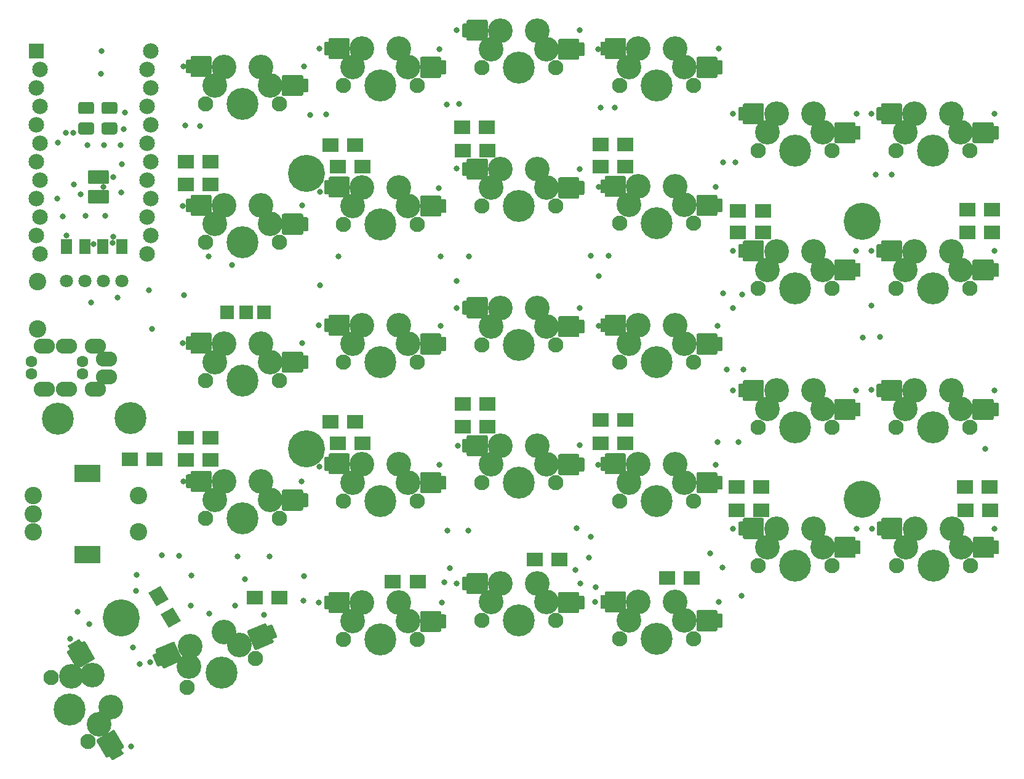
<source format=gts>
G04 #@! TF.GenerationSoftware,KiCad,Pcbnew,(5.1.5-0-10_14)*
G04 #@! TF.CreationDate,2021-02-04T13:06:05+01:00*
G04 #@! TF.ProjectId,SofleKeyboard,536f666c-654b-4657-9962-6f6172642e6b,rev?*
G04 #@! TF.SameCoordinates,Original*
G04 #@! TF.FileFunction,Soldermask,Top*
G04 #@! TF.FilePolarity,Negative*
%FSLAX46Y46*%
G04 Gerber Fmt 4.6, Leading zero omitted, Abs format (unit mm)*
G04 Created by KiCad (PCBNEW (5.1.5-0-10_14)) date 2021-02-04 13:06:05*
%MOMM*%
%LPD*%
G04 APERTURE LIST*
%ADD10C,2.400000*%
%ADD11C,1.600000*%
%ADD12O,2.900000X2.100000*%
%ADD13C,2.152600*%
%ADD14R,2.152600X2.152600*%
%ADD15C,0.100000*%
%ADD16C,3.400000*%
%ADD17C,2.100000*%
%ADD18C,4.400000*%
%ADD19R,2.200000X1.900000*%
%ADD20C,1.797000*%
%ADD21R,1.543000X1.035000*%
%ADD22C,5.100000*%
%ADD23R,3.600000X2.400000*%
%ADD24R,1.924000X1.924000*%
%ADD25C,0.800000*%
G04 APERTURE END LIST*
D10*
X92280000Y-74552000D03*
X92280000Y-81052000D03*
D11*
X98480000Y-87252000D03*
X91480000Y-87252000D03*
D12*
X100280000Y-89352000D03*
X101780000Y-85152000D03*
X93280000Y-89352000D03*
X96280000Y-89352000D03*
D11*
X91480000Y-85502000D03*
X98480000Y-85502000D03*
D12*
X93280000Y-83402000D03*
X96280000Y-83402000D03*
X100280000Y-83402000D03*
X101780000Y-87602000D03*
D13*
X107848600Y-42740000D03*
X92608600Y-70680000D03*
X107391400Y-45280000D03*
X107848600Y-47820000D03*
X107391400Y-50360000D03*
X107848600Y-52900000D03*
X107391400Y-55440000D03*
X107848600Y-57980000D03*
X107391400Y-60520000D03*
X107848600Y-63060000D03*
X107391400Y-65600000D03*
X107848600Y-68140000D03*
X107391400Y-70680000D03*
X92151400Y-68140000D03*
X92608600Y-65600000D03*
X92151400Y-63060000D03*
X92608600Y-60520000D03*
X92151400Y-57980000D03*
X92608600Y-55440000D03*
X92151400Y-52900000D03*
X92608600Y-50360000D03*
X92151400Y-47820000D03*
X92608600Y-45280000D03*
D14*
X92151400Y-42740000D03*
D15*
G36*
X100131437Y-126255348D02*
G01*
X100135482Y-126264277D01*
X100148082Y-126301397D01*
X100150308Y-126310942D01*
X100155426Y-126349818D01*
X100155746Y-126359616D01*
X100153181Y-126398744D01*
X100151584Y-126408414D01*
X100141440Y-126446269D01*
X100137988Y-126455442D01*
X100120646Y-126490611D01*
X100115470Y-126498935D01*
X100091600Y-126530044D01*
X100084900Y-126537197D01*
X100055428Y-126563044D01*
X100047460Y-126568754D01*
X100030960Y-126579392D01*
X98298910Y-127579392D01*
X98281447Y-127588362D01*
X98272519Y-127592407D01*
X98235398Y-127605007D01*
X98225854Y-127607233D01*
X98186977Y-127612351D01*
X98177180Y-127612672D01*
X98138052Y-127610106D01*
X98128382Y-127608509D01*
X98090437Y-127598332D01*
X98081216Y-127594857D01*
X98063103Y-127586988D01*
X97416692Y-127267373D01*
X97399541Y-127257818D01*
X97391223Y-127252633D01*
X97360141Y-127228728D01*
X97352994Y-127222020D01*
X97327249Y-127192616D01*
X97321574Y-127184689D01*
X97310993Y-127168270D01*
X96410993Y-125609425D01*
X96402023Y-125591962D01*
X96397978Y-125583034D01*
X96385378Y-125545913D01*
X96383152Y-125536368D01*
X96378034Y-125497492D01*
X96377714Y-125487695D01*
X96380279Y-125448567D01*
X96381876Y-125438897D01*
X96392020Y-125401041D01*
X96395472Y-125391868D01*
X96412814Y-125356700D01*
X96417990Y-125348375D01*
X96441860Y-125317266D01*
X96448560Y-125310113D01*
X96478032Y-125284266D01*
X96486000Y-125278556D01*
X96502500Y-125267918D01*
X96719006Y-125142918D01*
X96519006Y-124796508D01*
X96502825Y-124760796D01*
X96493922Y-124722613D01*
X96492639Y-124683428D01*
X96499026Y-124644744D01*
X96512836Y-124608050D01*
X96533540Y-124574756D01*
X96560342Y-124546140D01*
X96592211Y-124523303D01*
X97891249Y-123773303D01*
X97926961Y-123757122D01*
X97965144Y-123748219D01*
X98004330Y-123746936D01*
X98043013Y-123753323D01*
X98079707Y-123767134D01*
X98113001Y-123787837D01*
X98141617Y-123814639D01*
X98164454Y-123846508D01*
X98364454Y-124192918D01*
X98580960Y-124067918D01*
X98598423Y-124058948D01*
X98607352Y-124054903D01*
X98644472Y-124042303D01*
X98654017Y-124040077D01*
X98692893Y-124034959D01*
X98702690Y-124034639D01*
X98741818Y-124037204D01*
X98751488Y-124038801D01*
X98789344Y-124048945D01*
X98798517Y-124052397D01*
X98833685Y-124069739D01*
X98842010Y-124074915D01*
X98873119Y-124098785D01*
X98880272Y-124105485D01*
X98906119Y-124134958D01*
X98911829Y-124142925D01*
X98922467Y-124159425D01*
X100122467Y-126237886D01*
X100131437Y-126255348D01*
G37*
G36*
X104179771Y-138467268D02*
G01*
X104183816Y-138476197D01*
X104196416Y-138513317D01*
X104198642Y-138522862D01*
X104203760Y-138561738D01*
X104204080Y-138571536D01*
X104201515Y-138610664D01*
X104199918Y-138620334D01*
X104189774Y-138658189D01*
X104186322Y-138667362D01*
X104168980Y-138702531D01*
X104163804Y-138710855D01*
X104139934Y-138741964D01*
X104133234Y-138749118D01*
X104103762Y-138774964D01*
X104095794Y-138780674D01*
X104079294Y-138791312D01*
X103862788Y-138916312D01*
X104112788Y-139349325D01*
X104128969Y-139385037D01*
X104137872Y-139423220D01*
X104139155Y-139462405D01*
X104132768Y-139501089D01*
X104118958Y-139537783D01*
X104098254Y-139571077D01*
X104071452Y-139599693D01*
X104039583Y-139622530D01*
X102740545Y-140372530D01*
X102704833Y-140388711D01*
X102666650Y-140397614D01*
X102627464Y-140398897D01*
X102588781Y-140392510D01*
X102552087Y-140378699D01*
X102518793Y-140357996D01*
X102490177Y-140331194D01*
X102467340Y-140299325D01*
X102217340Y-139866312D01*
X102000834Y-139991312D01*
X101983371Y-140000282D01*
X101974442Y-140004327D01*
X101937322Y-140016928D01*
X101927777Y-140019153D01*
X101888901Y-140024271D01*
X101879104Y-140024592D01*
X101839976Y-140022026D01*
X101830306Y-140020429D01*
X101792450Y-140010286D01*
X101783277Y-140006834D01*
X101748109Y-139989492D01*
X101739784Y-139984315D01*
X101708675Y-139960445D01*
X101701522Y-139953745D01*
X101675675Y-139924273D01*
X101669965Y-139916305D01*
X101659327Y-139899806D01*
X100459327Y-137821345D01*
X100450357Y-137803882D01*
X100446312Y-137794954D01*
X100433712Y-137757834D01*
X100431486Y-137748289D01*
X100426368Y-137709412D01*
X100426048Y-137699615D01*
X100428613Y-137660487D01*
X100430210Y-137650817D01*
X100440354Y-137612962D01*
X100443806Y-137603789D01*
X100461148Y-137568620D01*
X100466324Y-137560296D01*
X100490194Y-137529186D01*
X100496894Y-137522033D01*
X100526366Y-137496186D01*
X100534334Y-137490477D01*
X100550834Y-137479839D01*
X102629294Y-136279839D01*
X102646757Y-136270869D01*
X102655686Y-136266823D01*
X102692806Y-136254223D01*
X102702351Y-136251997D01*
X102741227Y-136246880D01*
X102751024Y-136246559D01*
X102790152Y-136249125D01*
X102799822Y-136250722D01*
X102837678Y-136260865D01*
X102846851Y-136264317D01*
X102882019Y-136281659D01*
X102890344Y-136286835D01*
X102921453Y-136310706D01*
X102928606Y-136317406D01*
X102954453Y-136346878D01*
X102960163Y-136354845D01*
X102970801Y-136371345D01*
X104170801Y-138449806D01*
X104179771Y-138467268D01*
G37*
D16*
X96994705Y-128840443D03*
D17*
X94160000Y-129010591D03*
X99240000Y-137809409D03*
D18*
X96700000Y-133410000D03*
D16*
X102369409Y-133069705D03*
X99829409Y-128670295D03*
X100804705Y-135439557D03*
D15*
G36*
X173019608Y-117150963D02*
G01*
X173029363Y-117151924D01*
X173067810Y-117159572D01*
X173077189Y-117162417D01*
X173113416Y-117177423D01*
X173122061Y-117182044D01*
X173154664Y-117203830D01*
X173162240Y-117210048D01*
X173189952Y-117237760D01*
X173196170Y-117245336D01*
X173217956Y-117277939D01*
X173222577Y-117286584D01*
X173237583Y-117322811D01*
X173240428Y-117332190D01*
X173248076Y-117370637D01*
X173249037Y-117380392D01*
X173250000Y-117400000D01*
X173250000Y-119400000D01*
X173249037Y-119419608D01*
X173248076Y-119429363D01*
X173240428Y-119467810D01*
X173237583Y-119477189D01*
X173222577Y-119513416D01*
X173217956Y-119522061D01*
X173196170Y-119554664D01*
X173189952Y-119562240D01*
X173162166Y-119590013D01*
X173154546Y-119596261D01*
X173138675Y-119608013D01*
X172538675Y-120008013D01*
X172521824Y-120018089D01*
X172513175Y-120022700D01*
X172476932Y-120037666D01*
X172467549Y-120040501D01*
X172429212Y-120048095D01*
X172419509Y-120049046D01*
X172400000Y-120050000D01*
X170600000Y-120050000D01*
X170580392Y-120049037D01*
X170570637Y-120048076D01*
X170532190Y-120040428D01*
X170522811Y-120037583D01*
X170486584Y-120022577D01*
X170477939Y-120017956D01*
X170445336Y-119996170D01*
X170437760Y-119989952D01*
X170410048Y-119962240D01*
X170403830Y-119954664D01*
X170382044Y-119922061D01*
X170377423Y-119913416D01*
X170362417Y-119877189D01*
X170359572Y-119867810D01*
X170351924Y-119829363D01*
X170350963Y-119819608D01*
X170350000Y-119800000D01*
X170350000Y-119550000D01*
X169950000Y-119550000D01*
X169910982Y-119546157D01*
X169873463Y-119534776D01*
X169838886Y-119516294D01*
X169808579Y-119491421D01*
X169783706Y-119461114D01*
X169765224Y-119426537D01*
X169753843Y-119389018D01*
X169750000Y-119350000D01*
X169750000Y-117850000D01*
X169753843Y-117810982D01*
X169765224Y-117773463D01*
X169783706Y-117738886D01*
X169808579Y-117708579D01*
X169838886Y-117683706D01*
X169873463Y-117665224D01*
X169910982Y-117653843D01*
X169950000Y-117650000D01*
X170350000Y-117650000D01*
X170350000Y-117400000D01*
X170350963Y-117380392D01*
X170351924Y-117370637D01*
X170359572Y-117332190D01*
X170362417Y-117322811D01*
X170377423Y-117286584D01*
X170382044Y-117277939D01*
X170403830Y-117245336D01*
X170410048Y-117237760D01*
X170437760Y-117210048D01*
X170445336Y-117203830D01*
X170477939Y-117182044D01*
X170486584Y-117177423D01*
X170522811Y-117162417D01*
X170532190Y-117159572D01*
X170570637Y-117151924D01*
X170580392Y-117150963D01*
X170600000Y-117150000D01*
X173000000Y-117150000D01*
X173019608Y-117150963D01*
G37*
G36*
X185619608Y-119750963D02*
G01*
X185629363Y-119751924D01*
X185667810Y-119759572D01*
X185677189Y-119762417D01*
X185713416Y-119777423D01*
X185722061Y-119782044D01*
X185754664Y-119803830D01*
X185762240Y-119810048D01*
X185789952Y-119837760D01*
X185796170Y-119845336D01*
X185817956Y-119877939D01*
X185822577Y-119886584D01*
X185837583Y-119922811D01*
X185840428Y-119932190D01*
X185848076Y-119970637D01*
X185849037Y-119980392D01*
X185850000Y-120000000D01*
X185850000Y-120250000D01*
X186350000Y-120250000D01*
X186389018Y-120253843D01*
X186426537Y-120265224D01*
X186461114Y-120283706D01*
X186491421Y-120308579D01*
X186516294Y-120338886D01*
X186534776Y-120373463D01*
X186546157Y-120410982D01*
X186550000Y-120450000D01*
X186550000Y-121950000D01*
X186546157Y-121989018D01*
X186534776Y-122026537D01*
X186516294Y-122061114D01*
X186491421Y-122091421D01*
X186461114Y-122116294D01*
X186426537Y-122134776D01*
X186389018Y-122146157D01*
X186350000Y-122150000D01*
X185850000Y-122150000D01*
X185850000Y-122400000D01*
X185849037Y-122419608D01*
X185848076Y-122429363D01*
X185840428Y-122467810D01*
X185837583Y-122477189D01*
X185822577Y-122513416D01*
X185817956Y-122522061D01*
X185796170Y-122554664D01*
X185789952Y-122562240D01*
X185762240Y-122589952D01*
X185754664Y-122596170D01*
X185722061Y-122617956D01*
X185713416Y-122622577D01*
X185677189Y-122637583D01*
X185667810Y-122640428D01*
X185629363Y-122648076D01*
X185619608Y-122649037D01*
X185600000Y-122650000D01*
X183200000Y-122650000D01*
X183180392Y-122649037D01*
X183170637Y-122648076D01*
X183132190Y-122640428D01*
X183122811Y-122637583D01*
X183086584Y-122622577D01*
X183077939Y-122617956D01*
X183045336Y-122596170D01*
X183037760Y-122589952D01*
X183010048Y-122562240D01*
X183003830Y-122554664D01*
X182982044Y-122522061D01*
X182977423Y-122513416D01*
X182962417Y-122477189D01*
X182959572Y-122467810D01*
X182951924Y-122429363D01*
X182950963Y-122419608D01*
X182950000Y-122400000D01*
X182950000Y-120000000D01*
X182950963Y-119980392D01*
X182951924Y-119970637D01*
X182959572Y-119932190D01*
X182962417Y-119922811D01*
X182977423Y-119886584D01*
X182982044Y-119877939D01*
X183003830Y-119845336D01*
X183010048Y-119837760D01*
X183037760Y-119810048D01*
X183045336Y-119803830D01*
X183077939Y-119782044D01*
X183086584Y-119777423D01*
X183122811Y-119762417D01*
X183132190Y-119759572D01*
X183170637Y-119751924D01*
X183180392Y-119750963D01*
X183200000Y-119750000D01*
X185600000Y-119750000D01*
X185619608Y-119750963D01*
G37*
D16*
X173690000Y-121159999D03*
D17*
X172420000Y-123700000D03*
X182580000Y-123700000D03*
D18*
X177500000Y-123700000D03*
D16*
X180040000Y-118620000D03*
X174960000Y-118620000D03*
X181310000Y-121160000D03*
D15*
G36*
X154019608Y-114650963D02*
G01*
X154029363Y-114651924D01*
X154067810Y-114659572D01*
X154077189Y-114662417D01*
X154113416Y-114677423D01*
X154122061Y-114682044D01*
X154154664Y-114703830D01*
X154162240Y-114710048D01*
X154189952Y-114737760D01*
X154196170Y-114745336D01*
X154217956Y-114777939D01*
X154222577Y-114786584D01*
X154237583Y-114822811D01*
X154240428Y-114832190D01*
X154248076Y-114870637D01*
X154249037Y-114880392D01*
X154250000Y-114900000D01*
X154250000Y-116900000D01*
X154249037Y-116919608D01*
X154248076Y-116929363D01*
X154240428Y-116967810D01*
X154237583Y-116977189D01*
X154222577Y-117013416D01*
X154217956Y-117022061D01*
X154196170Y-117054664D01*
X154189952Y-117062240D01*
X154162166Y-117090013D01*
X154154546Y-117096261D01*
X154138675Y-117108013D01*
X153538675Y-117508013D01*
X153521824Y-117518089D01*
X153513175Y-117522700D01*
X153476932Y-117537666D01*
X153467549Y-117540501D01*
X153429212Y-117548095D01*
X153419509Y-117549046D01*
X153400000Y-117550000D01*
X151600000Y-117550000D01*
X151580392Y-117549037D01*
X151570637Y-117548076D01*
X151532190Y-117540428D01*
X151522811Y-117537583D01*
X151486584Y-117522577D01*
X151477939Y-117517956D01*
X151445336Y-117496170D01*
X151437760Y-117489952D01*
X151410048Y-117462240D01*
X151403830Y-117454664D01*
X151382044Y-117422061D01*
X151377423Y-117413416D01*
X151362417Y-117377189D01*
X151359572Y-117367810D01*
X151351924Y-117329363D01*
X151350963Y-117319608D01*
X151350000Y-117300000D01*
X151350000Y-117050000D01*
X150950000Y-117050000D01*
X150910982Y-117046157D01*
X150873463Y-117034776D01*
X150838886Y-117016294D01*
X150808579Y-116991421D01*
X150783706Y-116961114D01*
X150765224Y-116926537D01*
X150753843Y-116889018D01*
X150750000Y-116850000D01*
X150750000Y-115350000D01*
X150753843Y-115310982D01*
X150765224Y-115273463D01*
X150783706Y-115238886D01*
X150808579Y-115208579D01*
X150838886Y-115183706D01*
X150873463Y-115165224D01*
X150910982Y-115153843D01*
X150950000Y-115150000D01*
X151350000Y-115150000D01*
X151350000Y-114900000D01*
X151350963Y-114880392D01*
X151351924Y-114870637D01*
X151359572Y-114832190D01*
X151362417Y-114822811D01*
X151377423Y-114786584D01*
X151382044Y-114777939D01*
X151403830Y-114745336D01*
X151410048Y-114737760D01*
X151437760Y-114710048D01*
X151445336Y-114703830D01*
X151477939Y-114682044D01*
X151486584Y-114677423D01*
X151522811Y-114662417D01*
X151532190Y-114659572D01*
X151570637Y-114651924D01*
X151580392Y-114650963D01*
X151600000Y-114650000D01*
X154000000Y-114650000D01*
X154019608Y-114650963D01*
G37*
G36*
X166619608Y-117250963D02*
G01*
X166629363Y-117251924D01*
X166667810Y-117259572D01*
X166677189Y-117262417D01*
X166713416Y-117277423D01*
X166722061Y-117282044D01*
X166754664Y-117303830D01*
X166762240Y-117310048D01*
X166789952Y-117337760D01*
X166796170Y-117345336D01*
X166817956Y-117377939D01*
X166822577Y-117386584D01*
X166837583Y-117422811D01*
X166840428Y-117432190D01*
X166848076Y-117470637D01*
X166849037Y-117480392D01*
X166850000Y-117500000D01*
X166850000Y-117750000D01*
X167350000Y-117750000D01*
X167389018Y-117753843D01*
X167426537Y-117765224D01*
X167461114Y-117783706D01*
X167491421Y-117808579D01*
X167516294Y-117838886D01*
X167534776Y-117873463D01*
X167546157Y-117910982D01*
X167550000Y-117950000D01*
X167550000Y-119450000D01*
X167546157Y-119489018D01*
X167534776Y-119526537D01*
X167516294Y-119561114D01*
X167491421Y-119591421D01*
X167461114Y-119616294D01*
X167426537Y-119634776D01*
X167389018Y-119646157D01*
X167350000Y-119650000D01*
X166850000Y-119650000D01*
X166850000Y-119900000D01*
X166849037Y-119919608D01*
X166848076Y-119929363D01*
X166840428Y-119967810D01*
X166837583Y-119977189D01*
X166822577Y-120013416D01*
X166817956Y-120022061D01*
X166796170Y-120054664D01*
X166789952Y-120062240D01*
X166762240Y-120089952D01*
X166754664Y-120096170D01*
X166722061Y-120117956D01*
X166713416Y-120122577D01*
X166677189Y-120137583D01*
X166667810Y-120140428D01*
X166629363Y-120148076D01*
X166619608Y-120149037D01*
X166600000Y-120150000D01*
X164200000Y-120150000D01*
X164180392Y-120149037D01*
X164170637Y-120148076D01*
X164132190Y-120140428D01*
X164122811Y-120137583D01*
X164086584Y-120122577D01*
X164077939Y-120117956D01*
X164045336Y-120096170D01*
X164037760Y-120089952D01*
X164010048Y-120062240D01*
X164003830Y-120054664D01*
X163982044Y-120022061D01*
X163977423Y-120013416D01*
X163962417Y-119977189D01*
X163959572Y-119967810D01*
X163951924Y-119929363D01*
X163950963Y-119919608D01*
X163950000Y-119900000D01*
X163950000Y-117500000D01*
X163950963Y-117480392D01*
X163951924Y-117470637D01*
X163959572Y-117432190D01*
X163962417Y-117422811D01*
X163977423Y-117386584D01*
X163982044Y-117377939D01*
X164003830Y-117345336D01*
X164010048Y-117337760D01*
X164037760Y-117310048D01*
X164045336Y-117303830D01*
X164077939Y-117282044D01*
X164086584Y-117277423D01*
X164122811Y-117262417D01*
X164132190Y-117259572D01*
X164170637Y-117251924D01*
X164180392Y-117250963D01*
X164200000Y-117250000D01*
X166600000Y-117250000D01*
X166619608Y-117250963D01*
G37*
D16*
X154690000Y-118659999D03*
D17*
X153420000Y-121200000D03*
X163580000Y-121200000D03*
D18*
X158500000Y-121200000D03*
D16*
X161040000Y-116120000D03*
X155960000Y-116120000D03*
X162310000Y-118660000D03*
D15*
G36*
X135019608Y-117250963D02*
G01*
X135029363Y-117251924D01*
X135067810Y-117259572D01*
X135077189Y-117262417D01*
X135113416Y-117277423D01*
X135122061Y-117282044D01*
X135154664Y-117303830D01*
X135162240Y-117310048D01*
X135189952Y-117337760D01*
X135196170Y-117345336D01*
X135217956Y-117377939D01*
X135222577Y-117386584D01*
X135237583Y-117422811D01*
X135240428Y-117432190D01*
X135248076Y-117470637D01*
X135249037Y-117480392D01*
X135250000Y-117500000D01*
X135250000Y-119500000D01*
X135249037Y-119519608D01*
X135248076Y-119529363D01*
X135240428Y-119567810D01*
X135237583Y-119577189D01*
X135222577Y-119613416D01*
X135217956Y-119622061D01*
X135196170Y-119654664D01*
X135189952Y-119662240D01*
X135162166Y-119690013D01*
X135154546Y-119696261D01*
X135138675Y-119708013D01*
X134538675Y-120108013D01*
X134521824Y-120118089D01*
X134513175Y-120122700D01*
X134476932Y-120137666D01*
X134467549Y-120140501D01*
X134429212Y-120148095D01*
X134419509Y-120149046D01*
X134400000Y-120150000D01*
X132600000Y-120150000D01*
X132580392Y-120149037D01*
X132570637Y-120148076D01*
X132532190Y-120140428D01*
X132522811Y-120137583D01*
X132486584Y-120122577D01*
X132477939Y-120117956D01*
X132445336Y-120096170D01*
X132437760Y-120089952D01*
X132410048Y-120062240D01*
X132403830Y-120054664D01*
X132382044Y-120022061D01*
X132377423Y-120013416D01*
X132362417Y-119977189D01*
X132359572Y-119967810D01*
X132351924Y-119929363D01*
X132350963Y-119919608D01*
X132350000Y-119900000D01*
X132350000Y-119650000D01*
X131950000Y-119650000D01*
X131910982Y-119646157D01*
X131873463Y-119634776D01*
X131838886Y-119616294D01*
X131808579Y-119591421D01*
X131783706Y-119561114D01*
X131765224Y-119526537D01*
X131753843Y-119489018D01*
X131750000Y-119450000D01*
X131750000Y-117950000D01*
X131753843Y-117910982D01*
X131765224Y-117873463D01*
X131783706Y-117838886D01*
X131808579Y-117808579D01*
X131838886Y-117783706D01*
X131873463Y-117765224D01*
X131910982Y-117753843D01*
X131950000Y-117750000D01*
X132350000Y-117750000D01*
X132350000Y-117500000D01*
X132350963Y-117480392D01*
X132351924Y-117470637D01*
X132359572Y-117432190D01*
X132362417Y-117422811D01*
X132377423Y-117386584D01*
X132382044Y-117377939D01*
X132403830Y-117345336D01*
X132410048Y-117337760D01*
X132437760Y-117310048D01*
X132445336Y-117303830D01*
X132477939Y-117282044D01*
X132486584Y-117277423D01*
X132522811Y-117262417D01*
X132532190Y-117259572D01*
X132570637Y-117251924D01*
X132580392Y-117250963D01*
X132600000Y-117250000D01*
X135000000Y-117250000D01*
X135019608Y-117250963D01*
G37*
G36*
X147619608Y-119850963D02*
G01*
X147629363Y-119851924D01*
X147667810Y-119859572D01*
X147677189Y-119862417D01*
X147713416Y-119877423D01*
X147722061Y-119882044D01*
X147754664Y-119903830D01*
X147762240Y-119910048D01*
X147789952Y-119937760D01*
X147796170Y-119945336D01*
X147817956Y-119977939D01*
X147822577Y-119986584D01*
X147837583Y-120022811D01*
X147840428Y-120032190D01*
X147848076Y-120070637D01*
X147849037Y-120080392D01*
X147850000Y-120100000D01*
X147850000Y-120350000D01*
X148350000Y-120350000D01*
X148389018Y-120353843D01*
X148426537Y-120365224D01*
X148461114Y-120383706D01*
X148491421Y-120408579D01*
X148516294Y-120438886D01*
X148534776Y-120473463D01*
X148546157Y-120510982D01*
X148550000Y-120550000D01*
X148550000Y-122050000D01*
X148546157Y-122089018D01*
X148534776Y-122126537D01*
X148516294Y-122161114D01*
X148491421Y-122191421D01*
X148461114Y-122216294D01*
X148426537Y-122234776D01*
X148389018Y-122246157D01*
X148350000Y-122250000D01*
X147850000Y-122250000D01*
X147850000Y-122500000D01*
X147849037Y-122519608D01*
X147848076Y-122529363D01*
X147840428Y-122567810D01*
X147837583Y-122577189D01*
X147822577Y-122613416D01*
X147817956Y-122622061D01*
X147796170Y-122654664D01*
X147789952Y-122662240D01*
X147762240Y-122689952D01*
X147754664Y-122696170D01*
X147722061Y-122717956D01*
X147713416Y-122722577D01*
X147677189Y-122737583D01*
X147667810Y-122740428D01*
X147629363Y-122748076D01*
X147619608Y-122749037D01*
X147600000Y-122750000D01*
X145200000Y-122750000D01*
X145180392Y-122749037D01*
X145170637Y-122748076D01*
X145132190Y-122740428D01*
X145122811Y-122737583D01*
X145086584Y-122722577D01*
X145077939Y-122717956D01*
X145045336Y-122696170D01*
X145037760Y-122689952D01*
X145010048Y-122662240D01*
X145003830Y-122654664D01*
X144982044Y-122622061D01*
X144977423Y-122613416D01*
X144962417Y-122577189D01*
X144959572Y-122567810D01*
X144951924Y-122529363D01*
X144950963Y-122519608D01*
X144950000Y-122500000D01*
X144950000Y-120100000D01*
X144950963Y-120080392D01*
X144951924Y-120070637D01*
X144959572Y-120032190D01*
X144962417Y-120022811D01*
X144977423Y-119986584D01*
X144982044Y-119977939D01*
X145003830Y-119945336D01*
X145010048Y-119937760D01*
X145037760Y-119910048D01*
X145045336Y-119903830D01*
X145077939Y-119882044D01*
X145086584Y-119877423D01*
X145122811Y-119862417D01*
X145132190Y-119859572D01*
X145170637Y-119851924D01*
X145180392Y-119850963D01*
X145200000Y-119850000D01*
X147600000Y-119850000D01*
X147619608Y-119850963D01*
G37*
D16*
X135690000Y-121259999D03*
D17*
X134420000Y-123800000D03*
X144580000Y-123800000D03*
D18*
X139500000Y-123800000D03*
D16*
X142040000Y-118720000D03*
X136960000Y-118720000D03*
X143310000Y-121260000D03*
D15*
G36*
X110916865Y-124122208D02*
G01*
X110926220Y-124119281D01*
X110964598Y-124111299D01*
X110974344Y-124110253D01*
X111013554Y-124109911D01*
X111023317Y-124110787D01*
X111061841Y-124118102D01*
X111071244Y-124120865D01*
X111107581Y-124135546D01*
X111116265Y-124140090D01*
X111149058Y-124161589D01*
X111156690Y-124167741D01*
X111184658Y-124195225D01*
X111190941Y-124202747D01*
X111213004Y-124235149D01*
X111217700Y-124243753D01*
X111226248Y-124261426D01*
X112007710Y-126102436D01*
X112014485Y-126120862D01*
X112017412Y-126130217D01*
X112025395Y-126168596D01*
X112026440Y-126178341D01*
X112026782Y-126217551D01*
X112025907Y-126227314D01*
X112018591Y-126265838D01*
X112015828Y-126275241D01*
X112001103Y-126311663D01*
X111996530Y-126320392D01*
X111986512Y-126337411D01*
X111590502Y-126940052D01*
X111578927Y-126955911D01*
X111572768Y-126963535D01*
X111545253Y-126991472D01*
X111537724Y-126997748D01*
X111505402Y-127019718D01*
X111496842Y-127024385D01*
X111479256Y-127032886D01*
X109822348Y-127736202D01*
X109803922Y-127742977D01*
X109794567Y-127745904D01*
X109756188Y-127753886D01*
X109746443Y-127754932D01*
X109707233Y-127755274D01*
X109697469Y-127754398D01*
X109658946Y-127747083D01*
X109649542Y-127744319D01*
X109613205Y-127729638D01*
X109604521Y-127725094D01*
X109571728Y-127703595D01*
X109564097Y-127697443D01*
X109536129Y-127669959D01*
X109529845Y-127662438D01*
X109507783Y-127630035D01*
X109503086Y-127621431D01*
X109494539Y-127603758D01*
X109396856Y-127373632D01*
X109028654Y-127529925D01*
X108991236Y-127541633D01*
X108952253Y-127545816D01*
X108913203Y-127542314D01*
X108875587Y-127531260D01*
X108840849Y-127513081D01*
X108810326Y-127488474D01*
X108785190Y-127458384D01*
X108766407Y-127423970D01*
X108180310Y-126043212D01*
X108168602Y-126005795D01*
X108164418Y-125966811D01*
X108167921Y-125927762D01*
X108178975Y-125890145D01*
X108197154Y-125855408D01*
X108221761Y-125824884D01*
X108251850Y-125799748D01*
X108286265Y-125780965D01*
X108654467Y-125624673D01*
X108556784Y-125394547D01*
X108550009Y-125376121D01*
X108547082Y-125366766D01*
X108539099Y-125328387D01*
X108538054Y-125318642D01*
X108537712Y-125279432D01*
X108538588Y-125269668D01*
X108545903Y-125231145D01*
X108548666Y-125221741D01*
X108563347Y-125185404D01*
X108567891Y-125176720D01*
X108589390Y-125143927D01*
X108595542Y-125136296D01*
X108623026Y-125108328D01*
X108630548Y-125102044D01*
X108662950Y-125079982D01*
X108671554Y-125075286D01*
X108689227Y-125066738D01*
X110898439Y-124128983D01*
X110916865Y-124122208D01*
G37*
G36*
X123531126Y-121592308D02*
G01*
X123540481Y-121589381D01*
X123578860Y-121581399D01*
X123588605Y-121580353D01*
X123627816Y-121580011D01*
X123637579Y-121580887D01*
X123676103Y-121588202D01*
X123685506Y-121590966D01*
X123721843Y-121605647D01*
X123730527Y-121610191D01*
X123763320Y-121631690D01*
X123770952Y-121637842D01*
X123798920Y-121665326D01*
X123805203Y-121672847D01*
X123827266Y-121705250D01*
X123831962Y-121713854D01*
X123840510Y-121731527D01*
X123938193Y-121961653D01*
X124398445Y-121766287D01*
X124435863Y-121754579D01*
X124474846Y-121750396D01*
X124513896Y-121753898D01*
X124551512Y-121764952D01*
X124586250Y-121783131D01*
X124616773Y-121807738D01*
X124641909Y-121837828D01*
X124660692Y-121872242D01*
X125246789Y-123253000D01*
X125258497Y-123290417D01*
X125262681Y-123329401D01*
X125259178Y-123368450D01*
X125248124Y-123406067D01*
X125229945Y-123440804D01*
X125205338Y-123471328D01*
X125175249Y-123496464D01*
X125140834Y-123515247D01*
X124680582Y-123710612D01*
X124778265Y-123940738D01*
X124785040Y-123959164D01*
X124787967Y-123968519D01*
X124795949Y-124006898D01*
X124796995Y-124016643D01*
X124797337Y-124055853D01*
X124796461Y-124065617D01*
X124789146Y-124104141D01*
X124786382Y-124113544D01*
X124771701Y-124149881D01*
X124767157Y-124158565D01*
X124745658Y-124191358D01*
X124739506Y-124198989D01*
X124712022Y-124226957D01*
X124704501Y-124233241D01*
X124672098Y-124255303D01*
X124663494Y-124260000D01*
X124645821Y-124268547D01*
X122436610Y-125206302D01*
X122418184Y-125213077D01*
X122408829Y-125216004D01*
X122370450Y-125223987D01*
X122360705Y-125225032D01*
X122321495Y-125225374D01*
X122311731Y-125224499D01*
X122273208Y-125217183D01*
X122263804Y-125214420D01*
X122227467Y-125199739D01*
X122218783Y-125195195D01*
X122185990Y-125173696D01*
X122178359Y-125167544D01*
X122150391Y-125140060D01*
X122144107Y-125132538D01*
X122122045Y-125100136D01*
X122117348Y-125091532D01*
X122108801Y-125073859D01*
X121171046Y-122864647D01*
X121164271Y-122846222D01*
X121161344Y-122836867D01*
X121153361Y-122798488D01*
X121152316Y-122788743D01*
X121151974Y-122749532D01*
X121152849Y-122739769D01*
X121160165Y-122701245D01*
X121162928Y-122691842D01*
X121177609Y-122655505D01*
X121182153Y-122646821D01*
X121203652Y-122614028D01*
X121209804Y-122606396D01*
X121237288Y-122578428D01*
X121244810Y-122572145D01*
X121277212Y-122550082D01*
X121285816Y-122545386D01*
X121303489Y-122536838D01*
X123512701Y-121599083D01*
X123531126Y-121592308D01*
G37*
D16*
X113100419Y-127550602D03*
D17*
X112923835Y-130384914D03*
X122276165Y-126415086D03*
D18*
X117600000Y-128400000D03*
D16*
X117953168Y-122731378D03*
X113277004Y-124716292D03*
X120114666Y-124573232D03*
D15*
G36*
X211069608Y-107050963D02*
G01*
X211079363Y-107051924D01*
X211117810Y-107059572D01*
X211127189Y-107062417D01*
X211163416Y-107077423D01*
X211172061Y-107082044D01*
X211204664Y-107103830D01*
X211212240Y-107110048D01*
X211239952Y-107137760D01*
X211246170Y-107145336D01*
X211267956Y-107177939D01*
X211272577Y-107186584D01*
X211287583Y-107222811D01*
X211290428Y-107232190D01*
X211298076Y-107270637D01*
X211299037Y-107280392D01*
X211300000Y-107300000D01*
X211300000Y-109300000D01*
X211299037Y-109319608D01*
X211298076Y-109329363D01*
X211290428Y-109367810D01*
X211287583Y-109377189D01*
X211272577Y-109413416D01*
X211267956Y-109422061D01*
X211246170Y-109454664D01*
X211239952Y-109462240D01*
X211212166Y-109490013D01*
X211204546Y-109496261D01*
X211188675Y-109508013D01*
X210588675Y-109908013D01*
X210571824Y-109918089D01*
X210563175Y-109922700D01*
X210526932Y-109937666D01*
X210517549Y-109940501D01*
X210479212Y-109948095D01*
X210469509Y-109949046D01*
X210450000Y-109950000D01*
X208650000Y-109950000D01*
X208630392Y-109949037D01*
X208620637Y-109948076D01*
X208582190Y-109940428D01*
X208572811Y-109937583D01*
X208536584Y-109922577D01*
X208527939Y-109917956D01*
X208495336Y-109896170D01*
X208487760Y-109889952D01*
X208460048Y-109862240D01*
X208453830Y-109854664D01*
X208432044Y-109822061D01*
X208427423Y-109813416D01*
X208412417Y-109777189D01*
X208409572Y-109767810D01*
X208401924Y-109729363D01*
X208400963Y-109719608D01*
X208400000Y-109700000D01*
X208400000Y-109450000D01*
X208000000Y-109450000D01*
X207960982Y-109446157D01*
X207923463Y-109434776D01*
X207888886Y-109416294D01*
X207858579Y-109391421D01*
X207833706Y-109361114D01*
X207815224Y-109326537D01*
X207803843Y-109289018D01*
X207800000Y-109250000D01*
X207800000Y-107750000D01*
X207803843Y-107710982D01*
X207815224Y-107673463D01*
X207833706Y-107638886D01*
X207858579Y-107608579D01*
X207888886Y-107583706D01*
X207923463Y-107565224D01*
X207960982Y-107553843D01*
X208000000Y-107550000D01*
X208400000Y-107550000D01*
X208400000Y-107300000D01*
X208400963Y-107280392D01*
X208401924Y-107270637D01*
X208409572Y-107232190D01*
X208412417Y-107222811D01*
X208427423Y-107186584D01*
X208432044Y-107177939D01*
X208453830Y-107145336D01*
X208460048Y-107137760D01*
X208487760Y-107110048D01*
X208495336Y-107103830D01*
X208527939Y-107082044D01*
X208536584Y-107077423D01*
X208572811Y-107062417D01*
X208582190Y-107059572D01*
X208620637Y-107051924D01*
X208630392Y-107050963D01*
X208650000Y-107050000D01*
X211050000Y-107050000D01*
X211069608Y-107050963D01*
G37*
G36*
X223669608Y-109650963D02*
G01*
X223679363Y-109651924D01*
X223717810Y-109659572D01*
X223727189Y-109662417D01*
X223763416Y-109677423D01*
X223772061Y-109682044D01*
X223804664Y-109703830D01*
X223812240Y-109710048D01*
X223839952Y-109737760D01*
X223846170Y-109745336D01*
X223867956Y-109777939D01*
X223872577Y-109786584D01*
X223887583Y-109822811D01*
X223890428Y-109832190D01*
X223898076Y-109870637D01*
X223899037Y-109880392D01*
X223900000Y-109900000D01*
X223900000Y-110150000D01*
X224400000Y-110150000D01*
X224439018Y-110153843D01*
X224476537Y-110165224D01*
X224511114Y-110183706D01*
X224541421Y-110208579D01*
X224566294Y-110238886D01*
X224584776Y-110273463D01*
X224596157Y-110310982D01*
X224600000Y-110350000D01*
X224600000Y-111850000D01*
X224596157Y-111889018D01*
X224584776Y-111926537D01*
X224566294Y-111961114D01*
X224541421Y-111991421D01*
X224511114Y-112016294D01*
X224476537Y-112034776D01*
X224439018Y-112046157D01*
X224400000Y-112050000D01*
X223900000Y-112050000D01*
X223900000Y-112300000D01*
X223899037Y-112319608D01*
X223898076Y-112329363D01*
X223890428Y-112367810D01*
X223887583Y-112377189D01*
X223872577Y-112413416D01*
X223867956Y-112422061D01*
X223846170Y-112454664D01*
X223839952Y-112462240D01*
X223812240Y-112489952D01*
X223804664Y-112496170D01*
X223772061Y-112517956D01*
X223763416Y-112522577D01*
X223727189Y-112537583D01*
X223717810Y-112540428D01*
X223679363Y-112548076D01*
X223669608Y-112549037D01*
X223650000Y-112550000D01*
X221250000Y-112550000D01*
X221230392Y-112549037D01*
X221220637Y-112548076D01*
X221182190Y-112540428D01*
X221172811Y-112537583D01*
X221136584Y-112522577D01*
X221127939Y-112517956D01*
X221095336Y-112496170D01*
X221087760Y-112489952D01*
X221060048Y-112462240D01*
X221053830Y-112454664D01*
X221032044Y-112422061D01*
X221027423Y-112413416D01*
X221012417Y-112377189D01*
X221009572Y-112367810D01*
X221001924Y-112329363D01*
X221000963Y-112319608D01*
X221000000Y-112300000D01*
X221000000Y-109900000D01*
X221000963Y-109880392D01*
X221001924Y-109870637D01*
X221009572Y-109832190D01*
X221012417Y-109822811D01*
X221027423Y-109786584D01*
X221032044Y-109777939D01*
X221053830Y-109745336D01*
X221060048Y-109737760D01*
X221087760Y-109710048D01*
X221095336Y-109703830D01*
X221127939Y-109682044D01*
X221136584Y-109677423D01*
X221172811Y-109662417D01*
X221182190Y-109659572D01*
X221220637Y-109651924D01*
X221230392Y-109650963D01*
X221250000Y-109650000D01*
X223650000Y-109650000D01*
X223669608Y-109650963D01*
G37*
D16*
X211740000Y-111059999D03*
D17*
X210470000Y-113600000D03*
X220630000Y-113600000D03*
D18*
X215550000Y-113600000D03*
D16*
X218090000Y-108520000D03*
X213010000Y-108520000D03*
X219360000Y-111060000D03*
D15*
G36*
X192019608Y-107050963D02*
G01*
X192029363Y-107051924D01*
X192067810Y-107059572D01*
X192077189Y-107062417D01*
X192113416Y-107077423D01*
X192122061Y-107082044D01*
X192154664Y-107103830D01*
X192162240Y-107110048D01*
X192189952Y-107137760D01*
X192196170Y-107145336D01*
X192217956Y-107177939D01*
X192222577Y-107186584D01*
X192237583Y-107222811D01*
X192240428Y-107232190D01*
X192248076Y-107270637D01*
X192249037Y-107280392D01*
X192250000Y-107300000D01*
X192250000Y-109300000D01*
X192249037Y-109319608D01*
X192248076Y-109329363D01*
X192240428Y-109367810D01*
X192237583Y-109377189D01*
X192222577Y-109413416D01*
X192217956Y-109422061D01*
X192196170Y-109454664D01*
X192189952Y-109462240D01*
X192162166Y-109490013D01*
X192154546Y-109496261D01*
X192138675Y-109508013D01*
X191538675Y-109908013D01*
X191521824Y-109918089D01*
X191513175Y-109922700D01*
X191476932Y-109937666D01*
X191467549Y-109940501D01*
X191429212Y-109948095D01*
X191419509Y-109949046D01*
X191400000Y-109950000D01*
X189600000Y-109950000D01*
X189580392Y-109949037D01*
X189570637Y-109948076D01*
X189532190Y-109940428D01*
X189522811Y-109937583D01*
X189486584Y-109922577D01*
X189477939Y-109917956D01*
X189445336Y-109896170D01*
X189437760Y-109889952D01*
X189410048Y-109862240D01*
X189403830Y-109854664D01*
X189382044Y-109822061D01*
X189377423Y-109813416D01*
X189362417Y-109777189D01*
X189359572Y-109767810D01*
X189351924Y-109729363D01*
X189350963Y-109719608D01*
X189350000Y-109700000D01*
X189350000Y-109450000D01*
X188950000Y-109450000D01*
X188910982Y-109446157D01*
X188873463Y-109434776D01*
X188838886Y-109416294D01*
X188808579Y-109391421D01*
X188783706Y-109361114D01*
X188765224Y-109326537D01*
X188753843Y-109289018D01*
X188750000Y-109250000D01*
X188750000Y-107750000D01*
X188753843Y-107710982D01*
X188765224Y-107673463D01*
X188783706Y-107638886D01*
X188808579Y-107608579D01*
X188838886Y-107583706D01*
X188873463Y-107565224D01*
X188910982Y-107553843D01*
X188950000Y-107550000D01*
X189350000Y-107550000D01*
X189350000Y-107300000D01*
X189350963Y-107280392D01*
X189351924Y-107270637D01*
X189359572Y-107232190D01*
X189362417Y-107222811D01*
X189377423Y-107186584D01*
X189382044Y-107177939D01*
X189403830Y-107145336D01*
X189410048Y-107137760D01*
X189437760Y-107110048D01*
X189445336Y-107103830D01*
X189477939Y-107082044D01*
X189486584Y-107077423D01*
X189522811Y-107062417D01*
X189532190Y-107059572D01*
X189570637Y-107051924D01*
X189580392Y-107050963D01*
X189600000Y-107050000D01*
X192000000Y-107050000D01*
X192019608Y-107050963D01*
G37*
G36*
X204619608Y-109650963D02*
G01*
X204629363Y-109651924D01*
X204667810Y-109659572D01*
X204677189Y-109662417D01*
X204713416Y-109677423D01*
X204722061Y-109682044D01*
X204754664Y-109703830D01*
X204762240Y-109710048D01*
X204789952Y-109737760D01*
X204796170Y-109745336D01*
X204817956Y-109777939D01*
X204822577Y-109786584D01*
X204837583Y-109822811D01*
X204840428Y-109832190D01*
X204848076Y-109870637D01*
X204849037Y-109880392D01*
X204850000Y-109900000D01*
X204850000Y-110150000D01*
X205350000Y-110150000D01*
X205389018Y-110153843D01*
X205426537Y-110165224D01*
X205461114Y-110183706D01*
X205491421Y-110208579D01*
X205516294Y-110238886D01*
X205534776Y-110273463D01*
X205546157Y-110310982D01*
X205550000Y-110350000D01*
X205550000Y-111850000D01*
X205546157Y-111889018D01*
X205534776Y-111926537D01*
X205516294Y-111961114D01*
X205491421Y-111991421D01*
X205461114Y-112016294D01*
X205426537Y-112034776D01*
X205389018Y-112046157D01*
X205350000Y-112050000D01*
X204850000Y-112050000D01*
X204850000Y-112300000D01*
X204849037Y-112319608D01*
X204848076Y-112329363D01*
X204840428Y-112367810D01*
X204837583Y-112377189D01*
X204822577Y-112413416D01*
X204817956Y-112422061D01*
X204796170Y-112454664D01*
X204789952Y-112462240D01*
X204762240Y-112489952D01*
X204754664Y-112496170D01*
X204722061Y-112517956D01*
X204713416Y-112522577D01*
X204677189Y-112537583D01*
X204667810Y-112540428D01*
X204629363Y-112548076D01*
X204619608Y-112549037D01*
X204600000Y-112550000D01*
X202200000Y-112550000D01*
X202180392Y-112549037D01*
X202170637Y-112548076D01*
X202132190Y-112540428D01*
X202122811Y-112537583D01*
X202086584Y-112522577D01*
X202077939Y-112517956D01*
X202045336Y-112496170D01*
X202037760Y-112489952D01*
X202010048Y-112462240D01*
X202003830Y-112454664D01*
X201982044Y-112422061D01*
X201977423Y-112413416D01*
X201962417Y-112377189D01*
X201959572Y-112367810D01*
X201951924Y-112329363D01*
X201950963Y-112319608D01*
X201950000Y-112300000D01*
X201950000Y-109900000D01*
X201950963Y-109880392D01*
X201951924Y-109870637D01*
X201959572Y-109832190D01*
X201962417Y-109822811D01*
X201977423Y-109786584D01*
X201982044Y-109777939D01*
X202003830Y-109745336D01*
X202010048Y-109737760D01*
X202037760Y-109710048D01*
X202045336Y-109703830D01*
X202077939Y-109682044D01*
X202086584Y-109677423D01*
X202122811Y-109662417D01*
X202132190Y-109659572D01*
X202170637Y-109651924D01*
X202180392Y-109650963D01*
X202200000Y-109650000D01*
X204600000Y-109650000D01*
X204619608Y-109650963D01*
G37*
D16*
X192690000Y-111059999D03*
D17*
X191420000Y-113600000D03*
X201580000Y-113600000D03*
D18*
X196500000Y-113600000D03*
D16*
X199040000Y-108520000D03*
X193960000Y-108520000D03*
X200310000Y-111060000D03*
D15*
G36*
X173019608Y-98150963D02*
G01*
X173029363Y-98151924D01*
X173067810Y-98159572D01*
X173077189Y-98162417D01*
X173113416Y-98177423D01*
X173122061Y-98182044D01*
X173154664Y-98203830D01*
X173162240Y-98210048D01*
X173189952Y-98237760D01*
X173196170Y-98245336D01*
X173217956Y-98277939D01*
X173222577Y-98286584D01*
X173237583Y-98322811D01*
X173240428Y-98332190D01*
X173248076Y-98370637D01*
X173249037Y-98380392D01*
X173250000Y-98400000D01*
X173250000Y-100400000D01*
X173249037Y-100419608D01*
X173248076Y-100429363D01*
X173240428Y-100467810D01*
X173237583Y-100477189D01*
X173222577Y-100513416D01*
X173217956Y-100522061D01*
X173196170Y-100554664D01*
X173189952Y-100562240D01*
X173162166Y-100590013D01*
X173154546Y-100596261D01*
X173138675Y-100608013D01*
X172538675Y-101008013D01*
X172521824Y-101018089D01*
X172513175Y-101022700D01*
X172476932Y-101037666D01*
X172467549Y-101040501D01*
X172429212Y-101048095D01*
X172419509Y-101049046D01*
X172400000Y-101050000D01*
X170600000Y-101050000D01*
X170580392Y-101049037D01*
X170570637Y-101048076D01*
X170532190Y-101040428D01*
X170522811Y-101037583D01*
X170486584Y-101022577D01*
X170477939Y-101017956D01*
X170445336Y-100996170D01*
X170437760Y-100989952D01*
X170410048Y-100962240D01*
X170403830Y-100954664D01*
X170382044Y-100922061D01*
X170377423Y-100913416D01*
X170362417Y-100877189D01*
X170359572Y-100867810D01*
X170351924Y-100829363D01*
X170350963Y-100819608D01*
X170350000Y-100800000D01*
X170350000Y-100550000D01*
X169950000Y-100550000D01*
X169910982Y-100546157D01*
X169873463Y-100534776D01*
X169838886Y-100516294D01*
X169808579Y-100491421D01*
X169783706Y-100461114D01*
X169765224Y-100426537D01*
X169753843Y-100389018D01*
X169750000Y-100350000D01*
X169750000Y-98850000D01*
X169753843Y-98810982D01*
X169765224Y-98773463D01*
X169783706Y-98738886D01*
X169808579Y-98708579D01*
X169838886Y-98683706D01*
X169873463Y-98665224D01*
X169910982Y-98653843D01*
X169950000Y-98650000D01*
X170350000Y-98650000D01*
X170350000Y-98400000D01*
X170350963Y-98380392D01*
X170351924Y-98370637D01*
X170359572Y-98332190D01*
X170362417Y-98322811D01*
X170377423Y-98286584D01*
X170382044Y-98277939D01*
X170403830Y-98245336D01*
X170410048Y-98237760D01*
X170437760Y-98210048D01*
X170445336Y-98203830D01*
X170477939Y-98182044D01*
X170486584Y-98177423D01*
X170522811Y-98162417D01*
X170532190Y-98159572D01*
X170570637Y-98151924D01*
X170580392Y-98150963D01*
X170600000Y-98150000D01*
X173000000Y-98150000D01*
X173019608Y-98150963D01*
G37*
G36*
X185619608Y-100750963D02*
G01*
X185629363Y-100751924D01*
X185667810Y-100759572D01*
X185677189Y-100762417D01*
X185713416Y-100777423D01*
X185722061Y-100782044D01*
X185754664Y-100803830D01*
X185762240Y-100810048D01*
X185789952Y-100837760D01*
X185796170Y-100845336D01*
X185817956Y-100877939D01*
X185822577Y-100886584D01*
X185837583Y-100922811D01*
X185840428Y-100932190D01*
X185848076Y-100970637D01*
X185849037Y-100980392D01*
X185850000Y-101000000D01*
X185850000Y-101250000D01*
X186350000Y-101250000D01*
X186389018Y-101253843D01*
X186426537Y-101265224D01*
X186461114Y-101283706D01*
X186491421Y-101308579D01*
X186516294Y-101338886D01*
X186534776Y-101373463D01*
X186546157Y-101410982D01*
X186550000Y-101450000D01*
X186550000Y-102950000D01*
X186546157Y-102989018D01*
X186534776Y-103026537D01*
X186516294Y-103061114D01*
X186491421Y-103091421D01*
X186461114Y-103116294D01*
X186426537Y-103134776D01*
X186389018Y-103146157D01*
X186350000Y-103150000D01*
X185850000Y-103150000D01*
X185850000Y-103400000D01*
X185849037Y-103419608D01*
X185848076Y-103429363D01*
X185840428Y-103467810D01*
X185837583Y-103477189D01*
X185822577Y-103513416D01*
X185817956Y-103522061D01*
X185796170Y-103554664D01*
X185789952Y-103562240D01*
X185762240Y-103589952D01*
X185754664Y-103596170D01*
X185722061Y-103617956D01*
X185713416Y-103622577D01*
X185677189Y-103637583D01*
X185667810Y-103640428D01*
X185629363Y-103648076D01*
X185619608Y-103649037D01*
X185600000Y-103650000D01*
X183200000Y-103650000D01*
X183180392Y-103649037D01*
X183170637Y-103648076D01*
X183132190Y-103640428D01*
X183122811Y-103637583D01*
X183086584Y-103622577D01*
X183077939Y-103617956D01*
X183045336Y-103596170D01*
X183037760Y-103589952D01*
X183010048Y-103562240D01*
X183003830Y-103554664D01*
X182982044Y-103522061D01*
X182977423Y-103513416D01*
X182962417Y-103477189D01*
X182959572Y-103467810D01*
X182951924Y-103429363D01*
X182950963Y-103419608D01*
X182950000Y-103400000D01*
X182950000Y-101000000D01*
X182950963Y-100980392D01*
X182951924Y-100970637D01*
X182959572Y-100932190D01*
X182962417Y-100922811D01*
X182977423Y-100886584D01*
X182982044Y-100877939D01*
X183003830Y-100845336D01*
X183010048Y-100837760D01*
X183037760Y-100810048D01*
X183045336Y-100803830D01*
X183077939Y-100782044D01*
X183086584Y-100777423D01*
X183122811Y-100762417D01*
X183132190Y-100759572D01*
X183170637Y-100751924D01*
X183180392Y-100750963D01*
X183200000Y-100750000D01*
X185600000Y-100750000D01*
X185619608Y-100750963D01*
G37*
D16*
X173690000Y-102159999D03*
D17*
X172420000Y-104700000D03*
X182580000Y-104700000D03*
D18*
X177500000Y-104700000D03*
D16*
X180040000Y-99620000D03*
X174960000Y-99620000D03*
X181310000Y-102160000D03*
D15*
G36*
X154019608Y-95650963D02*
G01*
X154029363Y-95651924D01*
X154067810Y-95659572D01*
X154077189Y-95662417D01*
X154113416Y-95677423D01*
X154122061Y-95682044D01*
X154154664Y-95703830D01*
X154162240Y-95710048D01*
X154189952Y-95737760D01*
X154196170Y-95745336D01*
X154217956Y-95777939D01*
X154222577Y-95786584D01*
X154237583Y-95822811D01*
X154240428Y-95832190D01*
X154248076Y-95870637D01*
X154249037Y-95880392D01*
X154250000Y-95900000D01*
X154250000Y-97900000D01*
X154249037Y-97919608D01*
X154248076Y-97929363D01*
X154240428Y-97967810D01*
X154237583Y-97977189D01*
X154222577Y-98013416D01*
X154217956Y-98022061D01*
X154196170Y-98054664D01*
X154189952Y-98062240D01*
X154162166Y-98090013D01*
X154154546Y-98096261D01*
X154138675Y-98108013D01*
X153538675Y-98508013D01*
X153521824Y-98518089D01*
X153513175Y-98522700D01*
X153476932Y-98537666D01*
X153467549Y-98540501D01*
X153429212Y-98548095D01*
X153419509Y-98549046D01*
X153400000Y-98550000D01*
X151600000Y-98550000D01*
X151580392Y-98549037D01*
X151570637Y-98548076D01*
X151532190Y-98540428D01*
X151522811Y-98537583D01*
X151486584Y-98522577D01*
X151477939Y-98517956D01*
X151445336Y-98496170D01*
X151437760Y-98489952D01*
X151410048Y-98462240D01*
X151403830Y-98454664D01*
X151382044Y-98422061D01*
X151377423Y-98413416D01*
X151362417Y-98377189D01*
X151359572Y-98367810D01*
X151351924Y-98329363D01*
X151350963Y-98319608D01*
X151350000Y-98300000D01*
X151350000Y-98050000D01*
X150950000Y-98050000D01*
X150910982Y-98046157D01*
X150873463Y-98034776D01*
X150838886Y-98016294D01*
X150808579Y-97991421D01*
X150783706Y-97961114D01*
X150765224Y-97926537D01*
X150753843Y-97889018D01*
X150750000Y-97850000D01*
X150750000Y-96350000D01*
X150753843Y-96310982D01*
X150765224Y-96273463D01*
X150783706Y-96238886D01*
X150808579Y-96208579D01*
X150838886Y-96183706D01*
X150873463Y-96165224D01*
X150910982Y-96153843D01*
X150950000Y-96150000D01*
X151350000Y-96150000D01*
X151350000Y-95900000D01*
X151350963Y-95880392D01*
X151351924Y-95870637D01*
X151359572Y-95832190D01*
X151362417Y-95822811D01*
X151377423Y-95786584D01*
X151382044Y-95777939D01*
X151403830Y-95745336D01*
X151410048Y-95737760D01*
X151437760Y-95710048D01*
X151445336Y-95703830D01*
X151477939Y-95682044D01*
X151486584Y-95677423D01*
X151522811Y-95662417D01*
X151532190Y-95659572D01*
X151570637Y-95651924D01*
X151580392Y-95650963D01*
X151600000Y-95650000D01*
X154000000Y-95650000D01*
X154019608Y-95650963D01*
G37*
G36*
X166619608Y-98250963D02*
G01*
X166629363Y-98251924D01*
X166667810Y-98259572D01*
X166677189Y-98262417D01*
X166713416Y-98277423D01*
X166722061Y-98282044D01*
X166754664Y-98303830D01*
X166762240Y-98310048D01*
X166789952Y-98337760D01*
X166796170Y-98345336D01*
X166817956Y-98377939D01*
X166822577Y-98386584D01*
X166837583Y-98422811D01*
X166840428Y-98432190D01*
X166848076Y-98470637D01*
X166849037Y-98480392D01*
X166850000Y-98500000D01*
X166850000Y-98750000D01*
X167350000Y-98750000D01*
X167389018Y-98753843D01*
X167426537Y-98765224D01*
X167461114Y-98783706D01*
X167491421Y-98808579D01*
X167516294Y-98838886D01*
X167534776Y-98873463D01*
X167546157Y-98910982D01*
X167550000Y-98950000D01*
X167550000Y-100450000D01*
X167546157Y-100489018D01*
X167534776Y-100526537D01*
X167516294Y-100561114D01*
X167491421Y-100591421D01*
X167461114Y-100616294D01*
X167426537Y-100634776D01*
X167389018Y-100646157D01*
X167350000Y-100650000D01*
X166850000Y-100650000D01*
X166850000Y-100900000D01*
X166849037Y-100919608D01*
X166848076Y-100929363D01*
X166840428Y-100967810D01*
X166837583Y-100977189D01*
X166822577Y-101013416D01*
X166817956Y-101022061D01*
X166796170Y-101054664D01*
X166789952Y-101062240D01*
X166762240Y-101089952D01*
X166754664Y-101096170D01*
X166722061Y-101117956D01*
X166713416Y-101122577D01*
X166677189Y-101137583D01*
X166667810Y-101140428D01*
X166629363Y-101148076D01*
X166619608Y-101149037D01*
X166600000Y-101150000D01*
X164200000Y-101150000D01*
X164180392Y-101149037D01*
X164170637Y-101148076D01*
X164132190Y-101140428D01*
X164122811Y-101137583D01*
X164086584Y-101122577D01*
X164077939Y-101117956D01*
X164045336Y-101096170D01*
X164037760Y-101089952D01*
X164010048Y-101062240D01*
X164003830Y-101054664D01*
X163982044Y-101022061D01*
X163977423Y-101013416D01*
X163962417Y-100977189D01*
X163959572Y-100967810D01*
X163951924Y-100929363D01*
X163950963Y-100919608D01*
X163950000Y-100900000D01*
X163950000Y-98500000D01*
X163950963Y-98480392D01*
X163951924Y-98470637D01*
X163959572Y-98432190D01*
X163962417Y-98422811D01*
X163977423Y-98386584D01*
X163982044Y-98377939D01*
X164003830Y-98345336D01*
X164010048Y-98337760D01*
X164037760Y-98310048D01*
X164045336Y-98303830D01*
X164077939Y-98282044D01*
X164086584Y-98277423D01*
X164122811Y-98262417D01*
X164132190Y-98259572D01*
X164170637Y-98251924D01*
X164180392Y-98250963D01*
X164200000Y-98250000D01*
X166600000Y-98250000D01*
X166619608Y-98250963D01*
G37*
D16*
X154690000Y-99659999D03*
D17*
X153420000Y-102200000D03*
X163580000Y-102200000D03*
D18*
X158500000Y-102200000D03*
D16*
X161040000Y-97120000D03*
X155960000Y-97120000D03*
X162310000Y-99660000D03*
D15*
G36*
X135019608Y-98150963D02*
G01*
X135029363Y-98151924D01*
X135067810Y-98159572D01*
X135077189Y-98162417D01*
X135113416Y-98177423D01*
X135122061Y-98182044D01*
X135154664Y-98203830D01*
X135162240Y-98210048D01*
X135189952Y-98237760D01*
X135196170Y-98245336D01*
X135217956Y-98277939D01*
X135222577Y-98286584D01*
X135237583Y-98322811D01*
X135240428Y-98332190D01*
X135248076Y-98370637D01*
X135249037Y-98380392D01*
X135250000Y-98400000D01*
X135250000Y-100400000D01*
X135249037Y-100419608D01*
X135248076Y-100429363D01*
X135240428Y-100467810D01*
X135237583Y-100477189D01*
X135222577Y-100513416D01*
X135217956Y-100522061D01*
X135196170Y-100554664D01*
X135189952Y-100562240D01*
X135162166Y-100590013D01*
X135154546Y-100596261D01*
X135138675Y-100608013D01*
X134538675Y-101008013D01*
X134521824Y-101018089D01*
X134513175Y-101022700D01*
X134476932Y-101037666D01*
X134467549Y-101040501D01*
X134429212Y-101048095D01*
X134419509Y-101049046D01*
X134400000Y-101050000D01*
X132600000Y-101050000D01*
X132580392Y-101049037D01*
X132570637Y-101048076D01*
X132532190Y-101040428D01*
X132522811Y-101037583D01*
X132486584Y-101022577D01*
X132477939Y-101017956D01*
X132445336Y-100996170D01*
X132437760Y-100989952D01*
X132410048Y-100962240D01*
X132403830Y-100954664D01*
X132382044Y-100922061D01*
X132377423Y-100913416D01*
X132362417Y-100877189D01*
X132359572Y-100867810D01*
X132351924Y-100829363D01*
X132350963Y-100819608D01*
X132350000Y-100800000D01*
X132350000Y-100550000D01*
X131950000Y-100550000D01*
X131910982Y-100546157D01*
X131873463Y-100534776D01*
X131838886Y-100516294D01*
X131808579Y-100491421D01*
X131783706Y-100461114D01*
X131765224Y-100426537D01*
X131753843Y-100389018D01*
X131750000Y-100350000D01*
X131750000Y-98850000D01*
X131753843Y-98810982D01*
X131765224Y-98773463D01*
X131783706Y-98738886D01*
X131808579Y-98708579D01*
X131838886Y-98683706D01*
X131873463Y-98665224D01*
X131910982Y-98653843D01*
X131950000Y-98650000D01*
X132350000Y-98650000D01*
X132350000Y-98400000D01*
X132350963Y-98380392D01*
X132351924Y-98370637D01*
X132359572Y-98332190D01*
X132362417Y-98322811D01*
X132377423Y-98286584D01*
X132382044Y-98277939D01*
X132403830Y-98245336D01*
X132410048Y-98237760D01*
X132437760Y-98210048D01*
X132445336Y-98203830D01*
X132477939Y-98182044D01*
X132486584Y-98177423D01*
X132522811Y-98162417D01*
X132532190Y-98159572D01*
X132570637Y-98151924D01*
X132580392Y-98150963D01*
X132600000Y-98150000D01*
X135000000Y-98150000D01*
X135019608Y-98150963D01*
G37*
G36*
X147619608Y-100750963D02*
G01*
X147629363Y-100751924D01*
X147667810Y-100759572D01*
X147677189Y-100762417D01*
X147713416Y-100777423D01*
X147722061Y-100782044D01*
X147754664Y-100803830D01*
X147762240Y-100810048D01*
X147789952Y-100837760D01*
X147796170Y-100845336D01*
X147817956Y-100877939D01*
X147822577Y-100886584D01*
X147837583Y-100922811D01*
X147840428Y-100932190D01*
X147848076Y-100970637D01*
X147849037Y-100980392D01*
X147850000Y-101000000D01*
X147850000Y-101250000D01*
X148350000Y-101250000D01*
X148389018Y-101253843D01*
X148426537Y-101265224D01*
X148461114Y-101283706D01*
X148491421Y-101308579D01*
X148516294Y-101338886D01*
X148534776Y-101373463D01*
X148546157Y-101410982D01*
X148550000Y-101450000D01*
X148550000Y-102950000D01*
X148546157Y-102989018D01*
X148534776Y-103026537D01*
X148516294Y-103061114D01*
X148491421Y-103091421D01*
X148461114Y-103116294D01*
X148426537Y-103134776D01*
X148389018Y-103146157D01*
X148350000Y-103150000D01*
X147850000Y-103150000D01*
X147850000Y-103400000D01*
X147849037Y-103419608D01*
X147848076Y-103429363D01*
X147840428Y-103467810D01*
X147837583Y-103477189D01*
X147822577Y-103513416D01*
X147817956Y-103522061D01*
X147796170Y-103554664D01*
X147789952Y-103562240D01*
X147762240Y-103589952D01*
X147754664Y-103596170D01*
X147722061Y-103617956D01*
X147713416Y-103622577D01*
X147677189Y-103637583D01*
X147667810Y-103640428D01*
X147629363Y-103648076D01*
X147619608Y-103649037D01*
X147600000Y-103650000D01*
X145200000Y-103650000D01*
X145180392Y-103649037D01*
X145170637Y-103648076D01*
X145132190Y-103640428D01*
X145122811Y-103637583D01*
X145086584Y-103622577D01*
X145077939Y-103617956D01*
X145045336Y-103596170D01*
X145037760Y-103589952D01*
X145010048Y-103562240D01*
X145003830Y-103554664D01*
X144982044Y-103522061D01*
X144977423Y-103513416D01*
X144962417Y-103477189D01*
X144959572Y-103467810D01*
X144951924Y-103429363D01*
X144950963Y-103419608D01*
X144950000Y-103400000D01*
X144950000Y-101000000D01*
X144950963Y-100980392D01*
X144951924Y-100970637D01*
X144959572Y-100932190D01*
X144962417Y-100922811D01*
X144977423Y-100886584D01*
X144982044Y-100877939D01*
X145003830Y-100845336D01*
X145010048Y-100837760D01*
X145037760Y-100810048D01*
X145045336Y-100803830D01*
X145077939Y-100782044D01*
X145086584Y-100777423D01*
X145122811Y-100762417D01*
X145132190Y-100759572D01*
X145170637Y-100751924D01*
X145180392Y-100750963D01*
X145200000Y-100750000D01*
X147600000Y-100750000D01*
X147619608Y-100750963D01*
G37*
D16*
X135690000Y-102159999D03*
D17*
X134420000Y-104700000D03*
X144580000Y-104700000D03*
D18*
X139500000Y-104700000D03*
D16*
X142040000Y-99620000D03*
X136960000Y-99620000D03*
X143310000Y-102160000D03*
D15*
G36*
X116019608Y-100550963D02*
G01*
X116029363Y-100551924D01*
X116067810Y-100559572D01*
X116077189Y-100562417D01*
X116113416Y-100577423D01*
X116122061Y-100582044D01*
X116154664Y-100603830D01*
X116162240Y-100610048D01*
X116189952Y-100637760D01*
X116196170Y-100645336D01*
X116217956Y-100677939D01*
X116222577Y-100686584D01*
X116237583Y-100722811D01*
X116240428Y-100732190D01*
X116248076Y-100770637D01*
X116249037Y-100780392D01*
X116250000Y-100800000D01*
X116250000Y-102800000D01*
X116249037Y-102819608D01*
X116248076Y-102829363D01*
X116240428Y-102867810D01*
X116237583Y-102877189D01*
X116222577Y-102913416D01*
X116217956Y-102922061D01*
X116196170Y-102954664D01*
X116189952Y-102962240D01*
X116162166Y-102990013D01*
X116154546Y-102996261D01*
X116138675Y-103008013D01*
X115538675Y-103408013D01*
X115521824Y-103418089D01*
X115513175Y-103422700D01*
X115476932Y-103437666D01*
X115467549Y-103440501D01*
X115429212Y-103448095D01*
X115419509Y-103449046D01*
X115400000Y-103450000D01*
X113600000Y-103450000D01*
X113580392Y-103449037D01*
X113570637Y-103448076D01*
X113532190Y-103440428D01*
X113522811Y-103437583D01*
X113486584Y-103422577D01*
X113477939Y-103417956D01*
X113445336Y-103396170D01*
X113437760Y-103389952D01*
X113410048Y-103362240D01*
X113403830Y-103354664D01*
X113382044Y-103322061D01*
X113377423Y-103313416D01*
X113362417Y-103277189D01*
X113359572Y-103267810D01*
X113351924Y-103229363D01*
X113350963Y-103219608D01*
X113350000Y-103200000D01*
X113350000Y-102950000D01*
X112950000Y-102950000D01*
X112910982Y-102946157D01*
X112873463Y-102934776D01*
X112838886Y-102916294D01*
X112808579Y-102891421D01*
X112783706Y-102861114D01*
X112765224Y-102826537D01*
X112753843Y-102789018D01*
X112750000Y-102750000D01*
X112750000Y-101250000D01*
X112753843Y-101210982D01*
X112765224Y-101173463D01*
X112783706Y-101138886D01*
X112808579Y-101108579D01*
X112838886Y-101083706D01*
X112873463Y-101065224D01*
X112910982Y-101053843D01*
X112950000Y-101050000D01*
X113350000Y-101050000D01*
X113350000Y-100800000D01*
X113350963Y-100780392D01*
X113351924Y-100770637D01*
X113359572Y-100732190D01*
X113362417Y-100722811D01*
X113377423Y-100686584D01*
X113382044Y-100677939D01*
X113403830Y-100645336D01*
X113410048Y-100637760D01*
X113437760Y-100610048D01*
X113445336Y-100603830D01*
X113477939Y-100582044D01*
X113486584Y-100577423D01*
X113522811Y-100562417D01*
X113532190Y-100559572D01*
X113570637Y-100551924D01*
X113580392Y-100550963D01*
X113600000Y-100550000D01*
X116000000Y-100550000D01*
X116019608Y-100550963D01*
G37*
G36*
X128619608Y-103150963D02*
G01*
X128629363Y-103151924D01*
X128667810Y-103159572D01*
X128677189Y-103162417D01*
X128713416Y-103177423D01*
X128722061Y-103182044D01*
X128754664Y-103203830D01*
X128762240Y-103210048D01*
X128789952Y-103237760D01*
X128796170Y-103245336D01*
X128817956Y-103277939D01*
X128822577Y-103286584D01*
X128837583Y-103322811D01*
X128840428Y-103332190D01*
X128848076Y-103370637D01*
X128849037Y-103380392D01*
X128850000Y-103400000D01*
X128850000Y-103650000D01*
X129350000Y-103650000D01*
X129389018Y-103653843D01*
X129426537Y-103665224D01*
X129461114Y-103683706D01*
X129491421Y-103708579D01*
X129516294Y-103738886D01*
X129534776Y-103773463D01*
X129546157Y-103810982D01*
X129550000Y-103850000D01*
X129550000Y-105350000D01*
X129546157Y-105389018D01*
X129534776Y-105426537D01*
X129516294Y-105461114D01*
X129491421Y-105491421D01*
X129461114Y-105516294D01*
X129426537Y-105534776D01*
X129389018Y-105546157D01*
X129350000Y-105550000D01*
X128850000Y-105550000D01*
X128850000Y-105800000D01*
X128849037Y-105819608D01*
X128848076Y-105829363D01*
X128840428Y-105867810D01*
X128837583Y-105877189D01*
X128822577Y-105913416D01*
X128817956Y-105922061D01*
X128796170Y-105954664D01*
X128789952Y-105962240D01*
X128762240Y-105989952D01*
X128754664Y-105996170D01*
X128722061Y-106017956D01*
X128713416Y-106022577D01*
X128677189Y-106037583D01*
X128667810Y-106040428D01*
X128629363Y-106048076D01*
X128619608Y-106049037D01*
X128600000Y-106050000D01*
X126200000Y-106050000D01*
X126180392Y-106049037D01*
X126170637Y-106048076D01*
X126132190Y-106040428D01*
X126122811Y-106037583D01*
X126086584Y-106022577D01*
X126077939Y-106017956D01*
X126045336Y-105996170D01*
X126037760Y-105989952D01*
X126010048Y-105962240D01*
X126003830Y-105954664D01*
X125982044Y-105922061D01*
X125977423Y-105913416D01*
X125962417Y-105877189D01*
X125959572Y-105867810D01*
X125951924Y-105829363D01*
X125950963Y-105819608D01*
X125950000Y-105800000D01*
X125950000Y-103400000D01*
X125950963Y-103380392D01*
X125951924Y-103370637D01*
X125959572Y-103332190D01*
X125962417Y-103322811D01*
X125977423Y-103286584D01*
X125982044Y-103277939D01*
X126003830Y-103245336D01*
X126010048Y-103237760D01*
X126037760Y-103210048D01*
X126045336Y-103203830D01*
X126077939Y-103182044D01*
X126086584Y-103177423D01*
X126122811Y-103162417D01*
X126132190Y-103159572D01*
X126170637Y-103151924D01*
X126180392Y-103150963D01*
X126200000Y-103150000D01*
X128600000Y-103150000D01*
X128619608Y-103150963D01*
G37*
D16*
X116690000Y-104559999D03*
D17*
X115420000Y-107100000D03*
X125580000Y-107100000D03*
D18*
X120500000Y-107100000D03*
D16*
X123040000Y-102020000D03*
X117960000Y-102020000D03*
X124310000Y-104560000D03*
D15*
G36*
X211019608Y-88050963D02*
G01*
X211029363Y-88051924D01*
X211067810Y-88059572D01*
X211077189Y-88062417D01*
X211113416Y-88077423D01*
X211122061Y-88082044D01*
X211154664Y-88103830D01*
X211162240Y-88110048D01*
X211189952Y-88137760D01*
X211196170Y-88145336D01*
X211217956Y-88177939D01*
X211222577Y-88186584D01*
X211237583Y-88222811D01*
X211240428Y-88232190D01*
X211248076Y-88270637D01*
X211249037Y-88280392D01*
X211250000Y-88300000D01*
X211250000Y-90300000D01*
X211249037Y-90319608D01*
X211248076Y-90329363D01*
X211240428Y-90367810D01*
X211237583Y-90377189D01*
X211222577Y-90413416D01*
X211217956Y-90422061D01*
X211196170Y-90454664D01*
X211189952Y-90462240D01*
X211162166Y-90490013D01*
X211154546Y-90496261D01*
X211138675Y-90508013D01*
X210538675Y-90908013D01*
X210521824Y-90918089D01*
X210513175Y-90922700D01*
X210476932Y-90937666D01*
X210467549Y-90940501D01*
X210429212Y-90948095D01*
X210419509Y-90949046D01*
X210400000Y-90950000D01*
X208600000Y-90950000D01*
X208580392Y-90949037D01*
X208570637Y-90948076D01*
X208532190Y-90940428D01*
X208522811Y-90937583D01*
X208486584Y-90922577D01*
X208477939Y-90917956D01*
X208445336Y-90896170D01*
X208437760Y-90889952D01*
X208410048Y-90862240D01*
X208403830Y-90854664D01*
X208382044Y-90822061D01*
X208377423Y-90813416D01*
X208362417Y-90777189D01*
X208359572Y-90767810D01*
X208351924Y-90729363D01*
X208350963Y-90719608D01*
X208350000Y-90700000D01*
X208350000Y-90450000D01*
X207950000Y-90450000D01*
X207910982Y-90446157D01*
X207873463Y-90434776D01*
X207838886Y-90416294D01*
X207808579Y-90391421D01*
X207783706Y-90361114D01*
X207765224Y-90326537D01*
X207753843Y-90289018D01*
X207750000Y-90250000D01*
X207750000Y-88750000D01*
X207753843Y-88710982D01*
X207765224Y-88673463D01*
X207783706Y-88638886D01*
X207808579Y-88608579D01*
X207838886Y-88583706D01*
X207873463Y-88565224D01*
X207910982Y-88553843D01*
X207950000Y-88550000D01*
X208350000Y-88550000D01*
X208350000Y-88300000D01*
X208350963Y-88280392D01*
X208351924Y-88270637D01*
X208359572Y-88232190D01*
X208362417Y-88222811D01*
X208377423Y-88186584D01*
X208382044Y-88177939D01*
X208403830Y-88145336D01*
X208410048Y-88137760D01*
X208437760Y-88110048D01*
X208445336Y-88103830D01*
X208477939Y-88082044D01*
X208486584Y-88077423D01*
X208522811Y-88062417D01*
X208532190Y-88059572D01*
X208570637Y-88051924D01*
X208580392Y-88050963D01*
X208600000Y-88050000D01*
X211000000Y-88050000D01*
X211019608Y-88050963D01*
G37*
G36*
X223619608Y-90650963D02*
G01*
X223629363Y-90651924D01*
X223667810Y-90659572D01*
X223677189Y-90662417D01*
X223713416Y-90677423D01*
X223722061Y-90682044D01*
X223754664Y-90703830D01*
X223762240Y-90710048D01*
X223789952Y-90737760D01*
X223796170Y-90745336D01*
X223817956Y-90777939D01*
X223822577Y-90786584D01*
X223837583Y-90822811D01*
X223840428Y-90832190D01*
X223848076Y-90870637D01*
X223849037Y-90880392D01*
X223850000Y-90900000D01*
X223850000Y-91150000D01*
X224350000Y-91150000D01*
X224389018Y-91153843D01*
X224426537Y-91165224D01*
X224461114Y-91183706D01*
X224491421Y-91208579D01*
X224516294Y-91238886D01*
X224534776Y-91273463D01*
X224546157Y-91310982D01*
X224550000Y-91350000D01*
X224550000Y-92850000D01*
X224546157Y-92889018D01*
X224534776Y-92926537D01*
X224516294Y-92961114D01*
X224491421Y-92991421D01*
X224461114Y-93016294D01*
X224426537Y-93034776D01*
X224389018Y-93046157D01*
X224350000Y-93050000D01*
X223850000Y-93050000D01*
X223850000Y-93300000D01*
X223849037Y-93319608D01*
X223848076Y-93329363D01*
X223840428Y-93367810D01*
X223837583Y-93377189D01*
X223822577Y-93413416D01*
X223817956Y-93422061D01*
X223796170Y-93454664D01*
X223789952Y-93462240D01*
X223762240Y-93489952D01*
X223754664Y-93496170D01*
X223722061Y-93517956D01*
X223713416Y-93522577D01*
X223677189Y-93537583D01*
X223667810Y-93540428D01*
X223629363Y-93548076D01*
X223619608Y-93549037D01*
X223600000Y-93550000D01*
X221200000Y-93550000D01*
X221180392Y-93549037D01*
X221170637Y-93548076D01*
X221132190Y-93540428D01*
X221122811Y-93537583D01*
X221086584Y-93522577D01*
X221077939Y-93517956D01*
X221045336Y-93496170D01*
X221037760Y-93489952D01*
X221010048Y-93462240D01*
X221003830Y-93454664D01*
X220982044Y-93422061D01*
X220977423Y-93413416D01*
X220962417Y-93377189D01*
X220959572Y-93367810D01*
X220951924Y-93329363D01*
X220950963Y-93319608D01*
X220950000Y-93300000D01*
X220950000Y-90900000D01*
X220950963Y-90880392D01*
X220951924Y-90870637D01*
X220959572Y-90832190D01*
X220962417Y-90822811D01*
X220977423Y-90786584D01*
X220982044Y-90777939D01*
X221003830Y-90745336D01*
X221010048Y-90737760D01*
X221037760Y-90710048D01*
X221045336Y-90703830D01*
X221077939Y-90682044D01*
X221086584Y-90677423D01*
X221122811Y-90662417D01*
X221132190Y-90659572D01*
X221170637Y-90651924D01*
X221180392Y-90650963D01*
X221200000Y-90650000D01*
X223600000Y-90650000D01*
X223619608Y-90650963D01*
G37*
D16*
X211690000Y-92059999D03*
D17*
X210420000Y-94600000D03*
X220580000Y-94600000D03*
D18*
X215500000Y-94600000D03*
D16*
X218040000Y-89520000D03*
X212960000Y-89520000D03*
X219310000Y-92060000D03*
D15*
G36*
X192019608Y-88050963D02*
G01*
X192029363Y-88051924D01*
X192067810Y-88059572D01*
X192077189Y-88062417D01*
X192113416Y-88077423D01*
X192122061Y-88082044D01*
X192154664Y-88103830D01*
X192162240Y-88110048D01*
X192189952Y-88137760D01*
X192196170Y-88145336D01*
X192217956Y-88177939D01*
X192222577Y-88186584D01*
X192237583Y-88222811D01*
X192240428Y-88232190D01*
X192248076Y-88270637D01*
X192249037Y-88280392D01*
X192250000Y-88300000D01*
X192250000Y-90300000D01*
X192249037Y-90319608D01*
X192248076Y-90329363D01*
X192240428Y-90367810D01*
X192237583Y-90377189D01*
X192222577Y-90413416D01*
X192217956Y-90422061D01*
X192196170Y-90454664D01*
X192189952Y-90462240D01*
X192162166Y-90490013D01*
X192154546Y-90496261D01*
X192138675Y-90508013D01*
X191538675Y-90908013D01*
X191521824Y-90918089D01*
X191513175Y-90922700D01*
X191476932Y-90937666D01*
X191467549Y-90940501D01*
X191429212Y-90948095D01*
X191419509Y-90949046D01*
X191400000Y-90950000D01*
X189600000Y-90950000D01*
X189580392Y-90949037D01*
X189570637Y-90948076D01*
X189532190Y-90940428D01*
X189522811Y-90937583D01*
X189486584Y-90922577D01*
X189477939Y-90917956D01*
X189445336Y-90896170D01*
X189437760Y-90889952D01*
X189410048Y-90862240D01*
X189403830Y-90854664D01*
X189382044Y-90822061D01*
X189377423Y-90813416D01*
X189362417Y-90777189D01*
X189359572Y-90767810D01*
X189351924Y-90729363D01*
X189350963Y-90719608D01*
X189350000Y-90700000D01*
X189350000Y-90450000D01*
X188950000Y-90450000D01*
X188910982Y-90446157D01*
X188873463Y-90434776D01*
X188838886Y-90416294D01*
X188808579Y-90391421D01*
X188783706Y-90361114D01*
X188765224Y-90326537D01*
X188753843Y-90289018D01*
X188750000Y-90250000D01*
X188750000Y-88750000D01*
X188753843Y-88710982D01*
X188765224Y-88673463D01*
X188783706Y-88638886D01*
X188808579Y-88608579D01*
X188838886Y-88583706D01*
X188873463Y-88565224D01*
X188910982Y-88553843D01*
X188950000Y-88550000D01*
X189350000Y-88550000D01*
X189350000Y-88300000D01*
X189350963Y-88280392D01*
X189351924Y-88270637D01*
X189359572Y-88232190D01*
X189362417Y-88222811D01*
X189377423Y-88186584D01*
X189382044Y-88177939D01*
X189403830Y-88145336D01*
X189410048Y-88137760D01*
X189437760Y-88110048D01*
X189445336Y-88103830D01*
X189477939Y-88082044D01*
X189486584Y-88077423D01*
X189522811Y-88062417D01*
X189532190Y-88059572D01*
X189570637Y-88051924D01*
X189580392Y-88050963D01*
X189600000Y-88050000D01*
X192000000Y-88050000D01*
X192019608Y-88050963D01*
G37*
G36*
X204619608Y-90650963D02*
G01*
X204629363Y-90651924D01*
X204667810Y-90659572D01*
X204677189Y-90662417D01*
X204713416Y-90677423D01*
X204722061Y-90682044D01*
X204754664Y-90703830D01*
X204762240Y-90710048D01*
X204789952Y-90737760D01*
X204796170Y-90745336D01*
X204817956Y-90777939D01*
X204822577Y-90786584D01*
X204837583Y-90822811D01*
X204840428Y-90832190D01*
X204848076Y-90870637D01*
X204849037Y-90880392D01*
X204850000Y-90900000D01*
X204850000Y-91150000D01*
X205350000Y-91150000D01*
X205389018Y-91153843D01*
X205426537Y-91165224D01*
X205461114Y-91183706D01*
X205491421Y-91208579D01*
X205516294Y-91238886D01*
X205534776Y-91273463D01*
X205546157Y-91310982D01*
X205550000Y-91350000D01*
X205550000Y-92850000D01*
X205546157Y-92889018D01*
X205534776Y-92926537D01*
X205516294Y-92961114D01*
X205491421Y-92991421D01*
X205461114Y-93016294D01*
X205426537Y-93034776D01*
X205389018Y-93046157D01*
X205350000Y-93050000D01*
X204850000Y-93050000D01*
X204850000Y-93300000D01*
X204849037Y-93319608D01*
X204848076Y-93329363D01*
X204840428Y-93367810D01*
X204837583Y-93377189D01*
X204822577Y-93413416D01*
X204817956Y-93422061D01*
X204796170Y-93454664D01*
X204789952Y-93462240D01*
X204762240Y-93489952D01*
X204754664Y-93496170D01*
X204722061Y-93517956D01*
X204713416Y-93522577D01*
X204677189Y-93537583D01*
X204667810Y-93540428D01*
X204629363Y-93548076D01*
X204619608Y-93549037D01*
X204600000Y-93550000D01*
X202200000Y-93550000D01*
X202180392Y-93549037D01*
X202170637Y-93548076D01*
X202132190Y-93540428D01*
X202122811Y-93537583D01*
X202086584Y-93522577D01*
X202077939Y-93517956D01*
X202045336Y-93496170D01*
X202037760Y-93489952D01*
X202010048Y-93462240D01*
X202003830Y-93454664D01*
X201982044Y-93422061D01*
X201977423Y-93413416D01*
X201962417Y-93377189D01*
X201959572Y-93367810D01*
X201951924Y-93329363D01*
X201950963Y-93319608D01*
X201950000Y-93300000D01*
X201950000Y-90900000D01*
X201950963Y-90880392D01*
X201951924Y-90870637D01*
X201959572Y-90832190D01*
X201962417Y-90822811D01*
X201977423Y-90786584D01*
X201982044Y-90777939D01*
X202003830Y-90745336D01*
X202010048Y-90737760D01*
X202037760Y-90710048D01*
X202045336Y-90703830D01*
X202077939Y-90682044D01*
X202086584Y-90677423D01*
X202122811Y-90662417D01*
X202132190Y-90659572D01*
X202170637Y-90651924D01*
X202180392Y-90650963D01*
X202200000Y-90650000D01*
X204600000Y-90650000D01*
X204619608Y-90650963D01*
G37*
D16*
X192690000Y-92059999D03*
D17*
X191420000Y-94600000D03*
X201580000Y-94600000D03*
D18*
X196500000Y-94600000D03*
D16*
X199040000Y-89520000D03*
X193960000Y-89520000D03*
X200310000Y-92060000D03*
D15*
G36*
X173019608Y-79050963D02*
G01*
X173029363Y-79051924D01*
X173067810Y-79059572D01*
X173077189Y-79062417D01*
X173113416Y-79077423D01*
X173122061Y-79082044D01*
X173154664Y-79103830D01*
X173162240Y-79110048D01*
X173189952Y-79137760D01*
X173196170Y-79145336D01*
X173217956Y-79177939D01*
X173222577Y-79186584D01*
X173237583Y-79222811D01*
X173240428Y-79232190D01*
X173248076Y-79270637D01*
X173249037Y-79280392D01*
X173250000Y-79300000D01*
X173250000Y-81300000D01*
X173249037Y-81319608D01*
X173248076Y-81329363D01*
X173240428Y-81367810D01*
X173237583Y-81377189D01*
X173222577Y-81413416D01*
X173217956Y-81422061D01*
X173196170Y-81454664D01*
X173189952Y-81462240D01*
X173162166Y-81490013D01*
X173154546Y-81496261D01*
X173138675Y-81508013D01*
X172538675Y-81908013D01*
X172521824Y-81918089D01*
X172513175Y-81922700D01*
X172476932Y-81937666D01*
X172467549Y-81940501D01*
X172429212Y-81948095D01*
X172419509Y-81949046D01*
X172400000Y-81950000D01*
X170600000Y-81950000D01*
X170580392Y-81949037D01*
X170570637Y-81948076D01*
X170532190Y-81940428D01*
X170522811Y-81937583D01*
X170486584Y-81922577D01*
X170477939Y-81917956D01*
X170445336Y-81896170D01*
X170437760Y-81889952D01*
X170410048Y-81862240D01*
X170403830Y-81854664D01*
X170382044Y-81822061D01*
X170377423Y-81813416D01*
X170362417Y-81777189D01*
X170359572Y-81767810D01*
X170351924Y-81729363D01*
X170350963Y-81719608D01*
X170350000Y-81700000D01*
X170350000Y-81450000D01*
X169950000Y-81450000D01*
X169910982Y-81446157D01*
X169873463Y-81434776D01*
X169838886Y-81416294D01*
X169808579Y-81391421D01*
X169783706Y-81361114D01*
X169765224Y-81326537D01*
X169753843Y-81289018D01*
X169750000Y-81250000D01*
X169750000Y-79750000D01*
X169753843Y-79710982D01*
X169765224Y-79673463D01*
X169783706Y-79638886D01*
X169808579Y-79608579D01*
X169838886Y-79583706D01*
X169873463Y-79565224D01*
X169910982Y-79553843D01*
X169950000Y-79550000D01*
X170350000Y-79550000D01*
X170350000Y-79300000D01*
X170350963Y-79280392D01*
X170351924Y-79270637D01*
X170359572Y-79232190D01*
X170362417Y-79222811D01*
X170377423Y-79186584D01*
X170382044Y-79177939D01*
X170403830Y-79145336D01*
X170410048Y-79137760D01*
X170437760Y-79110048D01*
X170445336Y-79103830D01*
X170477939Y-79082044D01*
X170486584Y-79077423D01*
X170522811Y-79062417D01*
X170532190Y-79059572D01*
X170570637Y-79051924D01*
X170580392Y-79050963D01*
X170600000Y-79050000D01*
X173000000Y-79050000D01*
X173019608Y-79050963D01*
G37*
G36*
X185619608Y-81650963D02*
G01*
X185629363Y-81651924D01*
X185667810Y-81659572D01*
X185677189Y-81662417D01*
X185713416Y-81677423D01*
X185722061Y-81682044D01*
X185754664Y-81703830D01*
X185762240Y-81710048D01*
X185789952Y-81737760D01*
X185796170Y-81745336D01*
X185817956Y-81777939D01*
X185822577Y-81786584D01*
X185837583Y-81822811D01*
X185840428Y-81832190D01*
X185848076Y-81870637D01*
X185849037Y-81880392D01*
X185850000Y-81900000D01*
X185850000Y-82150000D01*
X186350000Y-82150000D01*
X186389018Y-82153843D01*
X186426537Y-82165224D01*
X186461114Y-82183706D01*
X186491421Y-82208579D01*
X186516294Y-82238886D01*
X186534776Y-82273463D01*
X186546157Y-82310982D01*
X186550000Y-82350000D01*
X186550000Y-83850000D01*
X186546157Y-83889018D01*
X186534776Y-83926537D01*
X186516294Y-83961114D01*
X186491421Y-83991421D01*
X186461114Y-84016294D01*
X186426537Y-84034776D01*
X186389018Y-84046157D01*
X186350000Y-84050000D01*
X185850000Y-84050000D01*
X185850000Y-84300000D01*
X185849037Y-84319608D01*
X185848076Y-84329363D01*
X185840428Y-84367810D01*
X185837583Y-84377189D01*
X185822577Y-84413416D01*
X185817956Y-84422061D01*
X185796170Y-84454664D01*
X185789952Y-84462240D01*
X185762240Y-84489952D01*
X185754664Y-84496170D01*
X185722061Y-84517956D01*
X185713416Y-84522577D01*
X185677189Y-84537583D01*
X185667810Y-84540428D01*
X185629363Y-84548076D01*
X185619608Y-84549037D01*
X185600000Y-84550000D01*
X183200000Y-84550000D01*
X183180392Y-84549037D01*
X183170637Y-84548076D01*
X183132190Y-84540428D01*
X183122811Y-84537583D01*
X183086584Y-84522577D01*
X183077939Y-84517956D01*
X183045336Y-84496170D01*
X183037760Y-84489952D01*
X183010048Y-84462240D01*
X183003830Y-84454664D01*
X182982044Y-84422061D01*
X182977423Y-84413416D01*
X182962417Y-84377189D01*
X182959572Y-84367810D01*
X182951924Y-84329363D01*
X182950963Y-84319608D01*
X182950000Y-84300000D01*
X182950000Y-81900000D01*
X182950963Y-81880392D01*
X182951924Y-81870637D01*
X182959572Y-81832190D01*
X182962417Y-81822811D01*
X182977423Y-81786584D01*
X182982044Y-81777939D01*
X183003830Y-81745336D01*
X183010048Y-81737760D01*
X183037760Y-81710048D01*
X183045336Y-81703830D01*
X183077939Y-81682044D01*
X183086584Y-81677423D01*
X183122811Y-81662417D01*
X183132190Y-81659572D01*
X183170637Y-81651924D01*
X183180392Y-81650963D01*
X183200000Y-81650000D01*
X185600000Y-81650000D01*
X185619608Y-81650963D01*
G37*
D16*
X173690000Y-83059999D03*
D17*
X172420000Y-85600000D03*
X182580000Y-85600000D03*
D18*
X177500000Y-85600000D03*
D16*
X180040000Y-80520000D03*
X174960000Y-80520000D03*
X181310000Y-83060000D03*
D15*
G36*
X154019608Y-76650963D02*
G01*
X154029363Y-76651924D01*
X154067810Y-76659572D01*
X154077189Y-76662417D01*
X154113416Y-76677423D01*
X154122061Y-76682044D01*
X154154664Y-76703830D01*
X154162240Y-76710048D01*
X154189952Y-76737760D01*
X154196170Y-76745336D01*
X154217956Y-76777939D01*
X154222577Y-76786584D01*
X154237583Y-76822811D01*
X154240428Y-76832190D01*
X154248076Y-76870637D01*
X154249037Y-76880392D01*
X154250000Y-76900000D01*
X154250000Y-78900000D01*
X154249037Y-78919608D01*
X154248076Y-78929363D01*
X154240428Y-78967810D01*
X154237583Y-78977189D01*
X154222577Y-79013416D01*
X154217956Y-79022061D01*
X154196170Y-79054664D01*
X154189952Y-79062240D01*
X154162166Y-79090013D01*
X154154546Y-79096261D01*
X154138675Y-79108013D01*
X153538675Y-79508013D01*
X153521824Y-79518089D01*
X153513175Y-79522700D01*
X153476932Y-79537666D01*
X153467549Y-79540501D01*
X153429212Y-79548095D01*
X153419509Y-79549046D01*
X153400000Y-79550000D01*
X151600000Y-79550000D01*
X151580392Y-79549037D01*
X151570637Y-79548076D01*
X151532190Y-79540428D01*
X151522811Y-79537583D01*
X151486584Y-79522577D01*
X151477939Y-79517956D01*
X151445336Y-79496170D01*
X151437760Y-79489952D01*
X151410048Y-79462240D01*
X151403830Y-79454664D01*
X151382044Y-79422061D01*
X151377423Y-79413416D01*
X151362417Y-79377189D01*
X151359572Y-79367810D01*
X151351924Y-79329363D01*
X151350963Y-79319608D01*
X151350000Y-79300000D01*
X151350000Y-79050000D01*
X150950000Y-79050000D01*
X150910982Y-79046157D01*
X150873463Y-79034776D01*
X150838886Y-79016294D01*
X150808579Y-78991421D01*
X150783706Y-78961114D01*
X150765224Y-78926537D01*
X150753843Y-78889018D01*
X150750000Y-78850000D01*
X150750000Y-77350000D01*
X150753843Y-77310982D01*
X150765224Y-77273463D01*
X150783706Y-77238886D01*
X150808579Y-77208579D01*
X150838886Y-77183706D01*
X150873463Y-77165224D01*
X150910982Y-77153843D01*
X150950000Y-77150000D01*
X151350000Y-77150000D01*
X151350000Y-76900000D01*
X151350963Y-76880392D01*
X151351924Y-76870637D01*
X151359572Y-76832190D01*
X151362417Y-76822811D01*
X151377423Y-76786584D01*
X151382044Y-76777939D01*
X151403830Y-76745336D01*
X151410048Y-76737760D01*
X151437760Y-76710048D01*
X151445336Y-76703830D01*
X151477939Y-76682044D01*
X151486584Y-76677423D01*
X151522811Y-76662417D01*
X151532190Y-76659572D01*
X151570637Y-76651924D01*
X151580392Y-76650963D01*
X151600000Y-76650000D01*
X154000000Y-76650000D01*
X154019608Y-76650963D01*
G37*
G36*
X166619608Y-79250963D02*
G01*
X166629363Y-79251924D01*
X166667810Y-79259572D01*
X166677189Y-79262417D01*
X166713416Y-79277423D01*
X166722061Y-79282044D01*
X166754664Y-79303830D01*
X166762240Y-79310048D01*
X166789952Y-79337760D01*
X166796170Y-79345336D01*
X166817956Y-79377939D01*
X166822577Y-79386584D01*
X166837583Y-79422811D01*
X166840428Y-79432190D01*
X166848076Y-79470637D01*
X166849037Y-79480392D01*
X166850000Y-79500000D01*
X166850000Y-79750000D01*
X167350000Y-79750000D01*
X167389018Y-79753843D01*
X167426537Y-79765224D01*
X167461114Y-79783706D01*
X167491421Y-79808579D01*
X167516294Y-79838886D01*
X167534776Y-79873463D01*
X167546157Y-79910982D01*
X167550000Y-79950000D01*
X167550000Y-81450000D01*
X167546157Y-81489018D01*
X167534776Y-81526537D01*
X167516294Y-81561114D01*
X167491421Y-81591421D01*
X167461114Y-81616294D01*
X167426537Y-81634776D01*
X167389018Y-81646157D01*
X167350000Y-81650000D01*
X166850000Y-81650000D01*
X166850000Y-81900000D01*
X166849037Y-81919608D01*
X166848076Y-81929363D01*
X166840428Y-81967810D01*
X166837583Y-81977189D01*
X166822577Y-82013416D01*
X166817956Y-82022061D01*
X166796170Y-82054664D01*
X166789952Y-82062240D01*
X166762240Y-82089952D01*
X166754664Y-82096170D01*
X166722061Y-82117956D01*
X166713416Y-82122577D01*
X166677189Y-82137583D01*
X166667810Y-82140428D01*
X166629363Y-82148076D01*
X166619608Y-82149037D01*
X166600000Y-82150000D01*
X164200000Y-82150000D01*
X164180392Y-82149037D01*
X164170637Y-82148076D01*
X164132190Y-82140428D01*
X164122811Y-82137583D01*
X164086584Y-82122577D01*
X164077939Y-82117956D01*
X164045336Y-82096170D01*
X164037760Y-82089952D01*
X164010048Y-82062240D01*
X164003830Y-82054664D01*
X163982044Y-82022061D01*
X163977423Y-82013416D01*
X163962417Y-81977189D01*
X163959572Y-81967810D01*
X163951924Y-81929363D01*
X163950963Y-81919608D01*
X163950000Y-81900000D01*
X163950000Y-79500000D01*
X163950963Y-79480392D01*
X163951924Y-79470637D01*
X163959572Y-79432190D01*
X163962417Y-79422811D01*
X163977423Y-79386584D01*
X163982044Y-79377939D01*
X164003830Y-79345336D01*
X164010048Y-79337760D01*
X164037760Y-79310048D01*
X164045336Y-79303830D01*
X164077939Y-79282044D01*
X164086584Y-79277423D01*
X164122811Y-79262417D01*
X164132190Y-79259572D01*
X164170637Y-79251924D01*
X164180392Y-79250963D01*
X164200000Y-79250000D01*
X166600000Y-79250000D01*
X166619608Y-79250963D01*
G37*
D16*
X154690000Y-80659999D03*
D17*
X153420000Y-83200000D03*
X163580000Y-83200000D03*
D18*
X158500000Y-83200000D03*
D16*
X161040000Y-78120000D03*
X155960000Y-78120000D03*
X162310000Y-80660000D03*
D15*
G36*
X135019608Y-79050963D02*
G01*
X135029363Y-79051924D01*
X135067810Y-79059572D01*
X135077189Y-79062417D01*
X135113416Y-79077423D01*
X135122061Y-79082044D01*
X135154664Y-79103830D01*
X135162240Y-79110048D01*
X135189952Y-79137760D01*
X135196170Y-79145336D01*
X135217956Y-79177939D01*
X135222577Y-79186584D01*
X135237583Y-79222811D01*
X135240428Y-79232190D01*
X135248076Y-79270637D01*
X135249037Y-79280392D01*
X135250000Y-79300000D01*
X135250000Y-81300000D01*
X135249037Y-81319608D01*
X135248076Y-81329363D01*
X135240428Y-81367810D01*
X135237583Y-81377189D01*
X135222577Y-81413416D01*
X135217956Y-81422061D01*
X135196170Y-81454664D01*
X135189952Y-81462240D01*
X135162166Y-81490013D01*
X135154546Y-81496261D01*
X135138675Y-81508013D01*
X134538675Y-81908013D01*
X134521824Y-81918089D01*
X134513175Y-81922700D01*
X134476932Y-81937666D01*
X134467549Y-81940501D01*
X134429212Y-81948095D01*
X134419509Y-81949046D01*
X134400000Y-81950000D01*
X132600000Y-81950000D01*
X132580392Y-81949037D01*
X132570637Y-81948076D01*
X132532190Y-81940428D01*
X132522811Y-81937583D01*
X132486584Y-81922577D01*
X132477939Y-81917956D01*
X132445336Y-81896170D01*
X132437760Y-81889952D01*
X132410048Y-81862240D01*
X132403830Y-81854664D01*
X132382044Y-81822061D01*
X132377423Y-81813416D01*
X132362417Y-81777189D01*
X132359572Y-81767810D01*
X132351924Y-81729363D01*
X132350963Y-81719608D01*
X132350000Y-81700000D01*
X132350000Y-81450000D01*
X131950000Y-81450000D01*
X131910982Y-81446157D01*
X131873463Y-81434776D01*
X131838886Y-81416294D01*
X131808579Y-81391421D01*
X131783706Y-81361114D01*
X131765224Y-81326537D01*
X131753843Y-81289018D01*
X131750000Y-81250000D01*
X131750000Y-79750000D01*
X131753843Y-79710982D01*
X131765224Y-79673463D01*
X131783706Y-79638886D01*
X131808579Y-79608579D01*
X131838886Y-79583706D01*
X131873463Y-79565224D01*
X131910982Y-79553843D01*
X131950000Y-79550000D01*
X132350000Y-79550000D01*
X132350000Y-79300000D01*
X132350963Y-79280392D01*
X132351924Y-79270637D01*
X132359572Y-79232190D01*
X132362417Y-79222811D01*
X132377423Y-79186584D01*
X132382044Y-79177939D01*
X132403830Y-79145336D01*
X132410048Y-79137760D01*
X132437760Y-79110048D01*
X132445336Y-79103830D01*
X132477939Y-79082044D01*
X132486584Y-79077423D01*
X132522811Y-79062417D01*
X132532190Y-79059572D01*
X132570637Y-79051924D01*
X132580392Y-79050963D01*
X132600000Y-79050000D01*
X135000000Y-79050000D01*
X135019608Y-79050963D01*
G37*
G36*
X147619608Y-81650963D02*
G01*
X147629363Y-81651924D01*
X147667810Y-81659572D01*
X147677189Y-81662417D01*
X147713416Y-81677423D01*
X147722061Y-81682044D01*
X147754664Y-81703830D01*
X147762240Y-81710048D01*
X147789952Y-81737760D01*
X147796170Y-81745336D01*
X147817956Y-81777939D01*
X147822577Y-81786584D01*
X147837583Y-81822811D01*
X147840428Y-81832190D01*
X147848076Y-81870637D01*
X147849037Y-81880392D01*
X147850000Y-81900000D01*
X147850000Y-82150000D01*
X148350000Y-82150000D01*
X148389018Y-82153843D01*
X148426537Y-82165224D01*
X148461114Y-82183706D01*
X148491421Y-82208579D01*
X148516294Y-82238886D01*
X148534776Y-82273463D01*
X148546157Y-82310982D01*
X148550000Y-82350000D01*
X148550000Y-83850000D01*
X148546157Y-83889018D01*
X148534776Y-83926537D01*
X148516294Y-83961114D01*
X148491421Y-83991421D01*
X148461114Y-84016294D01*
X148426537Y-84034776D01*
X148389018Y-84046157D01*
X148350000Y-84050000D01*
X147850000Y-84050000D01*
X147850000Y-84300000D01*
X147849037Y-84319608D01*
X147848076Y-84329363D01*
X147840428Y-84367810D01*
X147837583Y-84377189D01*
X147822577Y-84413416D01*
X147817956Y-84422061D01*
X147796170Y-84454664D01*
X147789952Y-84462240D01*
X147762240Y-84489952D01*
X147754664Y-84496170D01*
X147722061Y-84517956D01*
X147713416Y-84522577D01*
X147677189Y-84537583D01*
X147667810Y-84540428D01*
X147629363Y-84548076D01*
X147619608Y-84549037D01*
X147600000Y-84550000D01*
X145200000Y-84550000D01*
X145180392Y-84549037D01*
X145170637Y-84548076D01*
X145132190Y-84540428D01*
X145122811Y-84537583D01*
X145086584Y-84522577D01*
X145077939Y-84517956D01*
X145045336Y-84496170D01*
X145037760Y-84489952D01*
X145010048Y-84462240D01*
X145003830Y-84454664D01*
X144982044Y-84422061D01*
X144977423Y-84413416D01*
X144962417Y-84377189D01*
X144959572Y-84367810D01*
X144951924Y-84329363D01*
X144950963Y-84319608D01*
X144950000Y-84300000D01*
X144950000Y-81900000D01*
X144950963Y-81880392D01*
X144951924Y-81870637D01*
X144959572Y-81832190D01*
X144962417Y-81822811D01*
X144977423Y-81786584D01*
X144982044Y-81777939D01*
X145003830Y-81745336D01*
X145010048Y-81737760D01*
X145037760Y-81710048D01*
X145045336Y-81703830D01*
X145077939Y-81682044D01*
X145086584Y-81677423D01*
X145122811Y-81662417D01*
X145132190Y-81659572D01*
X145170637Y-81651924D01*
X145180392Y-81650963D01*
X145200000Y-81650000D01*
X147600000Y-81650000D01*
X147619608Y-81650963D01*
G37*
D16*
X135690000Y-83059999D03*
D17*
X134420000Y-85600000D03*
X144580000Y-85600000D03*
D18*
X139500000Y-85600000D03*
D16*
X142040000Y-80520000D03*
X136960000Y-80520000D03*
X143310000Y-83060000D03*
D15*
G36*
X116019608Y-81550963D02*
G01*
X116029363Y-81551924D01*
X116067810Y-81559572D01*
X116077189Y-81562417D01*
X116113416Y-81577423D01*
X116122061Y-81582044D01*
X116154664Y-81603830D01*
X116162240Y-81610048D01*
X116189952Y-81637760D01*
X116196170Y-81645336D01*
X116217956Y-81677939D01*
X116222577Y-81686584D01*
X116237583Y-81722811D01*
X116240428Y-81732190D01*
X116248076Y-81770637D01*
X116249037Y-81780392D01*
X116250000Y-81800000D01*
X116250000Y-83800000D01*
X116249037Y-83819608D01*
X116248076Y-83829363D01*
X116240428Y-83867810D01*
X116237583Y-83877189D01*
X116222577Y-83913416D01*
X116217956Y-83922061D01*
X116196170Y-83954664D01*
X116189952Y-83962240D01*
X116162166Y-83990013D01*
X116154546Y-83996261D01*
X116138675Y-84008013D01*
X115538675Y-84408013D01*
X115521824Y-84418089D01*
X115513175Y-84422700D01*
X115476932Y-84437666D01*
X115467549Y-84440501D01*
X115429212Y-84448095D01*
X115419509Y-84449046D01*
X115400000Y-84450000D01*
X113600000Y-84450000D01*
X113580392Y-84449037D01*
X113570637Y-84448076D01*
X113532190Y-84440428D01*
X113522811Y-84437583D01*
X113486584Y-84422577D01*
X113477939Y-84417956D01*
X113445336Y-84396170D01*
X113437760Y-84389952D01*
X113410048Y-84362240D01*
X113403830Y-84354664D01*
X113382044Y-84322061D01*
X113377423Y-84313416D01*
X113362417Y-84277189D01*
X113359572Y-84267810D01*
X113351924Y-84229363D01*
X113350963Y-84219608D01*
X113350000Y-84200000D01*
X113350000Y-83950000D01*
X112950000Y-83950000D01*
X112910982Y-83946157D01*
X112873463Y-83934776D01*
X112838886Y-83916294D01*
X112808579Y-83891421D01*
X112783706Y-83861114D01*
X112765224Y-83826537D01*
X112753843Y-83789018D01*
X112750000Y-83750000D01*
X112750000Y-82250000D01*
X112753843Y-82210982D01*
X112765224Y-82173463D01*
X112783706Y-82138886D01*
X112808579Y-82108579D01*
X112838886Y-82083706D01*
X112873463Y-82065224D01*
X112910982Y-82053843D01*
X112950000Y-82050000D01*
X113350000Y-82050000D01*
X113350000Y-81800000D01*
X113350963Y-81780392D01*
X113351924Y-81770637D01*
X113359572Y-81732190D01*
X113362417Y-81722811D01*
X113377423Y-81686584D01*
X113382044Y-81677939D01*
X113403830Y-81645336D01*
X113410048Y-81637760D01*
X113437760Y-81610048D01*
X113445336Y-81603830D01*
X113477939Y-81582044D01*
X113486584Y-81577423D01*
X113522811Y-81562417D01*
X113532190Y-81559572D01*
X113570637Y-81551924D01*
X113580392Y-81550963D01*
X113600000Y-81550000D01*
X116000000Y-81550000D01*
X116019608Y-81550963D01*
G37*
G36*
X128619608Y-84150963D02*
G01*
X128629363Y-84151924D01*
X128667810Y-84159572D01*
X128677189Y-84162417D01*
X128713416Y-84177423D01*
X128722061Y-84182044D01*
X128754664Y-84203830D01*
X128762240Y-84210048D01*
X128789952Y-84237760D01*
X128796170Y-84245336D01*
X128817956Y-84277939D01*
X128822577Y-84286584D01*
X128837583Y-84322811D01*
X128840428Y-84332190D01*
X128848076Y-84370637D01*
X128849037Y-84380392D01*
X128850000Y-84400000D01*
X128850000Y-84650000D01*
X129350000Y-84650000D01*
X129389018Y-84653843D01*
X129426537Y-84665224D01*
X129461114Y-84683706D01*
X129491421Y-84708579D01*
X129516294Y-84738886D01*
X129534776Y-84773463D01*
X129546157Y-84810982D01*
X129550000Y-84850000D01*
X129550000Y-86350000D01*
X129546157Y-86389018D01*
X129534776Y-86426537D01*
X129516294Y-86461114D01*
X129491421Y-86491421D01*
X129461114Y-86516294D01*
X129426537Y-86534776D01*
X129389018Y-86546157D01*
X129350000Y-86550000D01*
X128850000Y-86550000D01*
X128850000Y-86800000D01*
X128849037Y-86819608D01*
X128848076Y-86829363D01*
X128840428Y-86867810D01*
X128837583Y-86877189D01*
X128822577Y-86913416D01*
X128817956Y-86922061D01*
X128796170Y-86954664D01*
X128789952Y-86962240D01*
X128762240Y-86989952D01*
X128754664Y-86996170D01*
X128722061Y-87017956D01*
X128713416Y-87022577D01*
X128677189Y-87037583D01*
X128667810Y-87040428D01*
X128629363Y-87048076D01*
X128619608Y-87049037D01*
X128600000Y-87050000D01*
X126200000Y-87050000D01*
X126180392Y-87049037D01*
X126170637Y-87048076D01*
X126132190Y-87040428D01*
X126122811Y-87037583D01*
X126086584Y-87022577D01*
X126077939Y-87017956D01*
X126045336Y-86996170D01*
X126037760Y-86989952D01*
X126010048Y-86962240D01*
X126003830Y-86954664D01*
X125982044Y-86922061D01*
X125977423Y-86913416D01*
X125962417Y-86877189D01*
X125959572Y-86867810D01*
X125951924Y-86829363D01*
X125950963Y-86819608D01*
X125950000Y-86800000D01*
X125950000Y-84400000D01*
X125950963Y-84380392D01*
X125951924Y-84370637D01*
X125959572Y-84332190D01*
X125962417Y-84322811D01*
X125977423Y-84286584D01*
X125982044Y-84277939D01*
X126003830Y-84245336D01*
X126010048Y-84237760D01*
X126037760Y-84210048D01*
X126045336Y-84203830D01*
X126077939Y-84182044D01*
X126086584Y-84177423D01*
X126122811Y-84162417D01*
X126132190Y-84159572D01*
X126170637Y-84151924D01*
X126180392Y-84150963D01*
X126200000Y-84150000D01*
X128600000Y-84150000D01*
X128619608Y-84150963D01*
G37*
D16*
X116690000Y-85559999D03*
D17*
X115420000Y-88100000D03*
X125580000Y-88100000D03*
D18*
X120500000Y-88100000D03*
D16*
X123040000Y-83020000D03*
X117960000Y-83020000D03*
X124310000Y-85560000D03*
D15*
G36*
X211019608Y-68850963D02*
G01*
X211029363Y-68851924D01*
X211067810Y-68859572D01*
X211077189Y-68862417D01*
X211113416Y-68877423D01*
X211122061Y-68882044D01*
X211154664Y-68903830D01*
X211162240Y-68910048D01*
X211189952Y-68937760D01*
X211196170Y-68945336D01*
X211217956Y-68977939D01*
X211222577Y-68986584D01*
X211237583Y-69022811D01*
X211240428Y-69032190D01*
X211248076Y-69070637D01*
X211249037Y-69080392D01*
X211250000Y-69100000D01*
X211250000Y-71100000D01*
X211249037Y-71119608D01*
X211248076Y-71129363D01*
X211240428Y-71167810D01*
X211237583Y-71177189D01*
X211222577Y-71213416D01*
X211217956Y-71222061D01*
X211196170Y-71254664D01*
X211189952Y-71262240D01*
X211162166Y-71290013D01*
X211154546Y-71296261D01*
X211138675Y-71308013D01*
X210538675Y-71708013D01*
X210521824Y-71718089D01*
X210513175Y-71722700D01*
X210476932Y-71737666D01*
X210467549Y-71740501D01*
X210429212Y-71748095D01*
X210419509Y-71749046D01*
X210400000Y-71750000D01*
X208600000Y-71750000D01*
X208580392Y-71749037D01*
X208570637Y-71748076D01*
X208532190Y-71740428D01*
X208522811Y-71737583D01*
X208486584Y-71722577D01*
X208477939Y-71717956D01*
X208445336Y-71696170D01*
X208437760Y-71689952D01*
X208410048Y-71662240D01*
X208403830Y-71654664D01*
X208382044Y-71622061D01*
X208377423Y-71613416D01*
X208362417Y-71577189D01*
X208359572Y-71567810D01*
X208351924Y-71529363D01*
X208350963Y-71519608D01*
X208350000Y-71500000D01*
X208350000Y-71250000D01*
X207950000Y-71250000D01*
X207910982Y-71246157D01*
X207873463Y-71234776D01*
X207838886Y-71216294D01*
X207808579Y-71191421D01*
X207783706Y-71161114D01*
X207765224Y-71126537D01*
X207753843Y-71089018D01*
X207750000Y-71050000D01*
X207750000Y-69550000D01*
X207753843Y-69510982D01*
X207765224Y-69473463D01*
X207783706Y-69438886D01*
X207808579Y-69408579D01*
X207838886Y-69383706D01*
X207873463Y-69365224D01*
X207910982Y-69353843D01*
X207950000Y-69350000D01*
X208350000Y-69350000D01*
X208350000Y-69100000D01*
X208350963Y-69080392D01*
X208351924Y-69070637D01*
X208359572Y-69032190D01*
X208362417Y-69022811D01*
X208377423Y-68986584D01*
X208382044Y-68977939D01*
X208403830Y-68945336D01*
X208410048Y-68937760D01*
X208437760Y-68910048D01*
X208445336Y-68903830D01*
X208477939Y-68882044D01*
X208486584Y-68877423D01*
X208522811Y-68862417D01*
X208532190Y-68859572D01*
X208570637Y-68851924D01*
X208580392Y-68850963D01*
X208600000Y-68850000D01*
X211000000Y-68850000D01*
X211019608Y-68850963D01*
G37*
G36*
X223619608Y-71450963D02*
G01*
X223629363Y-71451924D01*
X223667810Y-71459572D01*
X223677189Y-71462417D01*
X223713416Y-71477423D01*
X223722061Y-71482044D01*
X223754664Y-71503830D01*
X223762240Y-71510048D01*
X223789952Y-71537760D01*
X223796170Y-71545336D01*
X223817956Y-71577939D01*
X223822577Y-71586584D01*
X223837583Y-71622811D01*
X223840428Y-71632190D01*
X223848076Y-71670637D01*
X223849037Y-71680392D01*
X223850000Y-71700000D01*
X223850000Y-71950000D01*
X224350000Y-71950000D01*
X224389018Y-71953843D01*
X224426537Y-71965224D01*
X224461114Y-71983706D01*
X224491421Y-72008579D01*
X224516294Y-72038886D01*
X224534776Y-72073463D01*
X224546157Y-72110982D01*
X224550000Y-72150000D01*
X224550000Y-73650000D01*
X224546157Y-73689018D01*
X224534776Y-73726537D01*
X224516294Y-73761114D01*
X224491421Y-73791421D01*
X224461114Y-73816294D01*
X224426537Y-73834776D01*
X224389018Y-73846157D01*
X224350000Y-73850000D01*
X223850000Y-73850000D01*
X223850000Y-74100000D01*
X223849037Y-74119608D01*
X223848076Y-74129363D01*
X223840428Y-74167810D01*
X223837583Y-74177189D01*
X223822577Y-74213416D01*
X223817956Y-74222061D01*
X223796170Y-74254664D01*
X223789952Y-74262240D01*
X223762240Y-74289952D01*
X223754664Y-74296170D01*
X223722061Y-74317956D01*
X223713416Y-74322577D01*
X223677189Y-74337583D01*
X223667810Y-74340428D01*
X223629363Y-74348076D01*
X223619608Y-74349037D01*
X223600000Y-74350000D01*
X221200000Y-74350000D01*
X221180392Y-74349037D01*
X221170637Y-74348076D01*
X221132190Y-74340428D01*
X221122811Y-74337583D01*
X221086584Y-74322577D01*
X221077939Y-74317956D01*
X221045336Y-74296170D01*
X221037760Y-74289952D01*
X221010048Y-74262240D01*
X221003830Y-74254664D01*
X220982044Y-74222061D01*
X220977423Y-74213416D01*
X220962417Y-74177189D01*
X220959572Y-74167810D01*
X220951924Y-74129363D01*
X220950963Y-74119608D01*
X220950000Y-74100000D01*
X220950000Y-71700000D01*
X220950963Y-71680392D01*
X220951924Y-71670637D01*
X220959572Y-71632190D01*
X220962417Y-71622811D01*
X220977423Y-71586584D01*
X220982044Y-71577939D01*
X221003830Y-71545336D01*
X221010048Y-71537760D01*
X221037760Y-71510048D01*
X221045336Y-71503830D01*
X221077939Y-71482044D01*
X221086584Y-71477423D01*
X221122811Y-71462417D01*
X221132190Y-71459572D01*
X221170637Y-71451924D01*
X221180392Y-71450963D01*
X221200000Y-71450000D01*
X223600000Y-71450000D01*
X223619608Y-71450963D01*
G37*
D16*
X211690000Y-72859999D03*
D17*
X210420000Y-75400000D03*
X220580000Y-75400000D03*
D18*
X215500000Y-75400000D03*
D16*
X218040000Y-70320000D03*
X212960000Y-70320000D03*
X219310000Y-72860000D03*
D15*
G36*
X192019608Y-68850963D02*
G01*
X192029363Y-68851924D01*
X192067810Y-68859572D01*
X192077189Y-68862417D01*
X192113416Y-68877423D01*
X192122061Y-68882044D01*
X192154664Y-68903830D01*
X192162240Y-68910048D01*
X192189952Y-68937760D01*
X192196170Y-68945336D01*
X192217956Y-68977939D01*
X192222577Y-68986584D01*
X192237583Y-69022811D01*
X192240428Y-69032190D01*
X192248076Y-69070637D01*
X192249037Y-69080392D01*
X192250000Y-69100000D01*
X192250000Y-71100000D01*
X192249037Y-71119608D01*
X192248076Y-71129363D01*
X192240428Y-71167810D01*
X192237583Y-71177189D01*
X192222577Y-71213416D01*
X192217956Y-71222061D01*
X192196170Y-71254664D01*
X192189952Y-71262240D01*
X192162166Y-71290013D01*
X192154546Y-71296261D01*
X192138675Y-71308013D01*
X191538675Y-71708013D01*
X191521824Y-71718089D01*
X191513175Y-71722700D01*
X191476932Y-71737666D01*
X191467549Y-71740501D01*
X191429212Y-71748095D01*
X191419509Y-71749046D01*
X191400000Y-71750000D01*
X189600000Y-71750000D01*
X189580392Y-71749037D01*
X189570637Y-71748076D01*
X189532190Y-71740428D01*
X189522811Y-71737583D01*
X189486584Y-71722577D01*
X189477939Y-71717956D01*
X189445336Y-71696170D01*
X189437760Y-71689952D01*
X189410048Y-71662240D01*
X189403830Y-71654664D01*
X189382044Y-71622061D01*
X189377423Y-71613416D01*
X189362417Y-71577189D01*
X189359572Y-71567810D01*
X189351924Y-71529363D01*
X189350963Y-71519608D01*
X189350000Y-71500000D01*
X189350000Y-71250000D01*
X188950000Y-71250000D01*
X188910982Y-71246157D01*
X188873463Y-71234776D01*
X188838886Y-71216294D01*
X188808579Y-71191421D01*
X188783706Y-71161114D01*
X188765224Y-71126537D01*
X188753843Y-71089018D01*
X188750000Y-71050000D01*
X188750000Y-69550000D01*
X188753843Y-69510982D01*
X188765224Y-69473463D01*
X188783706Y-69438886D01*
X188808579Y-69408579D01*
X188838886Y-69383706D01*
X188873463Y-69365224D01*
X188910982Y-69353843D01*
X188950000Y-69350000D01*
X189350000Y-69350000D01*
X189350000Y-69100000D01*
X189350963Y-69080392D01*
X189351924Y-69070637D01*
X189359572Y-69032190D01*
X189362417Y-69022811D01*
X189377423Y-68986584D01*
X189382044Y-68977939D01*
X189403830Y-68945336D01*
X189410048Y-68937760D01*
X189437760Y-68910048D01*
X189445336Y-68903830D01*
X189477939Y-68882044D01*
X189486584Y-68877423D01*
X189522811Y-68862417D01*
X189532190Y-68859572D01*
X189570637Y-68851924D01*
X189580392Y-68850963D01*
X189600000Y-68850000D01*
X192000000Y-68850000D01*
X192019608Y-68850963D01*
G37*
G36*
X204619608Y-71450963D02*
G01*
X204629363Y-71451924D01*
X204667810Y-71459572D01*
X204677189Y-71462417D01*
X204713416Y-71477423D01*
X204722061Y-71482044D01*
X204754664Y-71503830D01*
X204762240Y-71510048D01*
X204789952Y-71537760D01*
X204796170Y-71545336D01*
X204817956Y-71577939D01*
X204822577Y-71586584D01*
X204837583Y-71622811D01*
X204840428Y-71632190D01*
X204848076Y-71670637D01*
X204849037Y-71680392D01*
X204850000Y-71700000D01*
X204850000Y-71950000D01*
X205350000Y-71950000D01*
X205389018Y-71953843D01*
X205426537Y-71965224D01*
X205461114Y-71983706D01*
X205491421Y-72008579D01*
X205516294Y-72038886D01*
X205534776Y-72073463D01*
X205546157Y-72110982D01*
X205550000Y-72150000D01*
X205550000Y-73650000D01*
X205546157Y-73689018D01*
X205534776Y-73726537D01*
X205516294Y-73761114D01*
X205491421Y-73791421D01*
X205461114Y-73816294D01*
X205426537Y-73834776D01*
X205389018Y-73846157D01*
X205350000Y-73850000D01*
X204850000Y-73850000D01*
X204850000Y-74100000D01*
X204849037Y-74119608D01*
X204848076Y-74129363D01*
X204840428Y-74167810D01*
X204837583Y-74177189D01*
X204822577Y-74213416D01*
X204817956Y-74222061D01*
X204796170Y-74254664D01*
X204789952Y-74262240D01*
X204762240Y-74289952D01*
X204754664Y-74296170D01*
X204722061Y-74317956D01*
X204713416Y-74322577D01*
X204677189Y-74337583D01*
X204667810Y-74340428D01*
X204629363Y-74348076D01*
X204619608Y-74349037D01*
X204600000Y-74350000D01*
X202200000Y-74350000D01*
X202180392Y-74349037D01*
X202170637Y-74348076D01*
X202132190Y-74340428D01*
X202122811Y-74337583D01*
X202086584Y-74322577D01*
X202077939Y-74317956D01*
X202045336Y-74296170D01*
X202037760Y-74289952D01*
X202010048Y-74262240D01*
X202003830Y-74254664D01*
X201982044Y-74222061D01*
X201977423Y-74213416D01*
X201962417Y-74177189D01*
X201959572Y-74167810D01*
X201951924Y-74129363D01*
X201950963Y-74119608D01*
X201950000Y-74100000D01*
X201950000Y-71700000D01*
X201950963Y-71680392D01*
X201951924Y-71670637D01*
X201959572Y-71632190D01*
X201962417Y-71622811D01*
X201977423Y-71586584D01*
X201982044Y-71577939D01*
X202003830Y-71545336D01*
X202010048Y-71537760D01*
X202037760Y-71510048D01*
X202045336Y-71503830D01*
X202077939Y-71482044D01*
X202086584Y-71477423D01*
X202122811Y-71462417D01*
X202132190Y-71459572D01*
X202170637Y-71451924D01*
X202180392Y-71450963D01*
X202200000Y-71450000D01*
X204600000Y-71450000D01*
X204619608Y-71450963D01*
G37*
D16*
X192690000Y-72859999D03*
D17*
X191420000Y-75400000D03*
X201580000Y-75400000D03*
D18*
X196500000Y-75400000D03*
D16*
X199040000Y-70320000D03*
X193960000Y-70320000D03*
X200310000Y-72860000D03*
D15*
G36*
X173019608Y-59950963D02*
G01*
X173029363Y-59951924D01*
X173067810Y-59959572D01*
X173077189Y-59962417D01*
X173113416Y-59977423D01*
X173122061Y-59982044D01*
X173154664Y-60003830D01*
X173162240Y-60010048D01*
X173189952Y-60037760D01*
X173196170Y-60045336D01*
X173217956Y-60077939D01*
X173222577Y-60086584D01*
X173237583Y-60122811D01*
X173240428Y-60132190D01*
X173248076Y-60170637D01*
X173249037Y-60180392D01*
X173250000Y-60200000D01*
X173250000Y-62200000D01*
X173249037Y-62219608D01*
X173248076Y-62229363D01*
X173240428Y-62267810D01*
X173237583Y-62277189D01*
X173222577Y-62313416D01*
X173217956Y-62322061D01*
X173196170Y-62354664D01*
X173189952Y-62362240D01*
X173162166Y-62390013D01*
X173154546Y-62396261D01*
X173138675Y-62408013D01*
X172538675Y-62808013D01*
X172521824Y-62818089D01*
X172513175Y-62822700D01*
X172476932Y-62837666D01*
X172467549Y-62840501D01*
X172429212Y-62848095D01*
X172419509Y-62849046D01*
X172400000Y-62850000D01*
X170600000Y-62850000D01*
X170580392Y-62849037D01*
X170570637Y-62848076D01*
X170532190Y-62840428D01*
X170522811Y-62837583D01*
X170486584Y-62822577D01*
X170477939Y-62817956D01*
X170445336Y-62796170D01*
X170437760Y-62789952D01*
X170410048Y-62762240D01*
X170403830Y-62754664D01*
X170382044Y-62722061D01*
X170377423Y-62713416D01*
X170362417Y-62677189D01*
X170359572Y-62667810D01*
X170351924Y-62629363D01*
X170350963Y-62619608D01*
X170350000Y-62600000D01*
X170350000Y-62350000D01*
X169950000Y-62350000D01*
X169910982Y-62346157D01*
X169873463Y-62334776D01*
X169838886Y-62316294D01*
X169808579Y-62291421D01*
X169783706Y-62261114D01*
X169765224Y-62226537D01*
X169753843Y-62189018D01*
X169750000Y-62150000D01*
X169750000Y-60650000D01*
X169753843Y-60610982D01*
X169765224Y-60573463D01*
X169783706Y-60538886D01*
X169808579Y-60508579D01*
X169838886Y-60483706D01*
X169873463Y-60465224D01*
X169910982Y-60453843D01*
X169950000Y-60450000D01*
X170350000Y-60450000D01*
X170350000Y-60200000D01*
X170350963Y-60180392D01*
X170351924Y-60170637D01*
X170359572Y-60132190D01*
X170362417Y-60122811D01*
X170377423Y-60086584D01*
X170382044Y-60077939D01*
X170403830Y-60045336D01*
X170410048Y-60037760D01*
X170437760Y-60010048D01*
X170445336Y-60003830D01*
X170477939Y-59982044D01*
X170486584Y-59977423D01*
X170522811Y-59962417D01*
X170532190Y-59959572D01*
X170570637Y-59951924D01*
X170580392Y-59950963D01*
X170600000Y-59950000D01*
X173000000Y-59950000D01*
X173019608Y-59950963D01*
G37*
G36*
X185619608Y-62550963D02*
G01*
X185629363Y-62551924D01*
X185667810Y-62559572D01*
X185677189Y-62562417D01*
X185713416Y-62577423D01*
X185722061Y-62582044D01*
X185754664Y-62603830D01*
X185762240Y-62610048D01*
X185789952Y-62637760D01*
X185796170Y-62645336D01*
X185817956Y-62677939D01*
X185822577Y-62686584D01*
X185837583Y-62722811D01*
X185840428Y-62732190D01*
X185848076Y-62770637D01*
X185849037Y-62780392D01*
X185850000Y-62800000D01*
X185850000Y-63050000D01*
X186350000Y-63050000D01*
X186389018Y-63053843D01*
X186426537Y-63065224D01*
X186461114Y-63083706D01*
X186491421Y-63108579D01*
X186516294Y-63138886D01*
X186534776Y-63173463D01*
X186546157Y-63210982D01*
X186550000Y-63250000D01*
X186550000Y-64750000D01*
X186546157Y-64789018D01*
X186534776Y-64826537D01*
X186516294Y-64861114D01*
X186491421Y-64891421D01*
X186461114Y-64916294D01*
X186426537Y-64934776D01*
X186389018Y-64946157D01*
X186350000Y-64950000D01*
X185850000Y-64950000D01*
X185850000Y-65200000D01*
X185849037Y-65219608D01*
X185848076Y-65229363D01*
X185840428Y-65267810D01*
X185837583Y-65277189D01*
X185822577Y-65313416D01*
X185817956Y-65322061D01*
X185796170Y-65354664D01*
X185789952Y-65362240D01*
X185762240Y-65389952D01*
X185754664Y-65396170D01*
X185722061Y-65417956D01*
X185713416Y-65422577D01*
X185677189Y-65437583D01*
X185667810Y-65440428D01*
X185629363Y-65448076D01*
X185619608Y-65449037D01*
X185600000Y-65450000D01*
X183200000Y-65450000D01*
X183180392Y-65449037D01*
X183170637Y-65448076D01*
X183132190Y-65440428D01*
X183122811Y-65437583D01*
X183086584Y-65422577D01*
X183077939Y-65417956D01*
X183045336Y-65396170D01*
X183037760Y-65389952D01*
X183010048Y-65362240D01*
X183003830Y-65354664D01*
X182982044Y-65322061D01*
X182977423Y-65313416D01*
X182962417Y-65277189D01*
X182959572Y-65267810D01*
X182951924Y-65229363D01*
X182950963Y-65219608D01*
X182950000Y-65200000D01*
X182950000Y-62800000D01*
X182950963Y-62780392D01*
X182951924Y-62770637D01*
X182959572Y-62732190D01*
X182962417Y-62722811D01*
X182977423Y-62686584D01*
X182982044Y-62677939D01*
X183003830Y-62645336D01*
X183010048Y-62637760D01*
X183037760Y-62610048D01*
X183045336Y-62603830D01*
X183077939Y-62582044D01*
X183086584Y-62577423D01*
X183122811Y-62562417D01*
X183132190Y-62559572D01*
X183170637Y-62551924D01*
X183180392Y-62550963D01*
X183200000Y-62550000D01*
X185600000Y-62550000D01*
X185619608Y-62550963D01*
G37*
D16*
X173690000Y-63959999D03*
D17*
X172420000Y-66500000D03*
X182580000Y-66500000D03*
D18*
X177500000Y-66500000D03*
D16*
X180040000Y-61420000D03*
X174960000Y-61420000D03*
X181310000Y-63960000D03*
D15*
G36*
X154019608Y-57550963D02*
G01*
X154029363Y-57551924D01*
X154067810Y-57559572D01*
X154077189Y-57562417D01*
X154113416Y-57577423D01*
X154122061Y-57582044D01*
X154154664Y-57603830D01*
X154162240Y-57610048D01*
X154189952Y-57637760D01*
X154196170Y-57645336D01*
X154217956Y-57677939D01*
X154222577Y-57686584D01*
X154237583Y-57722811D01*
X154240428Y-57732190D01*
X154248076Y-57770637D01*
X154249037Y-57780392D01*
X154250000Y-57800000D01*
X154250000Y-59800000D01*
X154249037Y-59819608D01*
X154248076Y-59829363D01*
X154240428Y-59867810D01*
X154237583Y-59877189D01*
X154222577Y-59913416D01*
X154217956Y-59922061D01*
X154196170Y-59954664D01*
X154189952Y-59962240D01*
X154162166Y-59990013D01*
X154154546Y-59996261D01*
X154138675Y-60008013D01*
X153538675Y-60408013D01*
X153521824Y-60418089D01*
X153513175Y-60422700D01*
X153476932Y-60437666D01*
X153467549Y-60440501D01*
X153429212Y-60448095D01*
X153419509Y-60449046D01*
X153400000Y-60450000D01*
X151600000Y-60450000D01*
X151580392Y-60449037D01*
X151570637Y-60448076D01*
X151532190Y-60440428D01*
X151522811Y-60437583D01*
X151486584Y-60422577D01*
X151477939Y-60417956D01*
X151445336Y-60396170D01*
X151437760Y-60389952D01*
X151410048Y-60362240D01*
X151403830Y-60354664D01*
X151382044Y-60322061D01*
X151377423Y-60313416D01*
X151362417Y-60277189D01*
X151359572Y-60267810D01*
X151351924Y-60229363D01*
X151350963Y-60219608D01*
X151350000Y-60200000D01*
X151350000Y-59950000D01*
X150950000Y-59950000D01*
X150910982Y-59946157D01*
X150873463Y-59934776D01*
X150838886Y-59916294D01*
X150808579Y-59891421D01*
X150783706Y-59861114D01*
X150765224Y-59826537D01*
X150753843Y-59789018D01*
X150750000Y-59750000D01*
X150750000Y-58250000D01*
X150753843Y-58210982D01*
X150765224Y-58173463D01*
X150783706Y-58138886D01*
X150808579Y-58108579D01*
X150838886Y-58083706D01*
X150873463Y-58065224D01*
X150910982Y-58053843D01*
X150950000Y-58050000D01*
X151350000Y-58050000D01*
X151350000Y-57800000D01*
X151350963Y-57780392D01*
X151351924Y-57770637D01*
X151359572Y-57732190D01*
X151362417Y-57722811D01*
X151377423Y-57686584D01*
X151382044Y-57677939D01*
X151403830Y-57645336D01*
X151410048Y-57637760D01*
X151437760Y-57610048D01*
X151445336Y-57603830D01*
X151477939Y-57582044D01*
X151486584Y-57577423D01*
X151522811Y-57562417D01*
X151532190Y-57559572D01*
X151570637Y-57551924D01*
X151580392Y-57550963D01*
X151600000Y-57550000D01*
X154000000Y-57550000D01*
X154019608Y-57550963D01*
G37*
G36*
X166619608Y-60150963D02*
G01*
X166629363Y-60151924D01*
X166667810Y-60159572D01*
X166677189Y-60162417D01*
X166713416Y-60177423D01*
X166722061Y-60182044D01*
X166754664Y-60203830D01*
X166762240Y-60210048D01*
X166789952Y-60237760D01*
X166796170Y-60245336D01*
X166817956Y-60277939D01*
X166822577Y-60286584D01*
X166837583Y-60322811D01*
X166840428Y-60332190D01*
X166848076Y-60370637D01*
X166849037Y-60380392D01*
X166850000Y-60400000D01*
X166850000Y-60650000D01*
X167350000Y-60650000D01*
X167389018Y-60653843D01*
X167426537Y-60665224D01*
X167461114Y-60683706D01*
X167491421Y-60708579D01*
X167516294Y-60738886D01*
X167534776Y-60773463D01*
X167546157Y-60810982D01*
X167550000Y-60850000D01*
X167550000Y-62350000D01*
X167546157Y-62389018D01*
X167534776Y-62426537D01*
X167516294Y-62461114D01*
X167491421Y-62491421D01*
X167461114Y-62516294D01*
X167426537Y-62534776D01*
X167389018Y-62546157D01*
X167350000Y-62550000D01*
X166850000Y-62550000D01*
X166850000Y-62800000D01*
X166849037Y-62819608D01*
X166848076Y-62829363D01*
X166840428Y-62867810D01*
X166837583Y-62877189D01*
X166822577Y-62913416D01*
X166817956Y-62922061D01*
X166796170Y-62954664D01*
X166789952Y-62962240D01*
X166762240Y-62989952D01*
X166754664Y-62996170D01*
X166722061Y-63017956D01*
X166713416Y-63022577D01*
X166677189Y-63037583D01*
X166667810Y-63040428D01*
X166629363Y-63048076D01*
X166619608Y-63049037D01*
X166600000Y-63050000D01*
X164200000Y-63050000D01*
X164180392Y-63049037D01*
X164170637Y-63048076D01*
X164132190Y-63040428D01*
X164122811Y-63037583D01*
X164086584Y-63022577D01*
X164077939Y-63017956D01*
X164045336Y-62996170D01*
X164037760Y-62989952D01*
X164010048Y-62962240D01*
X164003830Y-62954664D01*
X163982044Y-62922061D01*
X163977423Y-62913416D01*
X163962417Y-62877189D01*
X163959572Y-62867810D01*
X163951924Y-62829363D01*
X163950963Y-62819608D01*
X163950000Y-62800000D01*
X163950000Y-60400000D01*
X163950963Y-60380392D01*
X163951924Y-60370637D01*
X163959572Y-60332190D01*
X163962417Y-60322811D01*
X163977423Y-60286584D01*
X163982044Y-60277939D01*
X164003830Y-60245336D01*
X164010048Y-60237760D01*
X164037760Y-60210048D01*
X164045336Y-60203830D01*
X164077939Y-60182044D01*
X164086584Y-60177423D01*
X164122811Y-60162417D01*
X164132190Y-60159572D01*
X164170637Y-60151924D01*
X164180392Y-60150963D01*
X164200000Y-60150000D01*
X166600000Y-60150000D01*
X166619608Y-60150963D01*
G37*
D16*
X154690000Y-61559999D03*
D17*
X153420000Y-64100000D03*
X163580000Y-64100000D03*
D18*
X158500000Y-64100000D03*
D16*
X161040000Y-59020000D03*
X155960000Y-59020000D03*
X162310000Y-61560000D03*
D15*
G36*
X135019608Y-60050963D02*
G01*
X135029363Y-60051924D01*
X135067810Y-60059572D01*
X135077189Y-60062417D01*
X135113416Y-60077423D01*
X135122061Y-60082044D01*
X135154664Y-60103830D01*
X135162240Y-60110048D01*
X135189952Y-60137760D01*
X135196170Y-60145336D01*
X135217956Y-60177939D01*
X135222577Y-60186584D01*
X135237583Y-60222811D01*
X135240428Y-60232190D01*
X135248076Y-60270637D01*
X135249037Y-60280392D01*
X135250000Y-60300000D01*
X135250000Y-62300000D01*
X135249037Y-62319608D01*
X135248076Y-62329363D01*
X135240428Y-62367810D01*
X135237583Y-62377189D01*
X135222577Y-62413416D01*
X135217956Y-62422061D01*
X135196170Y-62454664D01*
X135189952Y-62462240D01*
X135162166Y-62490013D01*
X135154546Y-62496261D01*
X135138675Y-62508013D01*
X134538675Y-62908013D01*
X134521824Y-62918089D01*
X134513175Y-62922700D01*
X134476932Y-62937666D01*
X134467549Y-62940501D01*
X134429212Y-62948095D01*
X134419509Y-62949046D01*
X134400000Y-62950000D01*
X132600000Y-62950000D01*
X132580392Y-62949037D01*
X132570637Y-62948076D01*
X132532190Y-62940428D01*
X132522811Y-62937583D01*
X132486584Y-62922577D01*
X132477939Y-62917956D01*
X132445336Y-62896170D01*
X132437760Y-62889952D01*
X132410048Y-62862240D01*
X132403830Y-62854664D01*
X132382044Y-62822061D01*
X132377423Y-62813416D01*
X132362417Y-62777189D01*
X132359572Y-62767810D01*
X132351924Y-62729363D01*
X132350963Y-62719608D01*
X132350000Y-62700000D01*
X132350000Y-62450000D01*
X131950000Y-62450000D01*
X131910982Y-62446157D01*
X131873463Y-62434776D01*
X131838886Y-62416294D01*
X131808579Y-62391421D01*
X131783706Y-62361114D01*
X131765224Y-62326537D01*
X131753843Y-62289018D01*
X131750000Y-62250000D01*
X131750000Y-60750000D01*
X131753843Y-60710982D01*
X131765224Y-60673463D01*
X131783706Y-60638886D01*
X131808579Y-60608579D01*
X131838886Y-60583706D01*
X131873463Y-60565224D01*
X131910982Y-60553843D01*
X131950000Y-60550000D01*
X132350000Y-60550000D01*
X132350000Y-60300000D01*
X132350963Y-60280392D01*
X132351924Y-60270637D01*
X132359572Y-60232190D01*
X132362417Y-60222811D01*
X132377423Y-60186584D01*
X132382044Y-60177939D01*
X132403830Y-60145336D01*
X132410048Y-60137760D01*
X132437760Y-60110048D01*
X132445336Y-60103830D01*
X132477939Y-60082044D01*
X132486584Y-60077423D01*
X132522811Y-60062417D01*
X132532190Y-60059572D01*
X132570637Y-60051924D01*
X132580392Y-60050963D01*
X132600000Y-60050000D01*
X135000000Y-60050000D01*
X135019608Y-60050963D01*
G37*
G36*
X147619608Y-62650963D02*
G01*
X147629363Y-62651924D01*
X147667810Y-62659572D01*
X147677189Y-62662417D01*
X147713416Y-62677423D01*
X147722061Y-62682044D01*
X147754664Y-62703830D01*
X147762240Y-62710048D01*
X147789952Y-62737760D01*
X147796170Y-62745336D01*
X147817956Y-62777939D01*
X147822577Y-62786584D01*
X147837583Y-62822811D01*
X147840428Y-62832190D01*
X147848076Y-62870637D01*
X147849037Y-62880392D01*
X147850000Y-62900000D01*
X147850000Y-63150000D01*
X148350000Y-63150000D01*
X148389018Y-63153843D01*
X148426537Y-63165224D01*
X148461114Y-63183706D01*
X148491421Y-63208579D01*
X148516294Y-63238886D01*
X148534776Y-63273463D01*
X148546157Y-63310982D01*
X148550000Y-63350000D01*
X148550000Y-64850000D01*
X148546157Y-64889018D01*
X148534776Y-64926537D01*
X148516294Y-64961114D01*
X148491421Y-64991421D01*
X148461114Y-65016294D01*
X148426537Y-65034776D01*
X148389018Y-65046157D01*
X148350000Y-65050000D01*
X147850000Y-65050000D01*
X147850000Y-65300000D01*
X147849037Y-65319608D01*
X147848076Y-65329363D01*
X147840428Y-65367810D01*
X147837583Y-65377189D01*
X147822577Y-65413416D01*
X147817956Y-65422061D01*
X147796170Y-65454664D01*
X147789952Y-65462240D01*
X147762240Y-65489952D01*
X147754664Y-65496170D01*
X147722061Y-65517956D01*
X147713416Y-65522577D01*
X147677189Y-65537583D01*
X147667810Y-65540428D01*
X147629363Y-65548076D01*
X147619608Y-65549037D01*
X147600000Y-65550000D01*
X145200000Y-65550000D01*
X145180392Y-65549037D01*
X145170637Y-65548076D01*
X145132190Y-65540428D01*
X145122811Y-65537583D01*
X145086584Y-65522577D01*
X145077939Y-65517956D01*
X145045336Y-65496170D01*
X145037760Y-65489952D01*
X145010048Y-65462240D01*
X145003830Y-65454664D01*
X144982044Y-65422061D01*
X144977423Y-65413416D01*
X144962417Y-65377189D01*
X144959572Y-65367810D01*
X144951924Y-65329363D01*
X144950963Y-65319608D01*
X144950000Y-65300000D01*
X144950000Y-62900000D01*
X144950963Y-62880392D01*
X144951924Y-62870637D01*
X144959572Y-62832190D01*
X144962417Y-62822811D01*
X144977423Y-62786584D01*
X144982044Y-62777939D01*
X145003830Y-62745336D01*
X145010048Y-62737760D01*
X145037760Y-62710048D01*
X145045336Y-62703830D01*
X145077939Y-62682044D01*
X145086584Y-62677423D01*
X145122811Y-62662417D01*
X145132190Y-62659572D01*
X145170637Y-62651924D01*
X145180392Y-62650963D01*
X145200000Y-62650000D01*
X147600000Y-62650000D01*
X147619608Y-62650963D01*
G37*
D16*
X135690000Y-64059999D03*
D17*
X134420000Y-66600000D03*
X144580000Y-66600000D03*
D18*
X139500000Y-66600000D03*
D16*
X142040000Y-61520000D03*
X136960000Y-61520000D03*
X143310000Y-64060000D03*
D15*
G36*
X116019608Y-62550963D02*
G01*
X116029363Y-62551924D01*
X116067810Y-62559572D01*
X116077189Y-62562417D01*
X116113416Y-62577423D01*
X116122061Y-62582044D01*
X116154664Y-62603830D01*
X116162240Y-62610048D01*
X116189952Y-62637760D01*
X116196170Y-62645336D01*
X116217956Y-62677939D01*
X116222577Y-62686584D01*
X116237583Y-62722811D01*
X116240428Y-62732190D01*
X116248076Y-62770637D01*
X116249037Y-62780392D01*
X116250000Y-62800000D01*
X116250000Y-64800000D01*
X116249037Y-64819608D01*
X116248076Y-64829363D01*
X116240428Y-64867810D01*
X116237583Y-64877189D01*
X116222577Y-64913416D01*
X116217956Y-64922061D01*
X116196170Y-64954664D01*
X116189952Y-64962240D01*
X116162166Y-64990013D01*
X116154546Y-64996261D01*
X116138675Y-65008013D01*
X115538675Y-65408013D01*
X115521824Y-65418089D01*
X115513175Y-65422700D01*
X115476932Y-65437666D01*
X115467549Y-65440501D01*
X115429212Y-65448095D01*
X115419509Y-65449046D01*
X115400000Y-65450000D01*
X113600000Y-65450000D01*
X113580392Y-65449037D01*
X113570637Y-65448076D01*
X113532190Y-65440428D01*
X113522811Y-65437583D01*
X113486584Y-65422577D01*
X113477939Y-65417956D01*
X113445336Y-65396170D01*
X113437760Y-65389952D01*
X113410048Y-65362240D01*
X113403830Y-65354664D01*
X113382044Y-65322061D01*
X113377423Y-65313416D01*
X113362417Y-65277189D01*
X113359572Y-65267810D01*
X113351924Y-65229363D01*
X113350963Y-65219608D01*
X113350000Y-65200000D01*
X113350000Y-64950000D01*
X112950000Y-64950000D01*
X112910982Y-64946157D01*
X112873463Y-64934776D01*
X112838886Y-64916294D01*
X112808579Y-64891421D01*
X112783706Y-64861114D01*
X112765224Y-64826537D01*
X112753843Y-64789018D01*
X112750000Y-64750000D01*
X112750000Y-63250000D01*
X112753843Y-63210982D01*
X112765224Y-63173463D01*
X112783706Y-63138886D01*
X112808579Y-63108579D01*
X112838886Y-63083706D01*
X112873463Y-63065224D01*
X112910982Y-63053843D01*
X112950000Y-63050000D01*
X113350000Y-63050000D01*
X113350000Y-62800000D01*
X113350963Y-62780392D01*
X113351924Y-62770637D01*
X113359572Y-62732190D01*
X113362417Y-62722811D01*
X113377423Y-62686584D01*
X113382044Y-62677939D01*
X113403830Y-62645336D01*
X113410048Y-62637760D01*
X113437760Y-62610048D01*
X113445336Y-62603830D01*
X113477939Y-62582044D01*
X113486584Y-62577423D01*
X113522811Y-62562417D01*
X113532190Y-62559572D01*
X113570637Y-62551924D01*
X113580392Y-62550963D01*
X113600000Y-62550000D01*
X116000000Y-62550000D01*
X116019608Y-62550963D01*
G37*
G36*
X128619608Y-65150963D02*
G01*
X128629363Y-65151924D01*
X128667810Y-65159572D01*
X128677189Y-65162417D01*
X128713416Y-65177423D01*
X128722061Y-65182044D01*
X128754664Y-65203830D01*
X128762240Y-65210048D01*
X128789952Y-65237760D01*
X128796170Y-65245336D01*
X128817956Y-65277939D01*
X128822577Y-65286584D01*
X128837583Y-65322811D01*
X128840428Y-65332190D01*
X128848076Y-65370637D01*
X128849037Y-65380392D01*
X128850000Y-65400000D01*
X128850000Y-65650000D01*
X129350000Y-65650000D01*
X129389018Y-65653843D01*
X129426537Y-65665224D01*
X129461114Y-65683706D01*
X129491421Y-65708579D01*
X129516294Y-65738886D01*
X129534776Y-65773463D01*
X129546157Y-65810982D01*
X129550000Y-65850000D01*
X129550000Y-67350000D01*
X129546157Y-67389018D01*
X129534776Y-67426537D01*
X129516294Y-67461114D01*
X129491421Y-67491421D01*
X129461114Y-67516294D01*
X129426537Y-67534776D01*
X129389018Y-67546157D01*
X129350000Y-67550000D01*
X128850000Y-67550000D01*
X128850000Y-67800000D01*
X128849037Y-67819608D01*
X128848076Y-67829363D01*
X128840428Y-67867810D01*
X128837583Y-67877189D01*
X128822577Y-67913416D01*
X128817956Y-67922061D01*
X128796170Y-67954664D01*
X128789952Y-67962240D01*
X128762240Y-67989952D01*
X128754664Y-67996170D01*
X128722061Y-68017956D01*
X128713416Y-68022577D01*
X128677189Y-68037583D01*
X128667810Y-68040428D01*
X128629363Y-68048076D01*
X128619608Y-68049037D01*
X128600000Y-68050000D01*
X126200000Y-68050000D01*
X126180392Y-68049037D01*
X126170637Y-68048076D01*
X126132190Y-68040428D01*
X126122811Y-68037583D01*
X126086584Y-68022577D01*
X126077939Y-68017956D01*
X126045336Y-67996170D01*
X126037760Y-67989952D01*
X126010048Y-67962240D01*
X126003830Y-67954664D01*
X125982044Y-67922061D01*
X125977423Y-67913416D01*
X125962417Y-67877189D01*
X125959572Y-67867810D01*
X125951924Y-67829363D01*
X125950963Y-67819608D01*
X125950000Y-67800000D01*
X125950000Y-65400000D01*
X125950963Y-65380392D01*
X125951924Y-65370637D01*
X125959572Y-65332190D01*
X125962417Y-65322811D01*
X125977423Y-65286584D01*
X125982044Y-65277939D01*
X126003830Y-65245336D01*
X126010048Y-65237760D01*
X126037760Y-65210048D01*
X126045336Y-65203830D01*
X126077939Y-65182044D01*
X126086584Y-65177423D01*
X126122811Y-65162417D01*
X126132190Y-65159572D01*
X126170637Y-65151924D01*
X126180392Y-65150963D01*
X126200000Y-65150000D01*
X128600000Y-65150000D01*
X128619608Y-65150963D01*
G37*
D16*
X116690000Y-66559999D03*
D17*
X115420000Y-69100000D03*
X125580000Y-69100000D03*
D18*
X120500000Y-69100000D03*
D16*
X123040000Y-64020000D03*
X117960000Y-64020000D03*
X124310000Y-66560000D03*
D15*
G36*
X211019608Y-49950963D02*
G01*
X211029363Y-49951924D01*
X211067810Y-49959572D01*
X211077189Y-49962417D01*
X211113416Y-49977423D01*
X211122061Y-49982044D01*
X211154664Y-50003830D01*
X211162240Y-50010048D01*
X211189952Y-50037760D01*
X211196170Y-50045336D01*
X211217956Y-50077939D01*
X211222577Y-50086584D01*
X211237583Y-50122811D01*
X211240428Y-50132190D01*
X211248076Y-50170637D01*
X211249037Y-50180392D01*
X211250000Y-50200000D01*
X211250000Y-52200000D01*
X211249037Y-52219608D01*
X211248076Y-52229363D01*
X211240428Y-52267810D01*
X211237583Y-52277189D01*
X211222577Y-52313416D01*
X211217956Y-52322061D01*
X211196170Y-52354664D01*
X211189952Y-52362240D01*
X211162166Y-52390013D01*
X211154546Y-52396261D01*
X211138675Y-52408013D01*
X210538675Y-52808013D01*
X210521824Y-52818089D01*
X210513175Y-52822700D01*
X210476932Y-52837666D01*
X210467549Y-52840501D01*
X210429212Y-52848095D01*
X210419509Y-52849046D01*
X210400000Y-52850000D01*
X208600000Y-52850000D01*
X208580392Y-52849037D01*
X208570637Y-52848076D01*
X208532190Y-52840428D01*
X208522811Y-52837583D01*
X208486584Y-52822577D01*
X208477939Y-52817956D01*
X208445336Y-52796170D01*
X208437760Y-52789952D01*
X208410048Y-52762240D01*
X208403830Y-52754664D01*
X208382044Y-52722061D01*
X208377423Y-52713416D01*
X208362417Y-52677189D01*
X208359572Y-52667810D01*
X208351924Y-52629363D01*
X208350963Y-52619608D01*
X208350000Y-52600000D01*
X208350000Y-52350000D01*
X207950000Y-52350000D01*
X207910982Y-52346157D01*
X207873463Y-52334776D01*
X207838886Y-52316294D01*
X207808579Y-52291421D01*
X207783706Y-52261114D01*
X207765224Y-52226537D01*
X207753843Y-52189018D01*
X207750000Y-52150000D01*
X207750000Y-50650000D01*
X207753843Y-50610982D01*
X207765224Y-50573463D01*
X207783706Y-50538886D01*
X207808579Y-50508579D01*
X207838886Y-50483706D01*
X207873463Y-50465224D01*
X207910982Y-50453843D01*
X207950000Y-50450000D01*
X208350000Y-50450000D01*
X208350000Y-50200000D01*
X208350963Y-50180392D01*
X208351924Y-50170637D01*
X208359572Y-50132190D01*
X208362417Y-50122811D01*
X208377423Y-50086584D01*
X208382044Y-50077939D01*
X208403830Y-50045336D01*
X208410048Y-50037760D01*
X208437760Y-50010048D01*
X208445336Y-50003830D01*
X208477939Y-49982044D01*
X208486584Y-49977423D01*
X208522811Y-49962417D01*
X208532190Y-49959572D01*
X208570637Y-49951924D01*
X208580392Y-49950963D01*
X208600000Y-49950000D01*
X211000000Y-49950000D01*
X211019608Y-49950963D01*
G37*
G36*
X223619608Y-52550963D02*
G01*
X223629363Y-52551924D01*
X223667810Y-52559572D01*
X223677189Y-52562417D01*
X223713416Y-52577423D01*
X223722061Y-52582044D01*
X223754664Y-52603830D01*
X223762240Y-52610048D01*
X223789952Y-52637760D01*
X223796170Y-52645336D01*
X223817956Y-52677939D01*
X223822577Y-52686584D01*
X223837583Y-52722811D01*
X223840428Y-52732190D01*
X223848076Y-52770637D01*
X223849037Y-52780392D01*
X223850000Y-52800000D01*
X223850000Y-53050000D01*
X224350000Y-53050000D01*
X224389018Y-53053843D01*
X224426537Y-53065224D01*
X224461114Y-53083706D01*
X224491421Y-53108579D01*
X224516294Y-53138886D01*
X224534776Y-53173463D01*
X224546157Y-53210982D01*
X224550000Y-53250000D01*
X224550000Y-54750000D01*
X224546157Y-54789018D01*
X224534776Y-54826537D01*
X224516294Y-54861114D01*
X224491421Y-54891421D01*
X224461114Y-54916294D01*
X224426537Y-54934776D01*
X224389018Y-54946157D01*
X224350000Y-54950000D01*
X223850000Y-54950000D01*
X223850000Y-55200000D01*
X223849037Y-55219608D01*
X223848076Y-55229363D01*
X223840428Y-55267810D01*
X223837583Y-55277189D01*
X223822577Y-55313416D01*
X223817956Y-55322061D01*
X223796170Y-55354664D01*
X223789952Y-55362240D01*
X223762240Y-55389952D01*
X223754664Y-55396170D01*
X223722061Y-55417956D01*
X223713416Y-55422577D01*
X223677189Y-55437583D01*
X223667810Y-55440428D01*
X223629363Y-55448076D01*
X223619608Y-55449037D01*
X223600000Y-55450000D01*
X221200000Y-55450000D01*
X221180392Y-55449037D01*
X221170637Y-55448076D01*
X221132190Y-55440428D01*
X221122811Y-55437583D01*
X221086584Y-55422577D01*
X221077939Y-55417956D01*
X221045336Y-55396170D01*
X221037760Y-55389952D01*
X221010048Y-55362240D01*
X221003830Y-55354664D01*
X220982044Y-55322061D01*
X220977423Y-55313416D01*
X220962417Y-55277189D01*
X220959572Y-55267810D01*
X220951924Y-55229363D01*
X220950963Y-55219608D01*
X220950000Y-55200000D01*
X220950000Y-52800000D01*
X220950963Y-52780392D01*
X220951924Y-52770637D01*
X220959572Y-52732190D01*
X220962417Y-52722811D01*
X220977423Y-52686584D01*
X220982044Y-52677939D01*
X221003830Y-52645336D01*
X221010048Y-52637760D01*
X221037760Y-52610048D01*
X221045336Y-52603830D01*
X221077939Y-52582044D01*
X221086584Y-52577423D01*
X221122811Y-52562417D01*
X221132190Y-52559572D01*
X221170637Y-52551924D01*
X221180392Y-52550963D01*
X221200000Y-52550000D01*
X223600000Y-52550000D01*
X223619608Y-52550963D01*
G37*
D16*
X211690000Y-53959999D03*
D17*
X210420000Y-56500000D03*
X220580000Y-56500000D03*
D18*
X215500000Y-56500000D03*
D16*
X218040000Y-51420000D03*
X212960000Y-51420000D03*
X219310000Y-53960000D03*
D15*
G36*
X192019608Y-49950963D02*
G01*
X192029363Y-49951924D01*
X192067810Y-49959572D01*
X192077189Y-49962417D01*
X192113416Y-49977423D01*
X192122061Y-49982044D01*
X192154664Y-50003830D01*
X192162240Y-50010048D01*
X192189952Y-50037760D01*
X192196170Y-50045336D01*
X192217956Y-50077939D01*
X192222577Y-50086584D01*
X192237583Y-50122811D01*
X192240428Y-50132190D01*
X192248076Y-50170637D01*
X192249037Y-50180392D01*
X192250000Y-50200000D01*
X192250000Y-52200000D01*
X192249037Y-52219608D01*
X192248076Y-52229363D01*
X192240428Y-52267810D01*
X192237583Y-52277189D01*
X192222577Y-52313416D01*
X192217956Y-52322061D01*
X192196170Y-52354664D01*
X192189952Y-52362240D01*
X192162166Y-52390013D01*
X192154546Y-52396261D01*
X192138675Y-52408013D01*
X191538675Y-52808013D01*
X191521824Y-52818089D01*
X191513175Y-52822700D01*
X191476932Y-52837666D01*
X191467549Y-52840501D01*
X191429212Y-52848095D01*
X191419509Y-52849046D01*
X191400000Y-52850000D01*
X189600000Y-52850000D01*
X189580392Y-52849037D01*
X189570637Y-52848076D01*
X189532190Y-52840428D01*
X189522811Y-52837583D01*
X189486584Y-52822577D01*
X189477939Y-52817956D01*
X189445336Y-52796170D01*
X189437760Y-52789952D01*
X189410048Y-52762240D01*
X189403830Y-52754664D01*
X189382044Y-52722061D01*
X189377423Y-52713416D01*
X189362417Y-52677189D01*
X189359572Y-52667810D01*
X189351924Y-52629363D01*
X189350963Y-52619608D01*
X189350000Y-52600000D01*
X189350000Y-52350000D01*
X188950000Y-52350000D01*
X188910982Y-52346157D01*
X188873463Y-52334776D01*
X188838886Y-52316294D01*
X188808579Y-52291421D01*
X188783706Y-52261114D01*
X188765224Y-52226537D01*
X188753843Y-52189018D01*
X188750000Y-52150000D01*
X188750000Y-50650000D01*
X188753843Y-50610982D01*
X188765224Y-50573463D01*
X188783706Y-50538886D01*
X188808579Y-50508579D01*
X188838886Y-50483706D01*
X188873463Y-50465224D01*
X188910982Y-50453843D01*
X188950000Y-50450000D01*
X189350000Y-50450000D01*
X189350000Y-50200000D01*
X189350963Y-50180392D01*
X189351924Y-50170637D01*
X189359572Y-50132190D01*
X189362417Y-50122811D01*
X189377423Y-50086584D01*
X189382044Y-50077939D01*
X189403830Y-50045336D01*
X189410048Y-50037760D01*
X189437760Y-50010048D01*
X189445336Y-50003830D01*
X189477939Y-49982044D01*
X189486584Y-49977423D01*
X189522811Y-49962417D01*
X189532190Y-49959572D01*
X189570637Y-49951924D01*
X189580392Y-49950963D01*
X189600000Y-49950000D01*
X192000000Y-49950000D01*
X192019608Y-49950963D01*
G37*
G36*
X204619608Y-52550963D02*
G01*
X204629363Y-52551924D01*
X204667810Y-52559572D01*
X204677189Y-52562417D01*
X204713416Y-52577423D01*
X204722061Y-52582044D01*
X204754664Y-52603830D01*
X204762240Y-52610048D01*
X204789952Y-52637760D01*
X204796170Y-52645336D01*
X204817956Y-52677939D01*
X204822577Y-52686584D01*
X204837583Y-52722811D01*
X204840428Y-52732190D01*
X204848076Y-52770637D01*
X204849037Y-52780392D01*
X204850000Y-52800000D01*
X204850000Y-53050000D01*
X205350000Y-53050000D01*
X205389018Y-53053843D01*
X205426537Y-53065224D01*
X205461114Y-53083706D01*
X205491421Y-53108579D01*
X205516294Y-53138886D01*
X205534776Y-53173463D01*
X205546157Y-53210982D01*
X205550000Y-53250000D01*
X205550000Y-54750000D01*
X205546157Y-54789018D01*
X205534776Y-54826537D01*
X205516294Y-54861114D01*
X205491421Y-54891421D01*
X205461114Y-54916294D01*
X205426537Y-54934776D01*
X205389018Y-54946157D01*
X205350000Y-54950000D01*
X204850000Y-54950000D01*
X204850000Y-55200000D01*
X204849037Y-55219608D01*
X204848076Y-55229363D01*
X204840428Y-55267810D01*
X204837583Y-55277189D01*
X204822577Y-55313416D01*
X204817956Y-55322061D01*
X204796170Y-55354664D01*
X204789952Y-55362240D01*
X204762240Y-55389952D01*
X204754664Y-55396170D01*
X204722061Y-55417956D01*
X204713416Y-55422577D01*
X204677189Y-55437583D01*
X204667810Y-55440428D01*
X204629363Y-55448076D01*
X204619608Y-55449037D01*
X204600000Y-55450000D01*
X202200000Y-55450000D01*
X202180392Y-55449037D01*
X202170637Y-55448076D01*
X202132190Y-55440428D01*
X202122811Y-55437583D01*
X202086584Y-55422577D01*
X202077939Y-55417956D01*
X202045336Y-55396170D01*
X202037760Y-55389952D01*
X202010048Y-55362240D01*
X202003830Y-55354664D01*
X201982044Y-55322061D01*
X201977423Y-55313416D01*
X201962417Y-55277189D01*
X201959572Y-55267810D01*
X201951924Y-55229363D01*
X201950963Y-55219608D01*
X201950000Y-55200000D01*
X201950000Y-52800000D01*
X201950963Y-52780392D01*
X201951924Y-52770637D01*
X201959572Y-52732190D01*
X201962417Y-52722811D01*
X201977423Y-52686584D01*
X201982044Y-52677939D01*
X202003830Y-52645336D01*
X202010048Y-52637760D01*
X202037760Y-52610048D01*
X202045336Y-52603830D01*
X202077939Y-52582044D01*
X202086584Y-52577423D01*
X202122811Y-52562417D01*
X202132190Y-52559572D01*
X202170637Y-52551924D01*
X202180392Y-52550963D01*
X202200000Y-52550000D01*
X204600000Y-52550000D01*
X204619608Y-52550963D01*
G37*
D16*
X192690000Y-53959999D03*
D17*
X191420000Y-56500000D03*
X201580000Y-56500000D03*
D18*
X196500000Y-56500000D03*
D16*
X199040000Y-51420000D03*
X193960000Y-51420000D03*
X200310000Y-53960000D03*
D15*
G36*
X173019608Y-40950963D02*
G01*
X173029363Y-40951924D01*
X173067810Y-40959572D01*
X173077189Y-40962417D01*
X173113416Y-40977423D01*
X173122061Y-40982044D01*
X173154664Y-41003830D01*
X173162240Y-41010048D01*
X173189952Y-41037760D01*
X173196170Y-41045336D01*
X173217956Y-41077939D01*
X173222577Y-41086584D01*
X173237583Y-41122811D01*
X173240428Y-41132190D01*
X173248076Y-41170637D01*
X173249037Y-41180392D01*
X173250000Y-41200000D01*
X173250000Y-43200000D01*
X173249037Y-43219608D01*
X173248076Y-43229363D01*
X173240428Y-43267810D01*
X173237583Y-43277189D01*
X173222577Y-43313416D01*
X173217956Y-43322061D01*
X173196170Y-43354664D01*
X173189952Y-43362240D01*
X173162166Y-43390013D01*
X173154546Y-43396261D01*
X173138675Y-43408013D01*
X172538675Y-43808013D01*
X172521824Y-43818089D01*
X172513175Y-43822700D01*
X172476932Y-43837666D01*
X172467549Y-43840501D01*
X172429212Y-43848095D01*
X172419509Y-43849046D01*
X172400000Y-43850000D01*
X170600000Y-43850000D01*
X170580392Y-43849037D01*
X170570637Y-43848076D01*
X170532190Y-43840428D01*
X170522811Y-43837583D01*
X170486584Y-43822577D01*
X170477939Y-43817956D01*
X170445336Y-43796170D01*
X170437760Y-43789952D01*
X170410048Y-43762240D01*
X170403830Y-43754664D01*
X170382044Y-43722061D01*
X170377423Y-43713416D01*
X170362417Y-43677189D01*
X170359572Y-43667810D01*
X170351924Y-43629363D01*
X170350963Y-43619608D01*
X170350000Y-43600000D01*
X170350000Y-43350000D01*
X169950000Y-43350000D01*
X169910982Y-43346157D01*
X169873463Y-43334776D01*
X169838886Y-43316294D01*
X169808579Y-43291421D01*
X169783706Y-43261114D01*
X169765224Y-43226537D01*
X169753843Y-43189018D01*
X169750000Y-43150000D01*
X169750000Y-41650000D01*
X169753843Y-41610982D01*
X169765224Y-41573463D01*
X169783706Y-41538886D01*
X169808579Y-41508579D01*
X169838886Y-41483706D01*
X169873463Y-41465224D01*
X169910982Y-41453843D01*
X169950000Y-41450000D01*
X170350000Y-41450000D01*
X170350000Y-41200000D01*
X170350963Y-41180392D01*
X170351924Y-41170637D01*
X170359572Y-41132190D01*
X170362417Y-41122811D01*
X170377423Y-41086584D01*
X170382044Y-41077939D01*
X170403830Y-41045336D01*
X170410048Y-41037760D01*
X170437760Y-41010048D01*
X170445336Y-41003830D01*
X170477939Y-40982044D01*
X170486584Y-40977423D01*
X170522811Y-40962417D01*
X170532190Y-40959572D01*
X170570637Y-40951924D01*
X170580392Y-40950963D01*
X170600000Y-40950000D01*
X173000000Y-40950000D01*
X173019608Y-40950963D01*
G37*
G36*
X185619608Y-43550963D02*
G01*
X185629363Y-43551924D01*
X185667810Y-43559572D01*
X185677189Y-43562417D01*
X185713416Y-43577423D01*
X185722061Y-43582044D01*
X185754664Y-43603830D01*
X185762240Y-43610048D01*
X185789952Y-43637760D01*
X185796170Y-43645336D01*
X185817956Y-43677939D01*
X185822577Y-43686584D01*
X185837583Y-43722811D01*
X185840428Y-43732190D01*
X185848076Y-43770637D01*
X185849037Y-43780392D01*
X185850000Y-43800000D01*
X185850000Y-44050000D01*
X186350000Y-44050000D01*
X186389018Y-44053843D01*
X186426537Y-44065224D01*
X186461114Y-44083706D01*
X186491421Y-44108579D01*
X186516294Y-44138886D01*
X186534776Y-44173463D01*
X186546157Y-44210982D01*
X186550000Y-44250000D01*
X186550000Y-45750000D01*
X186546157Y-45789018D01*
X186534776Y-45826537D01*
X186516294Y-45861114D01*
X186491421Y-45891421D01*
X186461114Y-45916294D01*
X186426537Y-45934776D01*
X186389018Y-45946157D01*
X186350000Y-45950000D01*
X185850000Y-45950000D01*
X185850000Y-46200000D01*
X185849037Y-46219608D01*
X185848076Y-46229363D01*
X185840428Y-46267810D01*
X185837583Y-46277189D01*
X185822577Y-46313416D01*
X185817956Y-46322061D01*
X185796170Y-46354664D01*
X185789952Y-46362240D01*
X185762240Y-46389952D01*
X185754664Y-46396170D01*
X185722061Y-46417956D01*
X185713416Y-46422577D01*
X185677189Y-46437583D01*
X185667810Y-46440428D01*
X185629363Y-46448076D01*
X185619608Y-46449037D01*
X185600000Y-46450000D01*
X183200000Y-46450000D01*
X183180392Y-46449037D01*
X183170637Y-46448076D01*
X183132190Y-46440428D01*
X183122811Y-46437583D01*
X183086584Y-46422577D01*
X183077939Y-46417956D01*
X183045336Y-46396170D01*
X183037760Y-46389952D01*
X183010048Y-46362240D01*
X183003830Y-46354664D01*
X182982044Y-46322061D01*
X182977423Y-46313416D01*
X182962417Y-46277189D01*
X182959572Y-46267810D01*
X182951924Y-46229363D01*
X182950963Y-46219608D01*
X182950000Y-46200000D01*
X182950000Y-43800000D01*
X182950963Y-43780392D01*
X182951924Y-43770637D01*
X182959572Y-43732190D01*
X182962417Y-43722811D01*
X182977423Y-43686584D01*
X182982044Y-43677939D01*
X183003830Y-43645336D01*
X183010048Y-43637760D01*
X183037760Y-43610048D01*
X183045336Y-43603830D01*
X183077939Y-43582044D01*
X183086584Y-43577423D01*
X183122811Y-43562417D01*
X183132190Y-43559572D01*
X183170637Y-43551924D01*
X183180392Y-43550963D01*
X183200000Y-43550000D01*
X185600000Y-43550000D01*
X185619608Y-43550963D01*
G37*
D16*
X173690000Y-44959999D03*
D17*
X172420000Y-47500000D03*
X182580000Y-47500000D03*
D18*
X177500000Y-47500000D03*
D16*
X180040000Y-42420000D03*
X174960000Y-42420000D03*
X181310000Y-44960000D03*
D15*
G36*
X154019608Y-38460963D02*
G01*
X154029363Y-38461924D01*
X154067810Y-38469572D01*
X154077189Y-38472417D01*
X154113416Y-38487423D01*
X154122061Y-38492044D01*
X154154664Y-38513830D01*
X154162240Y-38520048D01*
X154189952Y-38547760D01*
X154196170Y-38555336D01*
X154217956Y-38587939D01*
X154222577Y-38596584D01*
X154237583Y-38632811D01*
X154240428Y-38642190D01*
X154248076Y-38680637D01*
X154249037Y-38690392D01*
X154250000Y-38710000D01*
X154250000Y-40710000D01*
X154249037Y-40729608D01*
X154248076Y-40739363D01*
X154240428Y-40777810D01*
X154237583Y-40787189D01*
X154222577Y-40823416D01*
X154217956Y-40832061D01*
X154196170Y-40864664D01*
X154189952Y-40872240D01*
X154162166Y-40900013D01*
X154154546Y-40906261D01*
X154138675Y-40918013D01*
X153538675Y-41318013D01*
X153521824Y-41328089D01*
X153513175Y-41332700D01*
X153476932Y-41347666D01*
X153467549Y-41350501D01*
X153429212Y-41358095D01*
X153419509Y-41359046D01*
X153400000Y-41360000D01*
X151600000Y-41360000D01*
X151580392Y-41359037D01*
X151570637Y-41358076D01*
X151532190Y-41350428D01*
X151522811Y-41347583D01*
X151486584Y-41332577D01*
X151477939Y-41327956D01*
X151445336Y-41306170D01*
X151437760Y-41299952D01*
X151410048Y-41272240D01*
X151403830Y-41264664D01*
X151382044Y-41232061D01*
X151377423Y-41223416D01*
X151362417Y-41187189D01*
X151359572Y-41177810D01*
X151351924Y-41139363D01*
X151350963Y-41129608D01*
X151350000Y-41110000D01*
X151350000Y-40860000D01*
X150950000Y-40860000D01*
X150910982Y-40856157D01*
X150873463Y-40844776D01*
X150838886Y-40826294D01*
X150808579Y-40801421D01*
X150783706Y-40771114D01*
X150765224Y-40736537D01*
X150753843Y-40699018D01*
X150750000Y-40660000D01*
X150750000Y-39160000D01*
X150753843Y-39120982D01*
X150765224Y-39083463D01*
X150783706Y-39048886D01*
X150808579Y-39018579D01*
X150838886Y-38993706D01*
X150873463Y-38975224D01*
X150910982Y-38963843D01*
X150950000Y-38960000D01*
X151350000Y-38960000D01*
X151350000Y-38710000D01*
X151350963Y-38690392D01*
X151351924Y-38680637D01*
X151359572Y-38642190D01*
X151362417Y-38632811D01*
X151377423Y-38596584D01*
X151382044Y-38587939D01*
X151403830Y-38555336D01*
X151410048Y-38547760D01*
X151437760Y-38520048D01*
X151445336Y-38513830D01*
X151477939Y-38492044D01*
X151486584Y-38487423D01*
X151522811Y-38472417D01*
X151532190Y-38469572D01*
X151570637Y-38461924D01*
X151580392Y-38460963D01*
X151600000Y-38460000D01*
X154000000Y-38460000D01*
X154019608Y-38460963D01*
G37*
G36*
X166619608Y-41060963D02*
G01*
X166629363Y-41061924D01*
X166667810Y-41069572D01*
X166677189Y-41072417D01*
X166713416Y-41087423D01*
X166722061Y-41092044D01*
X166754664Y-41113830D01*
X166762240Y-41120048D01*
X166789952Y-41147760D01*
X166796170Y-41155336D01*
X166817956Y-41187939D01*
X166822577Y-41196584D01*
X166837583Y-41232811D01*
X166840428Y-41242190D01*
X166848076Y-41280637D01*
X166849037Y-41290392D01*
X166850000Y-41310000D01*
X166850000Y-41560000D01*
X167350000Y-41560000D01*
X167389018Y-41563843D01*
X167426537Y-41575224D01*
X167461114Y-41593706D01*
X167491421Y-41618579D01*
X167516294Y-41648886D01*
X167534776Y-41683463D01*
X167546157Y-41720982D01*
X167550000Y-41760000D01*
X167550000Y-43260000D01*
X167546157Y-43299018D01*
X167534776Y-43336537D01*
X167516294Y-43371114D01*
X167491421Y-43401421D01*
X167461114Y-43426294D01*
X167426537Y-43444776D01*
X167389018Y-43456157D01*
X167350000Y-43460000D01*
X166850000Y-43460000D01*
X166850000Y-43710000D01*
X166849037Y-43729608D01*
X166848076Y-43739363D01*
X166840428Y-43777810D01*
X166837583Y-43787189D01*
X166822577Y-43823416D01*
X166817956Y-43832061D01*
X166796170Y-43864664D01*
X166789952Y-43872240D01*
X166762240Y-43899952D01*
X166754664Y-43906170D01*
X166722061Y-43927956D01*
X166713416Y-43932577D01*
X166677189Y-43947583D01*
X166667810Y-43950428D01*
X166629363Y-43958076D01*
X166619608Y-43959037D01*
X166600000Y-43960000D01*
X164200000Y-43960000D01*
X164180392Y-43959037D01*
X164170637Y-43958076D01*
X164132190Y-43950428D01*
X164122811Y-43947583D01*
X164086584Y-43932577D01*
X164077939Y-43927956D01*
X164045336Y-43906170D01*
X164037760Y-43899952D01*
X164010048Y-43872240D01*
X164003830Y-43864664D01*
X163982044Y-43832061D01*
X163977423Y-43823416D01*
X163962417Y-43787189D01*
X163959572Y-43777810D01*
X163951924Y-43739363D01*
X163950963Y-43729608D01*
X163950000Y-43710000D01*
X163950000Y-41310000D01*
X163950963Y-41290392D01*
X163951924Y-41280637D01*
X163959572Y-41242190D01*
X163962417Y-41232811D01*
X163977423Y-41196584D01*
X163982044Y-41187939D01*
X164003830Y-41155336D01*
X164010048Y-41147760D01*
X164037760Y-41120048D01*
X164045336Y-41113830D01*
X164077939Y-41092044D01*
X164086584Y-41087423D01*
X164122811Y-41072417D01*
X164132190Y-41069572D01*
X164170637Y-41061924D01*
X164180392Y-41060963D01*
X164200000Y-41060000D01*
X166600000Y-41060000D01*
X166619608Y-41060963D01*
G37*
D16*
X154690000Y-42469999D03*
D17*
X153420000Y-45010000D03*
X163580000Y-45010000D03*
D18*
X158500000Y-45010000D03*
D16*
X161040000Y-39930000D03*
X155960000Y-39930000D03*
X162310000Y-42470000D03*
D15*
G36*
X135019608Y-40950963D02*
G01*
X135029363Y-40951924D01*
X135067810Y-40959572D01*
X135077189Y-40962417D01*
X135113416Y-40977423D01*
X135122061Y-40982044D01*
X135154664Y-41003830D01*
X135162240Y-41010048D01*
X135189952Y-41037760D01*
X135196170Y-41045336D01*
X135217956Y-41077939D01*
X135222577Y-41086584D01*
X135237583Y-41122811D01*
X135240428Y-41132190D01*
X135248076Y-41170637D01*
X135249037Y-41180392D01*
X135250000Y-41200000D01*
X135250000Y-43200000D01*
X135249037Y-43219608D01*
X135248076Y-43229363D01*
X135240428Y-43267810D01*
X135237583Y-43277189D01*
X135222577Y-43313416D01*
X135217956Y-43322061D01*
X135196170Y-43354664D01*
X135189952Y-43362240D01*
X135162166Y-43390013D01*
X135154546Y-43396261D01*
X135138675Y-43408013D01*
X134538675Y-43808013D01*
X134521824Y-43818089D01*
X134513175Y-43822700D01*
X134476932Y-43837666D01*
X134467549Y-43840501D01*
X134429212Y-43848095D01*
X134419509Y-43849046D01*
X134400000Y-43850000D01*
X132600000Y-43850000D01*
X132580392Y-43849037D01*
X132570637Y-43848076D01*
X132532190Y-43840428D01*
X132522811Y-43837583D01*
X132486584Y-43822577D01*
X132477939Y-43817956D01*
X132445336Y-43796170D01*
X132437760Y-43789952D01*
X132410048Y-43762240D01*
X132403830Y-43754664D01*
X132382044Y-43722061D01*
X132377423Y-43713416D01*
X132362417Y-43677189D01*
X132359572Y-43667810D01*
X132351924Y-43629363D01*
X132350963Y-43619608D01*
X132350000Y-43600000D01*
X132350000Y-43350000D01*
X131950000Y-43350000D01*
X131910982Y-43346157D01*
X131873463Y-43334776D01*
X131838886Y-43316294D01*
X131808579Y-43291421D01*
X131783706Y-43261114D01*
X131765224Y-43226537D01*
X131753843Y-43189018D01*
X131750000Y-43150000D01*
X131750000Y-41650000D01*
X131753843Y-41610982D01*
X131765224Y-41573463D01*
X131783706Y-41538886D01*
X131808579Y-41508579D01*
X131838886Y-41483706D01*
X131873463Y-41465224D01*
X131910982Y-41453843D01*
X131950000Y-41450000D01*
X132350000Y-41450000D01*
X132350000Y-41200000D01*
X132350963Y-41180392D01*
X132351924Y-41170637D01*
X132359572Y-41132190D01*
X132362417Y-41122811D01*
X132377423Y-41086584D01*
X132382044Y-41077939D01*
X132403830Y-41045336D01*
X132410048Y-41037760D01*
X132437760Y-41010048D01*
X132445336Y-41003830D01*
X132477939Y-40982044D01*
X132486584Y-40977423D01*
X132522811Y-40962417D01*
X132532190Y-40959572D01*
X132570637Y-40951924D01*
X132580392Y-40950963D01*
X132600000Y-40950000D01*
X135000000Y-40950000D01*
X135019608Y-40950963D01*
G37*
G36*
X147619608Y-43550963D02*
G01*
X147629363Y-43551924D01*
X147667810Y-43559572D01*
X147677189Y-43562417D01*
X147713416Y-43577423D01*
X147722061Y-43582044D01*
X147754664Y-43603830D01*
X147762240Y-43610048D01*
X147789952Y-43637760D01*
X147796170Y-43645336D01*
X147817956Y-43677939D01*
X147822577Y-43686584D01*
X147837583Y-43722811D01*
X147840428Y-43732190D01*
X147848076Y-43770637D01*
X147849037Y-43780392D01*
X147850000Y-43800000D01*
X147850000Y-44050000D01*
X148350000Y-44050000D01*
X148389018Y-44053843D01*
X148426537Y-44065224D01*
X148461114Y-44083706D01*
X148491421Y-44108579D01*
X148516294Y-44138886D01*
X148534776Y-44173463D01*
X148546157Y-44210982D01*
X148550000Y-44250000D01*
X148550000Y-45750000D01*
X148546157Y-45789018D01*
X148534776Y-45826537D01*
X148516294Y-45861114D01*
X148491421Y-45891421D01*
X148461114Y-45916294D01*
X148426537Y-45934776D01*
X148389018Y-45946157D01*
X148350000Y-45950000D01*
X147850000Y-45950000D01*
X147850000Y-46200000D01*
X147849037Y-46219608D01*
X147848076Y-46229363D01*
X147840428Y-46267810D01*
X147837583Y-46277189D01*
X147822577Y-46313416D01*
X147817956Y-46322061D01*
X147796170Y-46354664D01*
X147789952Y-46362240D01*
X147762240Y-46389952D01*
X147754664Y-46396170D01*
X147722061Y-46417956D01*
X147713416Y-46422577D01*
X147677189Y-46437583D01*
X147667810Y-46440428D01*
X147629363Y-46448076D01*
X147619608Y-46449037D01*
X147600000Y-46450000D01*
X145200000Y-46450000D01*
X145180392Y-46449037D01*
X145170637Y-46448076D01*
X145132190Y-46440428D01*
X145122811Y-46437583D01*
X145086584Y-46422577D01*
X145077939Y-46417956D01*
X145045336Y-46396170D01*
X145037760Y-46389952D01*
X145010048Y-46362240D01*
X145003830Y-46354664D01*
X144982044Y-46322061D01*
X144977423Y-46313416D01*
X144962417Y-46277189D01*
X144959572Y-46267810D01*
X144951924Y-46229363D01*
X144950963Y-46219608D01*
X144950000Y-46200000D01*
X144950000Y-43800000D01*
X144950963Y-43780392D01*
X144951924Y-43770637D01*
X144959572Y-43732190D01*
X144962417Y-43722811D01*
X144977423Y-43686584D01*
X144982044Y-43677939D01*
X145003830Y-43645336D01*
X145010048Y-43637760D01*
X145037760Y-43610048D01*
X145045336Y-43603830D01*
X145077939Y-43582044D01*
X145086584Y-43577423D01*
X145122811Y-43562417D01*
X145132190Y-43559572D01*
X145170637Y-43551924D01*
X145180392Y-43550963D01*
X145200000Y-43550000D01*
X147600000Y-43550000D01*
X147619608Y-43550963D01*
G37*
D16*
X135690000Y-44959999D03*
D17*
X134420000Y-47500000D03*
X144580000Y-47500000D03*
D18*
X139500000Y-47500000D03*
D16*
X142040000Y-42420000D03*
X136960000Y-42420000D03*
X143310000Y-44960000D03*
D15*
G36*
X116019608Y-43450963D02*
G01*
X116029363Y-43451924D01*
X116067810Y-43459572D01*
X116077189Y-43462417D01*
X116113416Y-43477423D01*
X116122061Y-43482044D01*
X116154664Y-43503830D01*
X116162240Y-43510048D01*
X116189952Y-43537760D01*
X116196170Y-43545336D01*
X116217956Y-43577939D01*
X116222577Y-43586584D01*
X116237583Y-43622811D01*
X116240428Y-43632190D01*
X116248076Y-43670637D01*
X116249037Y-43680392D01*
X116250000Y-43700000D01*
X116250000Y-45700000D01*
X116249037Y-45719608D01*
X116248076Y-45729363D01*
X116240428Y-45767810D01*
X116237583Y-45777189D01*
X116222577Y-45813416D01*
X116217956Y-45822061D01*
X116196170Y-45854664D01*
X116189952Y-45862240D01*
X116162166Y-45890013D01*
X116154546Y-45896261D01*
X116138675Y-45908013D01*
X115538675Y-46308013D01*
X115521824Y-46318089D01*
X115513175Y-46322700D01*
X115476932Y-46337666D01*
X115467549Y-46340501D01*
X115429212Y-46348095D01*
X115419509Y-46349046D01*
X115400000Y-46350000D01*
X113600000Y-46350000D01*
X113580392Y-46349037D01*
X113570637Y-46348076D01*
X113532190Y-46340428D01*
X113522811Y-46337583D01*
X113486584Y-46322577D01*
X113477939Y-46317956D01*
X113445336Y-46296170D01*
X113437760Y-46289952D01*
X113410048Y-46262240D01*
X113403830Y-46254664D01*
X113382044Y-46222061D01*
X113377423Y-46213416D01*
X113362417Y-46177189D01*
X113359572Y-46167810D01*
X113351924Y-46129363D01*
X113350963Y-46119608D01*
X113350000Y-46100000D01*
X113350000Y-45850000D01*
X112950000Y-45850000D01*
X112910982Y-45846157D01*
X112873463Y-45834776D01*
X112838886Y-45816294D01*
X112808579Y-45791421D01*
X112783706Y-45761114D01*
X112765224Y-45726537D01*
X112753843Y-45689018D01*
X112750000Y-45650000D01*
X112750000Y-44150000D01*
X112753843Y-44110982D01*
X112765224Y-44073463D01*
X112783706Y-44038886D01*
X112808579Y-44008579D01*
X112838886Y-43983706D01*
X112873463Y-43965224D01*
X112910982Y-43953843D01*
X112950000Y-43950000D01*
X113350000Y-43950000D01*
X113350000Y-43700000D01*
X113350963Y-43680392D01*
X113351924Y-43670637D01*
X113359572Y-43632190D01*
X113362417Y-43622811D01*
X113377423Y-43586584D01*
X113382044Y-43577939D01*
X113403830Y-43545336D01*
X113410048Y-43537760D01*
X113437760Y-43510048D01*
X113445336Y-43503830D01*
X113477939Y-43482044D01*
X113486584Y-43477423D01*
X113522811Y-43462417D01*
X113532190Y-43459572D01*
X113570637Y-43451924D01*
X113580392Y-43450963D01*
X113600000Y-43450000D01*
X116000000Y-43450000D01*
X116019608Y-43450963D01*
G37*
G36*
X128619608Y-46050963D02*
G01*
X128629363Y-46051924D01*
X128667810Y-46059572D01*
X128677189Y-46062417D01*
X128713416Y-46077423D01*
X128722061Y-46082044D01*
X128754664Y-46103830D01*
X128762240Y-46110048D01*
X128789952Y-46137760D01*
X128796170Y-46145336D01*
X128817956Y-46177939D01*
X128822577Y-46186584D01*
X128837583Y-46222811D01*
X128840428Y-46232190D01*
X128848076Y-46270637D01*
X128849037Y-46280392D01*
X128850000Y-46300000D01*
X128850000Y-46550000D01*
X129350000Y-46550000D01*
X129389018Y-46553843D01*
X129426537Y-46565224D01*
X129461114Y-46583706D01*
X129491421Y-46608579D01*
X129516294Y-46638886D01*
X129534776Y-46673463D01*
X129546157Y-46710982D01*
X129550000Y-46750000D01*
X129550000Y-48250000D01*
X129546157Y-48289018D01*
X129534776Y-48326537D01*
X129516294Y-48361114D01*
X129491421Y-48391421D01*
X129461114Y-48416294D01*
X129426537Y-48434776D01*
X129389018Y-48446157D01*
X129350000Y-48450000D01*
X128850000Y-48450000D01*
X128850000Y-48700000D01*
X128849037Y-48719608D01*
X128848076Y-48729363D01*
X128840428Y-48767810D01*
X128837583Y-48777189D01*
X128822577Y-48813416D01*
X128817956Y-48822061D01*
X128796170Y-48854664D01*
X128789952Y-48862240D01*
X128762240Y-48889952D01*
X128754664Y-48896170D01*
X128722061Y-48917956D01*
X128713416Y-48922577D01*
X128677189Y-48937583D01*
X128667810Y-48940428D01*
X128629363Y-48948076D01*
X128619608Y-48949037D01*
X128600000Y-48950000D01*
X126200000Y-48950000D01*
X126180392Y-48949037D01*
X126170637Y-48948076D01*
X126132190Y-48940428D01*
X126122811Y-48937583D01*
X126086584Y-48922577D01*
X126077939Y-48917956D01*
X126045336Y-48896170D01*
X126037760Y-48889952D01*
X126010048Y-48862240D01*
X126003830Y-48854664D01*
X125982044Y-48822061D01*
X125977423Y-48813416D01*
X125962417Y-48777189D01*
X125959572Y-48767810D01*
X125951924Y-48729363D01*
X125950963Y-48719608D01*
X125950000Y-48700000D01*
X125950000Y-46300000D01*
X125950963Y-46280392D01*
X125951924Y-46270637D01*
X125959572Y-46232190D01*
X125962417Y-46222811D01*
X125977423Y-46186584D01*
X125982044Y-46177939D01*
X126003830Y-46145336D01*
X126010048Y-46137760D01*
X126037760Y-46110048D01*
X126045336Y-46103830D01*
X126077939Y-46082044D01*
X126086584Y-46077423D01*
X126122811Y-46062417D01*
X126132190Y-46059572D01*
X126170637Y-46051924D01*
X126180392Y-46050963D01*
X126200000Y-46050000D01*
X128600000Y-46050000D01*
X128619608Y-46050963D01*
G37*
D16*
X116690000Y-47459999D03*
D17*
X115420000Y-50000000D03*
X125580000Y-50000000D03*
D18*
X120500000Y-50000000D03*
D16*
X123040000Y-44920000D03*
X117960000Y-44920000D03*
X124310000Y-47460000D03*
D19*
X164100000Y-112810000D03*
X160700000Y-112810000D03*
X144600000Y-115800000D03*
X141200000Y-115800000D03*
X125600000Y-118000000D03*
X122200000Y-118000000D03*
D15*
G36*
X109277276Y-120294615D02*
G01*
X110922724Y-119344615D01*
X112022724Y-121249871D01*
X110377276Y-122199871D01*
X109277276Y-120294615D01*
G37*
G36*
X107577276Y-117350129D02*
G01*
X109222724Y-116400129D01*
X110322724Y-118305385D01*
X108677276Y-119255385D01*
X107577276Y-117350129D01*
G37*
D19*
X108400000Y-99010000D03*
X105000000Y-99010000D03*
X223400000Y-106000000D03*
X220000000Y-106000000D03*
X191900000Y-106000000D03*
X188500000Y-106000000D03*
X173200000Y-96800000D03*
X169800000Y-96800000D03*
X154200000Y-94500000D03*
X150800000Y-94500000D03*
X137000000Y-96800000D03*
X133600000Y-96800000D03*
X116100000Y-99100000D03*
X112700000Y-99100000D03*
X223300000Y-102800000D03*
X219900000Y-102800000D03*
X191900000Y-102800000D03*
X188500000Y-102800000D03*
X173200000Y-93600000D03*
X169800000Y-93600000D03*
X154200000Y-91400000D03*
X150800000Y-91400000D03*
X136000000Y-93800000D03*
X132600000Y-93800000D03*
X116100000Y-96000000D03*
X112700000Y-96000000D03*
X223600000Y-67700000D03*
X220200000Y-67700000D03*
X192100000Y-67700000D03*
X188700000Y-67700000D03*
X173200000Y-58700000D03*
X169800000Y-58700000D03*
X154200000Y-56500000D03*
X150800000Y-56500000D03*
X137000000Y-58700000D03*
X133600000Y-58700000D03*
X116100000Y-61100000D03*
X112700000Y-61100000D03*
X223600000Y-64600000D03*
X220200000Y-64600000D03*
X192100000Y-64800000D03*
X188700000Y-64800000D03*
X173200000Y-55600000D03*
X169800000Y-55600000D03*
X154100000Y-53300000D03*
X150700000Y-53300000D03*
X136000000Y-55700000D03*
X132600000Y-55700000D03*
X116100000Y-58000000D03*
X112700000Y-58000000D03*
X182300000Y-115310000D03*
X178900000Y-115310000D03*
D15*
G36*
X99777346Y-52586589D02*
G01*
X99809380Y-52591341D01*
X99840794Y-52599210D01*
X99871286Y-52610120D01*
X99900561Y-52623966D01*
X99928338Y-52640615D01*
X99954350Y-52659907D01*
X99978345Y-52681655D01*
X100000093Y-52705650D01*
X100019385Y-52731662D01*
X100036034Y-52759439D01*
X100049880Y-52788714D01*
X100060790Y-52819206D01*
X100068659Y-52850620D01*
X100073411Y-52882654D01*
X100075000Y-52915000D01*
X100075000Y-53905000D01*
X100073411Y-53937346D01*
X100068659Y-53969380D01*
X100060790Y-54000794D01*
X100049880Y-54031286D01*
X100036034Y-54060561D01*
X100019385Y-54088338D01*
X100000093Y-54114350D01*
X99978345Y-54138345D01*
X99954350Y-54160093D01*
X99928338Y-54179385D01*
X99900561Y-54196034D01*
X99871286Y-54209880D01*
X99840794Y-54220790D01*
X99809380Y-54228659D01*
X99777346Y-54233411D01*
X99745000Y-54235000D01*
X98255000Y-54235000D01*
X98222654Y-54233411D01*
X98190620Y-54228659D01*
X98159206Y-54220790D01*
X98128714Y-54209880D01*
X98099439Y-54196034D01*
X98071662Y-54179385D01*
X98045650Y-54160093D01*
X98021655Y-54138345D01*
X97999907Y-54114350D01*
X97980615Y-54088338D01*
X97963966Y-54060561D01*
X97950120Y-54031286D01*
X97939210Y-54000794D01*
X97931341Y-53969380D01*
X97926589Y-53937346D01*
X97925000Y-53905000D01*
X97925000Y-52915000D01*
X97926589Y-52882654D01*
X97931341Y-52850620D01*
X97939210Y-52819206D01*
X97950120Y-52788714D01*
X97963966Y-52759439D01*
X97980615Y-52731662D01*
X97999907Y-52705650D01*
X98021655Y-52681655D01*
X98045650Y-52659907D01*
X98071662Y-52640615D01*
X98099439Y-52623966D01*
X98128714Y-52610120D01*
X98159206Y-52599210D01*
X98190620Y-52591341D01*
X98222654Y-52586589D01*
X98255000Y-52585000D01*
X99745000Y-52585000D01*
X99777346Y-52586589D01*
G37*
G36*
X99777346Y-49786589D02*
G01*
X99809380Y-49791341D01*
X99840794Y-49799210D01*
X99871286Y-49810120D01*
X99900561Y-49823966D01*
X99928338Y-49840615D01*
X99954350Y-49859907D01*
X99978345Y-49881655D01*
X100000093Y-49905650D01*
X100019385Y-49931662D01*
X100036034Y-49959439D01*
X100049880Y-49988714D01*
X100060790Y-50019206D01*
X100068659Y-50050620D01*
X100073411Y-50082654D01*
X100075000Y-50115000D01*
X100075000Y-51105000D01*
X100073411Y-51137346D01*
X100068659Y-51169380D01*
X100060790Y-51200794D01*
X100049880Y-51231286D01*
X100036034Y-51260561D01*
X100019385Y-51288338D01*
X100000093Y-51314350D01*
X99978345Y-51338345D01*
X99954350Y-51360093D01*
X99928338Y-51379385D01*
X99900561Y-51396034D01*
X99871286Y-51409880D01*
X99840794Y-51420790D01*
X99809380Y-51428659D01*
X99777346Y-51433411D01*
X99745000Y-51435000D01*
X98255000Y-51435000D01*
X98222654Y-51433411D01*
X98190620Y-51428659D01*
X98159206Y-51420790D01*
X98128714Y-51409880D01*
X98099439Y-51396034D01*
X98071662Y-51379385D01*
X98045650Y-51360093D01*
X98021655Y-51338345D01*
X97999907Y-51314350D01*
X97980615Y-51288338D01*
X97963966Y-51260561D01*
X97950120Y-51231286D01*
X97939210Y-51200794D01*
X97931341Y-51169380D01*
X97926589Y-51137346D01*
X97925000Y-51105000D01*
X97925000Y-50115000D01*
X97926589Y-50082654D01*
X97931341Y-50050620D01*
X97939210Y-50019206D01*
X97950120Y-49988714D01*
X97963966Y-49959439D01*
X97980615Y-49931662D01*
X97999907Y-49905650D01*
X98021655Y-49881655D01*
X98045650Y-49859907D01*
X98071662Y-49840615D01*
X98099439Y-49823966D01*
X98128714Y-49810120D01*
X98159206Y-49799210D01*
X98190620Y-49791341D01*
X98222654Y-49786589D01*
X98255000Y-49785000D01*
X99745000Y-49785000D01*
X99777346Y-49786589D01*
G37*
G36*
X99777346Y-52586589D02*
G01*
X99809380Y-52591341D01*
X99840794Y-52599210D01*
X99871286Y-52610120D01*
X99900561Y-52623966D01*
X99928338Y-52640615D01*
X99954350Y-52659907D01*
X99978345Y-52681655D01*
X100000093Y-52705650D01*
X100019385Y-52731662D01*
X100036034Y-52759439D01*
X100049880Y-52788714D01*
X100060790Y-52819206D01*
X100068659Y-52850620D01*
X100073411Y-52882654D01*
X100075000Y-52915000D01*
X100075000Y-53905000D01*
X100073411Y-53937346D01*
X100068659Y-53969380D01*
X100060790Y-54000794D01*
X100049880Y-54031286D01*
X100036034Y-54060561D01*
X100019385Y-54088338D01*
X100000093Y-54114350D01*
X99978345Y-54138345D01*
X99954350Y-54160093D01*
X99928338Y-54179385D01*
X99900561Y-54196034D01*
X99871286Y-54209880D01*
X99840794Y-54220790D01*
X99809380Y-54228659D01*
X99777346Y-54233411D01*
X99745000Y-54235000D01*
X98255000Y-54235000D01*
X98222654Y-54233411D01*
X98190620Y-54228659D01*
X98159206Y-54220790D01*
X98128714Y-54209880D01*
X98099439Y-54196034D01*
X98071662Y-54179385D01*
X98045650Y-54160093D01*
X98021655Y-54138345D01*
X97999907Y-54114350D01*
X97980615Y-54088338D01*
X97963966Y-54060561D01*
X97950120Y-54031286D01*
X97939210Y-54000794D01*
X97931341Y-53969380D01*
X97926589Y-53937346D01*
X97925000Y-53905000D01*
X97925000Y-52915000D01*
X97926589Y-52882654D01*
X97931341Y-52850620D01*
X97939210Y-52819206D01*
X97950120Y-52788714D01*
X97963966Y-52759439D01*
X97980615Y-52731662D01*
X97999907Y-52705650D01*
X98021655Y-52681655D01*
X98045650Y-52659907D01*
X98071662Y-52640615D01*
X98099439Y-52623966D01*
X98128714Y-52610120D01*
X98159206Y-52599210D01*
X98190620Y-52591341D01*
X98222654Y-52586589D01*
X98255000Y-52585000D01*
X99745000Y-52585000D01*
X99777346Y-52586589D01*
G37*
G36*
X99777346Y-49786589D02*
G01*
X99809380Y-49791341D01*
X99840794Y-49799210D01*
X99871286Y-49810120D01*
X99900561Y-49823966D01*
X99928338Y-49840615D01*
X99954350Y-49859907D01*
X99978345Y-49881655D01*
X100000093Y-49905650D01*
X100019385Y-49931662D01*
X100036034Y-49959439D01*
X100049880Y-49988714D01*
X100060790Y-50019206D01*
X100068659Y-50050620D01*
X100073411Y-50082654D01*
X100075000Y-50115000D01*
X100075000Y-51105000D01*
X100073411Y-51137346D01*
X100068659Y-51169380D01*
X100060790Y-51200794D01*
X100049880Y-51231286D01*
X100036034Y-51260561D01*
X100019385Y-51288338D01*
X100000093Y-51314350D01*
X99978345Y-51338345D01*
X99954350Y-51360093D01*
X99928338Y-51379385D01*
X99900561Y-51396034D01*
X99871286Y-51409880D01*
X99840794Y-51420790D01*
X99809380Y-51428659D01*
X99777346Y-51433411D01*
X99745000Y-51435000D01*
X98255000Y-51435000D01*
X98222654Y-51433411D01*
X98190620Y-51428659D01*
X98159206Y-51420790D01*
X98128714Y-51409880D01*
X98099439Y-51396034D01*
X98071662Y-51379385D01*
X98045650Y-51360093D01*
X98021655Y-51338345D01*
X97999907Y-51314350D01*
X97980615Y-51288338D01*
X97963966Y-51260561D01*
X97950120Y-51231286D01*
X97939210Y-51200794D01*
X97931341Y-51169380D01*
X97926589Y-51137346D01*
X97925000Y-51105000D01*
X97925000Y-50115000D01*
X97926589Y-50082654D01*
X97931341Y-50050620D01*
X97939210Y-50019206D01*
X97950120Y-49988714D01*
X97963966Y-49959439D01*
X97980615Y-49931662D01*
X97999907Y-49905650D01*
X98021655Y-49881655D01*
X98045650Y-49859907D01*
X98071662Y-49840615D01*
X98099439Y-49823966D01*
X98128714Y-49810120D01*
X98159206Y-49799210D01*
X98190620Y-49791341D01*
X98222654Y-49786589D01*
X98255000Y-49785000D01*
X99745000Y-49785000D01*
X99777346Y-49786589D01*
G37*
G36*
X102977346Y-52586589D02*
G01*
X103009380Y-52591341D01*
X103040794Y-52599210D01*
X103071286Y-52610120D01*
X103100561Y-52623966D01*
X103128338Y-52640615D01*
X103154350Y-52659907D01*
X103178345Y-52681655D01*
X103200093Y-52705650D01*
X103219385Y-52731662D01*
X103236034Y-52759439D01*
X103249880Y-52788714D01*
X103260790Y-52819206D01*
X103268659Y-52850620D01*
X103273411Y-52882654D01*
X103275000Y-52915000D01*
X103275000Y-53905000D01*
X103273411Y-53937346D01*
X103268659Y-53969380D01*
X103260790Y-54000794D01*
X103249880Y-54031286D01*
X103236034Y-54060561D01*
X103219385Y-54088338D01*
X103200093Y-54114350D01*
X103178345Y-54138345D01*
X103154350Y-54160093D01*
X103128338Y-54179385D01*
X103100561Y-54196034D01*
X103071286Y-54209880D01*
X103040794Y-54220790D01*
X103009380Y-54228659D01*
X102977346Y-54233411D01*
X102945000Y-54235000D01*
X101455000Y-54235000D01*
X101422654Y-54233411D01*
X101390620Y-54228659D01*
X101359206Y-54220790D01*
X101328714Y-54209880D01*
X101299439Y-54196034D01*
X101271662Y-54179385D01*
X101245650Y-54160093D01*
X101221655Y-54138345D01*
X101199907Y-54114350D01*
X101180615Y-54088338D01*
X101163966Y-54060561D01*
X101150120Y-54031286D01*
X101139210Y-54000794D01*
X101131341Y-53969380D01*
X101126589Y-53937346D01*
X101125000Y-53905000D01*
X101125000Y-52915000D01*
X101126589Y-52882654D01*
X101131341Y-52850620D01*
X101139210Y-52819206D01*
X101150120Y-52788714D01*
X101163966Y-52759439D01*
X101180615Y-52731662D01*
X101199907Y-52705650D01*
X101221655Y-52681655D01*
X101245650Y-52659907D01*
X101271662Y-52640615D01*
X101299439Y-52623966D01*
X101328714Y-52610120D01*
X101359206Y-52599210D01*
X101390620Y-52591341D01*
X101422654Y-52586589D01*
X101455000Y-52585000D01*
X102945000Y-52585000D01*
X102977346Y-52586589D01*
G37*
G36*
X102977346Y-49786589D02*
G01*
X103009380Y-49791341D01*
X103040794Y-49799210D01*
X103071286Y-49810120D01*
X103100561Y-49823966D01*
X103128338Y-49840615D01*
X103154350Y-49859907D01*
X103178345Y-49881655D01*
X103200093Y-49905650D01*
X103219385Y-49931662D01*
X103236034Y-49959439D01*
X103249880Y-49988714D01*
X103260790Y-50019206D01*
X103268659Y-50050620D01*
X103273411Y-50082654D01*
X103275000Y-50115000D01*
X103275000Y-51105000D01*
X103273411Y-51137346D01*
X103268659Y-51169380D01*
X103260790Y-51200794D01*
X103249880Y-51231286D01*
X103236034Y-51260561D01*
X103219385Y-51288338D01*
X103200093Y-51314350D01*
X103178345Y-51338345D01*
X103154350Y-51360093D01*
X103128338Y-51379385D01*
X103100561Y-51396034D01*
X103071286Y-51409880D01*
X103040794Y-51420790D01*
X103009380Y-51428659D01*
X102977346Y-51433411D01*
X102945000Y-51435000D01*
X101455000Y-51435000D01*
X101422654Y-51433411D01*
X101390620Y-51428659D01*
X101359206Y-51420790D01*
X101328714Y-51409880D01*
X101299439Y-51396034D01*
X101271662Y-51379385D01*
X101245650Y-51360093D01*
X101221655Y-51338345D01*
X101199907Y-51314350D01*
X101180615Y-51288338D01*
X101163966Y-51260561D01*
X101150120Y-51231286D01*
X101139210Y-51200794D01*
X101131341Y-51169380D01*
X101126589Y-51137346D01*
X101125000Y-51105000D01*
X101125000Y-50115000D01*
X101126589Y-50082654D01*
X101131341Y-50050620D01*
X101139210Y-50019206D01*
X101150120Y-49988714D01*
X101163966Y-49959439D01*
X101180615Y-49931662D01*
X101199907Y-49905650D01*
X101221655Y-49881655D01*
X101245650Y-49859907D01*
X101271662Y-49840615D01*
X101299439Y-49823966D01*
X101328714Y-49810120D01*
X101359206Y-49799210D01*
X101390620Y-49791341D01*
X101422654Y-49786589D01*
X101455000Y-49785000D01*
X102945000Y-49785000D01*
X102977346Y-49786589D01*
G37*
G36*
X102977346Y-52586589D02*
G01*
X103009380Y-52591341D01*
X103040794Y-52599210D01*
X103071286Y-52610120D01*
X103100561Y-52623966D01*
X103128338Y-52640615D01*
X103154350Y-52659907D01*
X103178345Y-52681655D01*
X103200093Y-52705650D01*
X103219385Y-52731662D01*
X103236034Y-52759439D01*
X103249880Y-52788714D01*
X103260790Y-52819206D01*
X103268659Y-52850620D01*
X103273411Y-52882654D01*
X103275000Y-52915000D01*
X103275000Y-53905000D01*
X103273411Y-53937346D01*
X103268659Y-53969380D01*
X103260790Y-54000794D01*
X103249880Y-54031286D01*
X103236034Y-54060561D01*
X103219385Y-54088338D01*
X103200093Y-54114350D01*
X103178345Y-54138345D01*
X103154350Y-54160093D01*
X103128338Y-54179385D01*
X103100561Y-54196034D01*
X103071286Y-54209880D01*
X103040794Y-54220790D01*
X103009380Y-54228659D01*
X102977346Y-54233411D01*
X102945000Y-54235000D01*
X101455000Y-54235000D01*
X101422654Y-54233411D01*
X101390620Y-54228659D01*
X101359206Y-54220790D01*
X101328714Y-54209880D01*
X101299439Y-54196034D01*
X101271662Y-54179385D01*
X101245650Y-54160093D01*
X101221655Y-54138345D01*
X101199907Y-54114350D01*
X101180615Y-54088338D01*
X101163966Y-54060561D01*
X101150120Y-54031286D01*
X101139210Y-54000794D01*
X101131341Y-53969380D01*
X101126589Y-53937346D01*
X101125000Y-53905000D01*
X101125000Y-52915000D01*
X101126589Y-52882654D01*
X101131341Y-52850620D01*
X101139210Y-52819206D01*
X101150120Y-52788714D01*
X101163966Y-52759439D01*
X101180615Y-52731662D01*
X101199907Y-52705650D01*
X101221655Y-52681655D01*
X101245650Y-52659907D01*
X101271662Y-52640615D01*
X101299439Y-52623966D01*
X101328714Y-52610120D01*
X101359206Y-52599210D01*
X101390620Y-52591341D01*
X101422654Y-52586589D01*
X101455000Y-52585000D01*
X102945000Y-52585000D01*
X102977346Y-52586589D01*
G37*
G36*
X102977346Y-49786589D02*
G01*
X103009380Y-49791341D01*
X103040794Y-49799210D01*
X103071286Y-49810120D01*
X103100561Y-49823966D01*
X103128338Y-49840615D01*
X103154350Y-49859907D01*
X103178345Y-49881655D01*
X103200093Y-49905650D01*
X103219385Y-49931662D01*
X103236034Y-49959439D01*
X103249880Y-49988714D01*
X103260790Y-50019206D01*
X103268659Y-50050620D01*
X103273411Y-50082654D01*
X103275000Y-50115000D01*
X103275000Y-51105000D01*
X103273411Y-51137346D01*
X103268659Y-51169380D01*
X103260790Y-51200794D01*
X103249880Y-51231286D01*
X103236034Y-51260561D01*
X103219385Y-51288338D01*
X103200093Y-51314350D01*
X103178345Y-51338345D01*
X103154350Y-51360093D01*
X103128338Y-51379385D01*
X103100561Y-51396034D01*
X103071286Y-51409880D01*
X103040794Y-51420790D01*
X103009380Y-51428659D01*
X102977346Y-51433411D01*
X102945000Y-51435000D01*
X101455000Y-51435000D01*
X101422654Y-51433411D01*
X101390620Y-51428659D01*
X101359206Y-51420790D01*
X101328714Y-51409880D01*
X101299439Y-51396034D01*
X101271662Y-51379385D01*
X101245650Y-51360093D01*
X101221655Y-51338345D01*
X101199907Y-51314350D01*
X101180615Y-51288338D01*
X101163966Y-51260561D01*
X101150120Y-51231286D01*
X101139210Y-51200794D01*
X101131341Y-51169380D01*
X101126589Y-51137346D01*
X101125000Y-51105000D01*
X101125000Y-50115000D01*
X101126589Y-50082654D01*
X101131341Y-50050620D01*
X101139210Y-50019206D01*
X101150120Y-49988714D01*
X101163966Y-49959439D01*
X101180615Y-49931662D01*
X101199907Y-49905650D01*
X101221655Y-49881655D01*
X101245650Y-49859907D01*
X101271662Y-49840615D01*
X101299439Y-49823966D01*
X101328714Y-49810120D01*
X101359206Y-49799210D01*
X101390620Y-49791341D01*
X101422654Y-49786589D01*
X101455000Y-49785000D01*
X102945000Y-49785000D01*
X102977346Y-49786589D01*
G37*
G36*
X100489018Y-59163843D02*
G01*
X100526537Y-59175224D01*
X100561114Y-59193706D01*
X100591421Y-59218579D01*
X100616410Y-59249060D01*
X101116410Y-59999060D01*
X101134856Y-60033657D01*
X101146198Y-60071187D01*
X101150000Y-60110209D01*
X101146116Y-60149223D01*
X101134696Y-60186730D01*
X101116410Y-60220940D01*
X100616410Y-60970940D01*
X100591569Y-61001273D01*
X100561288Y-61026178D01*
X100526730Y-61044696D01*
X100489223Y-61056116D01*
X100450000Y-61060000D01*
X99450000Y-61060000D01*
X99410982Y-61056157D01*
X99373463Y-61044776D01*
X99338886Y-61026294D01*
X99308579Y-61001421D01*
X99283706Y-60971114D01*
X99265224Y-60936537D01*
X99253843Y-60899018D01*
X99250000Y-60860000D01*
X99250000Y-59360000D01*
X99253843Y-59320982D01*
X99265224Y-59283463D01*
X99283706Y-59248886D01*
X99308579Y-59218579D01*
X99338886Y-59193706D01*
X99373463Y-59175224D01*
X99410982Y-59163843D01*
X99450000Y-59160000D01*
X100450000Y-59160000D01*
X100489018Y-59163843D01*
G37*
G36*
X101939018Y-59163843D02*
G01*
X101976537Y-59175224D01*
X102011114Y-59193706D01*
X102041421Y-59218579D01*
X102066294Y-59248886D01*
X102084776Y-59283463D01*
X102096157Y-59320982D01*
X102100000Y-59360000D01*
X102100000Y-60860000D01*
X102096157Y-60899018D01*
X102084776Y-60936537D01*
X102066294Y-60971114D01*
X102041421Y-61001421D01*
X102011114Y-61026294D01*
X101976537Y-61044776D01*
X101939018Y-61056157D01*
X101900000Y-61060000D01*
X100750000Y-61060000D01*
X100710982Y-61056157D01*
X100673463Y-61044776D01*
X100638886Y-61026294D01*
X100608579Y-61001421D01*
X100583706Y-60971114D01*
X100565224Y-60936537D01*
X100553843Y-60899018D01*
X100550000Y-60860000D01*
X100553843Y-60820982D01*
X100565224Y-60783463D01*
X100583590Y-60749060D01*
X101009630Y-60110000D01*
X100583590Y-59470940D01*
X100565144Y-59436343D01*
X100553802Y-59398813D01*
X100550000Y-59359791D01*
X100553884Y-59320777D01*
X100565304Y-59283270D01*
X100583822Y-59248712D01*
X100608727Y-59218431D01*
X100639060Y-59193590D01*
X100673657Y-59175144D01*
X100711187Y-59163802D01*
X100750000Y-59160000D01*
X101900000Y-59160000D01*
X101939018Y-59163843D01*
G37*
G36*
X100885982Y-63756157D02*
G01*
X100848463Y-63744776D01*
X100813886Y-63726294D01*
X100783579Y-63701421D01*
X100758590Y-63670940D01*
X100258590Y-62920940D01*
X100240144Y-62886343D01*
X100228802Y-62848813D01*
X100225000Y-62809791D01*
X100228884Y-62770777D01*
X100240304Y-62733270D01*
X100258590Y-62699060D01*
X100758590Y-61949060D01*
X100783431Y-61918727D01*
X100813712Y-61893822D01*
X100848270Y-61875304D01*
X100885777Y-61863884D01*
X100925000Y-61860000D01*
X101925000Y-61860000D01*
X101964018Y-61863843D01*
X102001537Y-61875224D01*
X102036114Y-61893706D01*
X102066421Y-61918579D01*
X102091294Y-61948886D01*
X102109776Y-61983463D01*
X102121157Y-62020982D01*
X102125000Y-62060000D01*
X102125000Y-63560000D01*
X102121157Y-63599018D01*
X102109776Y-63636537D01*
X102091294Y-63671114D01*
X102066421Y-63701421D01*
X102036114Y-63726294D01*
X102001537Y-63744776D01*
X101964018Y-63756157D01*
X101925000Y-63760000D01*
X100925000Y-63760000D01*
X100885982Y-63756157D01*
G37*
G36*
X99435982Y-63756157D02*
G01*
X99398463Y-63744776D01*
X99363886Y-63726294D01*
X99333579Y-63701421D01*
X99308706Y-63671114D01*
X99290224Y-63636537D01*
X99278843Y-63599018D01*
X99275000Y-63560000D01*
X99275000Y-62060000D01*
X99278843Y-62020982D01*
X99290224Y-61983463D01*
X99308706Y-61948886D01*
X99333579Y-61918579D01*
X99363886Y-61893706D01*
X99398463Y-61875224D01*
X99435982Y-61863843D01*
X99475000Y-61860000D01*
X100625000Y-61860000D01*
X100664018Y-61863843D01*
X100701537Y-61875224D01*
X100736114Y-61893706D01*
X100766421Y-61918579D01*
X100791294Y-61948886D01*
X100809776Y-61983463D01*
X100821157Y-62020982D01*
X100825000Y-62060000D01*
X100821157Y-62099018D01*
X100809776Y-62136537D01*
X100791410Y-62170940D01*
X100365370Y-62810000D01*
X100791410Y-63449060D01*
X100809856Y-63483657D01*
X100821198Y-63521187D01*
X100825000Y-63560209D01*
X100821116Y-63599223D01*
X100809696Y-63636730D01*
X100791178Y-63671288D01*
X100766273Y-63701569D01*
X100735940Y-63726410D01*
X100701343Y-63744856D01*
X100663813Y-63756198D01*
X100625000Y-63760000D01*
X99475000Y-63760000D01*
X99435982Y-63756157D01*
G37*
D18*
X105130000Y-93336000D03*
X95130000Y-93352000D03*
D20*
X103920000Y-74410000D03*
X101380000Y-74410000D03*
X98840000Y-74410000D03*
X96300000Y-74410000D03*
D21*
X96300000Y-69199620D03*
X96300000Y-70200380D03*
X98800000Y-69199620D03*
X98800000Y-70200380D03*
X101300000Y-69199620D03*
X101300000Y-70200380D03*
X103900000Y-69199620D03*
X103900000Y-70200380D03*
D22*
X205800000Y-104510000D03*
X129300000Y-97510000D03*
X129300000Y-59600000D03*
D10*
X106200000Y-109000000D03*
X106200000Y-104000000D03*
D23*
X99200000Y-112100000D03*
X99200000Y-100900000D03*
D10*
X91700000Y-109000000D03*
X91700000Y-106500000D03*
X91700000Y-104000000D03*
D22*
X103800000Y-120810000D03*
X205800000Y-66210000D03*
D24*
X123500000Y-78710000D03*
X121000000Y-78710000D03*
X118400000Y-78710000D03*
D25*
X129000000Y-44910000D03*
X147600000Y-42500000D03*
X166900000Y-39910000D03*
X186000000Y-42410000D03*
X205000000Y-51410000D03*
X224000000Y-51410000D03*
X128700000Y-64000000D03*
X147500000Y-61600000D03*
X166900000Y-59010000D03*
X185600000Y-61500000D03*
X204900000Y-70310000D03*
X224000000Y-70310000D03*
X128700000Y-83000002D03*
X147800000Y-80600000D03*
X166900000Y-78110000D03*
X185900000Y-80600000D03*
X204900000Y-89510000D03*
X224000000Y-89510000D03*
X128600000Y-102000000D03*
X147600000Y-99700000D03*
X166900000Y-97010000D03*
X185600000Y-99700000D03*
X205000000Y-108510000D03*
X224000000Y-108510000D03*
X105200000Y-138510000D03*
X123500000Y-120410000D03*
X147900000Y-118710000D03*
X99988501Y-69316621D03*
X103278891Y-76750891D03*
X108050000Y-81060000D03*
X99180000Y-55702000D03*
X101430000Y-55752000D03*
X96300000Y-68200000D03*
X96229300Y-53980700D03*
X107600000Y-75710000D03*
X133700000Y-71060000D03*
X147800000Y-71010000D03*
X151650000Y-71010000D03*
X168450000Y-70960000D03*
X170900000Y-70960000D03*
X186650000Y-76110000D03*
X189250000Y-76260000D03*
X187100000Y-86610000D03*
X189450000Y-86610000D03*
X185900000Y-96610000D03*
X188750000Y-96610000D03*
X109450000Y-112210000D03*
X111800000Y-112260000D03*
X119800000Y-112360000D03*
X124250000Y-112360000D03*
X148700000Y-108760000D03*
X151550000Y-108810000D03*
X166500000Y-108460000D03*
X168450000Y-109660000D03*
X166300000Y-114210000D03*
X168200000Y-112560000D03*
X184850000Y-111910000D03*
X186550000Y-113910000D03*
X205850000Y-82210000D03*
X208200000Y-82160000D03*
X222700000Y-97560000D03*
X189200000Y-117810000D03*
X169100000Y-116560000D03*
X149000000Y-113960000D03*
X129800000Y-51560000D03*
X132050000Y-51460000D03*
X148650000Y-50110000D03*
X150300000Y-50060000D03*
X169750000Y-50510000D03*
X171700000Y-50560000D03*
X186650000Y-58060000D03*
X188350000Y-58060000D03*
X207650000Y-59810000D03*
X209850000Y-59810000D03*
X112600000Y-53010000D03*
X114650000Y-53060000D03*
X104200000Y-53510000D03*
X104300000Y-51210000D03*
X95800000Y-65510000D03*
X95000000Y-63060000D03*
X105400000Y-124910000D03*
X99450000Y-121660000D03*
X105850000Y-117110000D03*
X113400000Y-119160000D03*
X113500000Y-114960000D03*
X105950000Y-114860000D03*
X97800000Y-120010000D03*
X106350000Y-127210000D03*
X115950000Y-120210000D03*
X119500000Y-119160000D03*
X120850000Y-115460000D03*
X148300000Y-115910000D03*
X128850000Y-118410000D03*
X129000000Y-115060000D03*
X103780000Y-55752000D03*
X103930000Y-58352000D03*
X103830000Y-62252000D03*
X98930000Y-65452000D03*
X101630000Y-65452000D03*
X115830000Y-71052000D03*
X95130000Y-55352000D03*
X101030000Y-45902000D03*
X101080000Y-42752000D03*
X169000000Y-118610000D03*
X207100000Y-108510000D03*
X207000000Y-89410000D03*
X207000000Y-70310000D03*
X207000000Y-51410000D03*
X207000000Y-77810000D03*
X150000000Y-116110000D03*
X188000000Y-51410000D03*
X188000000Y-70310000D03*
X188000000Y-89510000D03*
X188000000Y-108510000D03*
X188000000Y-78110000D03*
X131000000Y-118710000D03*
X169400000Y-42500000D03*
X169500000Y-61500000D03*
X169500000Y-80600000D03*
X169400000Y-99700000D03*
X169500000Y-73710000D03*
X150000000Y-58910000D03*
X150000000Y-78110000D03*
X150100000Y-97110000D03*
X107800000Y-126910000D03*
X150000000Y-39910000D03*
X150000000Y-74460000D03*
X131200000Y-75010000D03*
X96800000Y-123710000D03*
X131100000Y-100010000D03*
X131000000Y-80510000D03*
X131200000Y-62110000D03*
X131100000Y-42410000D03*
X102700000Y-68300000D03*
X102700000Y-60110000D03*
X119050000Y-72210000D03*
X101400000Y-61510000D03*
X102600000Y-69200000D03*
X167000000Y-116110000D03*
X97200000Y-54010000D03*
X186000000Y-118610000D03*
X112399986Y-44900000D03*
X112300000Y-64100000D03*
X112300000Y-83000000D03*
X112400000Y-101999990D03*
X112499999Y-76410001D03*
X98200000Y-62510000D03*
X99655000Y-77427000D03*
X97323501Y-61136499D03*
M02*

</source>
